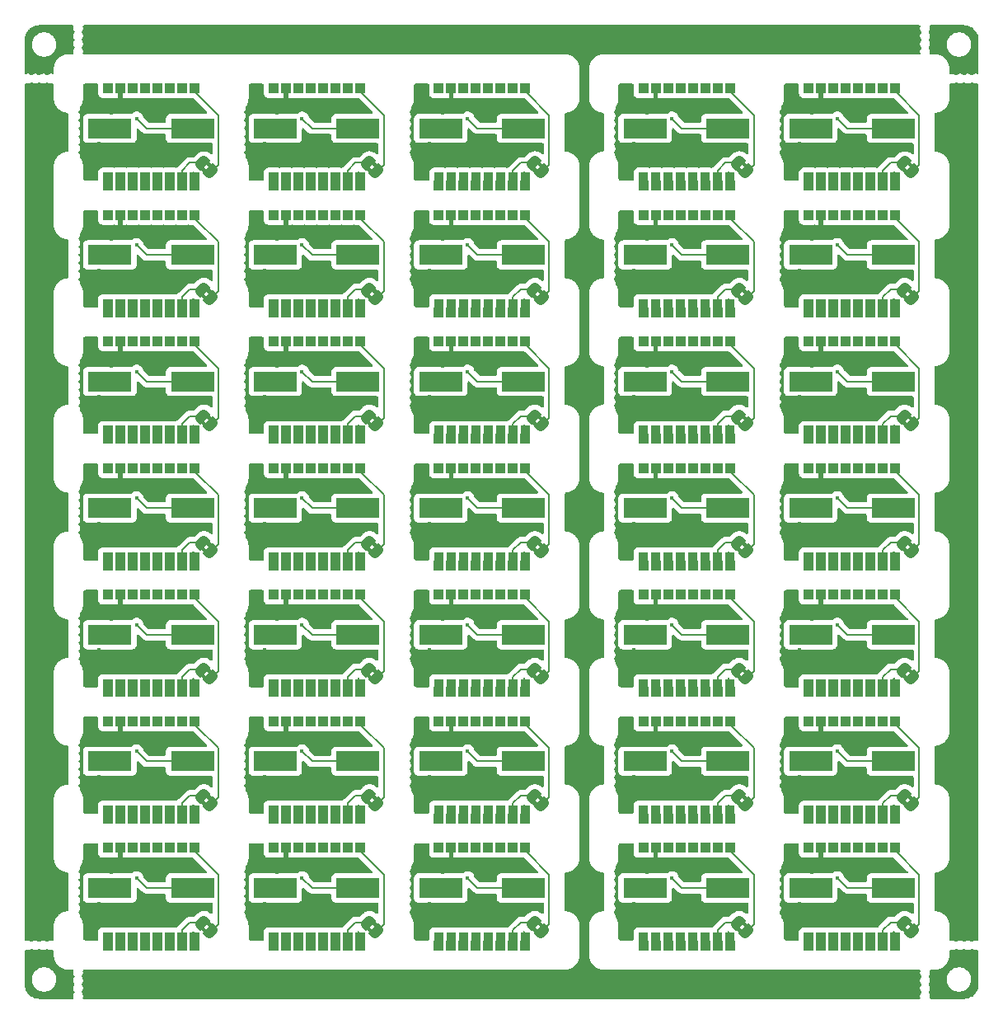
<source format=gbr>
%TF.GenerationSoftware,KiCad,Pcbnew,8.0.4-unknown-202407232306~396e531e7c~ubuntu22.04.1*%
%TF.CreationDate,2024-08-05T10:33:50+01:00*%
%TF.ProjectId,PANEL_ADS1293,50414e45-4c5f-4414-9453-313239332e6b,1.0*%
%TF.SameCoordinates,Original*%
%TF.FileFunction,Copper,L4,Bot*%
%TF.FilePolarity,Positive*%
%FSLAX46Y46*%
G04 Gerber Fmt 4.6, Leading zero omitted, Abs format (unit mm)*
G04 Created by KiCad (PCBNEW 8.0.4-unknown-202407232306~396e531e7c~ubuntu22.04.1) date 2024-08-05 10:33:50*
%MOMM*%
%LPD*%
G01*
G04 APERTURE LIST*
G04 Aperture macros list*
%AMFreePoly0*
4,1,19,0.499999,-0.750000,0.000000,-0.750000,0.000000,-0.744912,-0.071157,-0.744911,-0.207708,-0.704816,-0.327430,-0.627875,-0.420627,-0.520320,-0.479746,-0.390866,-0.500000,-0.250000,-0.500000,0.250000,-0.479746,0.390866,-0.420627,0.520320,-0.327430,0.627875,-0.207708,0.704816,-0.071157,0.744911,0.000000,0.744912,0.000000,0.750000,0.499999,0.750000,0.499999,-0.750000,0.499999,-0.750000,
$1*%
%AMFreePoly1*
4,1,19,0.000000,0.744912,0.071157,0.744911,0.207708,0.704816,0.327430,0.627875,0.420627,0.520320,0.479746,0.390866,0.500000,0.250000,0.500000,-0.250000,0.479746,-0.390866,0.420627,-0.520320,0.327430,-0.627875,0.207708,-0.704816,0.071157,-0.744911,0.000000,-0.744912,0.000000,-0.750000,-0.499999,-0.750000,-0.499999,0.750000,0.000000,0.750000,0.000000,0.744912,0.000000,0.744912,
$1*%
G04 Aperture macros list end*
%TA.AperFunction,EtchedComponent*%
%ADD10C,0.000000*%
%TD*%
%TA.AperFunction,SMDPad,CuDef*%
%ADD11FreePoly0,135.000000*%
%TD*%
%TA.AperFunction,SMDPad,CuDef*%
%ADD12FreePoly1,135.000000*%
%TD*%
%TA.AperFunction,SMDPad,CuDef*%
%ADD13R,4.500000X2.000000*%
%TD*%
%TA.AperFunction,CastellatedPad*%
%ADD14R,1.000000X1.000000*%
%TD*%
%TA.AperFunction,ViaPad*%
%ADD15C,0.400000*%
%TD*%
%TA.AperFunction,Conductor*%
%ADD16C,0.150000*%
%TD*%
G04 APERTURE END LIST*
%TA.AperFunction,Conductor*%
%TO.N,Board_4-/in1*%
G36*
X81825000Y-15646000D02*
G01*
X82825000Y-15646000D01*
X82825000Y-16746000D01*
X81825000Y-16746000D01*
X81825000Y-15646000D01*
G37*
%TD.AperFunction*%
%TA.AperFunction,Conductor*%
%TO.N,Board_7-/in3*%
G36*
X46365000Y-28646000D02*
G01*
X47365000Y-28646000D01*
X47365000Y-29746000D01*
X46365000Y-29746000D01*
X46365000Y-28646000D01*
G37*
%TD.AperFunction*%
%TA.AperFunction,Conductor*%
%TO.N,Board_24-/in1*%
G36*
X81825000Y-67646000D02*
G01*
X82825000Y-67646000D01*
X82825000Y-68746000D01*
X81825000Y-68746000D01*
X81825000Y-67646000D01*
G37*
%TD.AperFunction*%
%TA.AperFunction,Conductor*%
%TO.N,Board_17-/in1*%
G36*
X43825000Y-54646000D02*
G01*
X44825000Y-54646000D01*
X44825000Y-55746000D01*
X43825000Y-55746000D01*
X43825000Y-54646000D01*
G37*
%TD.AperFunction*%
%TA.AperFunction,Conductor*%
%TO.N,Board_9-/in5*%
G36*
X86905000Y-28646000D02*
G01*
X87905000Y-28646000D01*
X87905000Y-29746000D01*
X86905000Y-29746000D01*
X86905000Y-28646000D01*
G37*
%TD.AperFunction*%
%TA.AperFunction,Conductor*%
%TO.N,Board_1-/in1*%
G36*
X26825000Y-15646000D02*
G01*
X27825000Y-15646000D01*
X27825000Y-16746000D01*
X26825000Y-16746000D01*
X26825000Y-15646000D01*
G37*
%TD.AperFunction*%
%TA.AperFunction,Conductor*%
%TO.N,Board_7-GND*%
G36*
X51445000Y-28646000D02*
G01*
X52445000Y-28646000D01*
X52445000Y-29746000D01*
X51445000Y-29746000D01*
X51445000Y-28646000D01*
G37*
%TD.AperFunction*%
%TA.AperFunction,Conductor*%
%TO.N,Board_3-/in5*%
G36*
X69905000Y-15646000D02*
G01*
X70905000Y-15646000D01*
X70905000Y-16746000D01*
X69905000Y-16746000D01*
X69905000Y-15646000D01*
G37*
%TD.AperFunction*%
%TA.AperFunction,Conductor*%
%TO.N,Board_17-GND*%
G36*
X51445000Y-54646000D02*
G01*
X52445000Y-54646000D01*
X52445000Y-55746000D01*
X51445000Y-55746000D01*
X51445000Y-54646000D01*
G37*
%TD.AperFunction*%
%TA.AperFunction,Conductor*%
%TO.N,Board_17-/in1*%
G36*
X42555000Y-54646000D02*
G01*
X43555000Y-54646000D01*
X43555000Y-55746000D01*
X42555000Y-55746000D01*
X42555000Y-54646000D01*
G37*
%TD.AperFunction*%
%TA.AperFunction,Conductor*%
%TO.N,Board_14-/in2*%
G36*
X83095000Y-41646000D02*
G01*
X84095000Y-41646000D01*
X84095000Y-42746000D01*
X83095000Y-42746000D01*
X83095000Y-41646000D01*
G37*
%TD.AperFunction*%
%TA.AperFunction,Conductor*%
%TO.N,Board_29-/in5*%
G36*
X86905000Y-80646000D02*
G01*
X87905000Y-80646000D01*
X87905000Y-81746000D01*
X86905000Y-81746000D01*
X86905000Y-80646000D01*
G37*
%TD.AperFunction*%
%TA.AperFunction,Conductor*%
%TO.N,Board_13-/in1*%
G36*
X64825000Y-41646000D02*
G01*
X65825000Y-41646000D01*
X65825000Y-42746000D01*
X64825000Y-42746000D01*
X64825000Y-41646000D01*
G37*
%TD.AperFunction*%
%TA.AperFunction,Conductor*%
%TO.N,Board_3-GND*%
G36*
X72445000Y-15646000D02*
G01*
X73445000Y-15646000D01*
X73445000Y-16746000D01*
X72445000Y-16746000D01*
X72445000Y-15646000D01*
G37*
%TD.AperFunction*%
%TA.AperFunction,Conductor*%
%TO.N,Board_0-/in2*%
G36*
X11095000Y-15646000D02*
G01*
X12095000Y-15646000D01*
X12095000Y-16746000D01*
X11095000Y-16746000D01*
X11095000Y-15646000D01*
G37*
%TD.AperFunction*%
%TA.AperFunction,Conductor*%
%TO.N,Board_16-/in2*%
G36*
X28095000Y-54646000D02*
G01*
X29095000Y-54646000D01*
X29095000Y-55746000D01*
X28095000Y-55746000D01*
X28095000Y-54646000D01*
G37*
%TD.AperFunction*%
%TA.AperFunction,Conductor*%
%TO.N,Board_6-/in1*%
G36*
X25555000Y-28646000D02*
G01*
X26555000Y-28646000D01*
X26555000Y-29746000D01*
X25555000Y-29746000D01*
X25555000Y-28646000D01*
G37*
%TD.AperFunction*%
%TA.AperFunction,Conductor*%
%TO.N,Board_34-/in1*%
G36*
X80555000Y-93646000D02*
G01*
X81555000Y-93646000D01*
X81555000Y-94746000D01*
X80555000Y-94746000D01*
X80555000Y-93646000D01*
G37*
%TD.AperFunction*%
%TA.AperFunction,Conductor*%
%TO.N,Board_15-/in5*%
G36*
X14905000Y-54646000D02*
G01*
X15905000Y-54646000D01*
X15905000Y-55746000D01*
X14905000Y-55746000D01*
X14905000Y-54646000D01*
G37*
%TD.AperFunction*%
%TA.AperFunction,Conductor*%
%TO.N,Board_2-/in3*%
G36*
X46365000Y-15646000D02*
G01*
X47365000Y-15646000D01*
X47365000Y-16746000D01*
X46365000Y-16746000D01*
X46365000Y-15646000D01*
G37*
%TD.AperFunction*%
%TA.AperFunction,Conductor*%
%TO.N,Board_28-/in1*%
G36*
X64825000Y-80646000D02*
G01*
X65825000Y-80646000D01*
X65825000Y-81746000D01*
X64825000Y-81746000D01*
X64825000Y-80646000D01*
G37*
%TD.AperFunction*%
%TA.AperFunction,Conductor*%
%TO.N,Board_16-/in3*%
G36*
X29365000Y-54646000D02*
G01*
X30365000Y-54646000D01*
X30365000Y-55746000D01*
X29365000Y-55746000D01*
X29365000Y-54646000D01*
G37*
%TD.AperFunction*%
%TA.AperFunction,Conductor*%
%TO.N,Board_6-/in1*%
G36*
X26825000Y-28646000D02*
G01*
X27825000Y-28646000D01*
X27825000Y-29746000D01*
X26825000Y-29746000D01*
X26825000Y-28646000D01*
G37*
%TD.AperFunction*%
%TA.AperFunction,Conductor*%
%TO.N,Board_6-/in5*%
G36*
X31905000Y-28646000D02*
G01*
X32905000Y-28646000D01*
X32905000Y-29746000D01*
X31905000Y-29746000D01*
X31905000Y-28646000D01*
G37*
%TD.AperFunction*%
%TA.AperFunction,Conductor*%
%TO.N,Board_25-/in4*%
G36*
X13635000Y-80646000D02*
G01*
X14635000Y-80646000D01*
X14635000Y-81746000D01*
X13635000Y-81746000D01*
X13635000Y-80646000D01*
G37*
%TD.AperFunction*%
%TA.AperFunction,Conductor*%
%TO.N,Board_26-/in5*%
G36*
X31905000Y-80646000D02*
G01*
X32905000Y-80646000D01*
X32905000Y-81746000D01*
X31905000Y-81746000D01*
X31905000Y-80646000D01*
G37*
%TD.AperFunction*%
%TA.AperFunction,Conductor*%
%TO.N,Board_18-/in3*%
G36*
X67365000Y-54646000D02*
G01*
X68365000Y-54646000D01*
X68365000Y-55746000D01*
X67365000Y-55746000D01*
X67365000Y-54646000D01*
G37*
%TD.AperFunction*%
%TA.AperFunction,Conductor*%
%TO.N,Board_0-/in6*%
G36*
X16175000Y-15646000D02*
G01*
X17175000Y-15646000D01*
X17175000Y-16746000D01*
X16175000Y-16746000D01*
X16175000Y-15646000D01*
G37*
%TD.AperFunction*%
%TA.AperFunction,Conductor*%
%TO.N,Board_3-/in2*%
G36*
X66095000Y-15646000D02*
G01*
X67095000Y-15646000D01*
X67095000Y-16746000D01*
X66095000Y-16746000D01*
X66095000Y-15646000D01*
G37*
%TD.AperFunction*%
%TA.AperFunction,Conductor*%
%TO.N,Board_0-/in1*%
G36*
X8555000Y-15646000D02*
G01*
X9555000Y-15646000D01*
X9555000Y-16746000D01*
X8555000Y-16746000D01*
X8555000Y-15646000D01*
G37*
%TD.AperFunction*%
%TA.AperFunction,Conductor*%
%TO.N,Board_9-/in4*%
G36*
X85635000Y-28646000D02*
G01*
X86635000Y-28646000D01*
X86635000Y-29746000D01*
X85635000Y-29746000D01*
X85635000Y-28646000D01*
G37*
%TD.AperFunction*%
%TA.AperFunction,Conductor*%
%TO.N,Board_24-/in2*%
G36*
X83095000Y-67646000D02*
G01*
X84095000Y-67646000D01*
X84095000Y-68746000D01*
X83095000Y-68746000D01*
X83095000Y-67646000D01*
G37*
%TD.AperFunction*%
%TA.AperFunction,Conductor*%
%TO.N,Board_24-/in5*%
G36*
X86905000Y-67646000D02*
G01*
X87905000Y-67646000D01*
X87905000Y-68746000D01*
X86905000Y-68746000D01*
X86905000Y-67646000D01*
G37*
%TD.AperFunction*%
%TA.AperFunction,Conductor*%
%TO.N,Board_11-/in4*%
G36*
X30635000Y-41646000D02*
G01*
X31635000Y-41646000D01*
X31635000Y-42746000D01*
X30635000Y-42746000D01*
X30635000Y-41646000D01*
G37*
%TD.AperFunction*%
%TA.AperFunction,Conductor*%
%TO.N,Board_15-/in2*%
G36*
X11095000Y-54646000D02*
G01*
X12095000Y-54646000D01*
X12095000Y-55746000D01*
X11095000Y-55746000D01*
X11095000Y-54646000D01*
G37*
%TD.AperFunction*%
%TA.AperFunction,Conductor*%
%TO.N,Board_25-/in2*%
G36*
X11095000Y-80646000D02*
G01*
X12095000Y-80646000D01*
X12095000Y-81746000D01*
X11095000Y-81746000D01*
X11095000Y-80646000D01*
G37*
%TD.AperFunction*%
%TA.AperFunction,Conductor*%
%TO.N,Board_10-/in6*%
G36*
X16175000Y-41646000D02*
G01*
X17175000Y-41646000D01*
X17175000Y-42746000D01*
X16175000Y-42746000D01*
X16175000Y-41646000D01*
G37*
%TD.AperFunction*%
%TA.AperFunction,Conductor*%
%TO.N,Board_27-/in4*%
G36*
X47635000Y-80646000D02*
G01*
X48635000Y-80646000D01*
X48635000Y-81746000D01*
X47635000Y-81746000D01*
X47635000Y-80646000D01*
G37*
%TD.AperFunction*%
%TA.AperFunction,Conductor*%
%TO.N,Board_34-/in2*%
G36*
X83095000Y-93646000D02*
G01*
X84095000Y-93646000D01*
X84095000Y-94746000D01*
X83095000Y-94746000D01*
X83095000Y-93646000D01*
G37*
%TD.AperFunction*%
%TA.AperFunction,Conductor*%
%TO.N,Board_26-/in2*%
G36*
X28095000Y-80646000D02*
G01*
X29095000Y-80646000D01*
X29095000Y-81746000D01*
X28095000Y-81746000D01*
X28095000Y-80646000D01*
G37*
%TD.AperFunction*%
%TA.AperFunction,Conductor*%
%TO.N,Board_32-/in4*%
G36*
X47635000Y-93646000D02*
G01*
X48635000Y-93646000D01*
X48635000Y-94746000D01*
X47635000Y-94746000D01*
X47635000Y-93646000D01*
G37*
%TD.AperFunction*%
%TA.AperFunction,Conductor*%
%TO.N,Board_25-/in1*%
G36*
X8555000Y-80646000D02*
G01*
X9555000Y-80646000D01*
X9555000Y-81746000D01*
X8555000Y-81746000D01*
X8555000Y-80646000D01*
G37*
%TD.AperFunction*%
%TA.AperFunction,Conductor*%
%TO.N,Board_30-/in1*%
G36*
X8555000Y-93646000D02*
G01*
X9555000Y-93646000D01*
X9555000Y-94746000D01*
X8555000Y-94746000D01*
X8555000Y-93646000D01*
G37*
%TD.AperFunction*%
%TA.AperFunction,Conductor*%
%TO.N,Board_14-/in1*%
G36*
X81825000Y-41646000D02*
G01*
X82825000Y-41646000D01*
X82825000Y-42746000D01*
X81825000Y-42746000D01*
X81825000Y-41646000D01*
G37*
%TD.AperFunction*%
%TA.AperFunction,Conductor*%
%TO.N,Board_34-/in1*%
G36*
X81825000Y-93646000D02*
G01*
X82825000Y-93646000D01*
X82825000Y-94746000D01*
X81825000Y-94746000D01*
X81825000Y-93646000D01*
G37*
%TD.AperFunction*%
%TA.AperFunction,Conductor*%
%TO.N,Board_13-/in3*%
G36*
X67365000Y-41646000D02*
G01*
X68365000Y-41646000D01*
X68365000Y-42746000D01*
X67365000Y-42746000D01*
X67365000Y-41646000D01*
G37*
%TD.AperFunction*%
%TA.AperFunction,Conductor*%
%TO.N,Board_26-/in1*%
G36*
X25555000Y-80646000D02*
G01*
X26555000Y-80646000D01*
X26555000Y-81746000D01*
X25555000Y-81746000D01*
X25555000Y-80646000D01*
G37*
%TD.AperFunction*%
%TA.AperFunction,Conductor*%
G36*
X26825000Y-80646000D02*
G01*
X27825000Y-80646000D01*
X27825000Y-81746000D01*
X26825000Y-81746000D01*
X26825000Y-80646000D01*
G37*
%TD.AperFunction*%
%TA.AperFunction,Conductor*%
%TO.N,Board_2-/in6*%
G36*
X50175000Y-15646000D02*
G01*
X51175000Y-15646000D01*
X51175000Y-16746000D01*
X50175000Y-16746000D01*
X50175000Y-15646000D01*
G37*
%TD.AperFunction*%
%TA.AperFunction,Conductor*%
%TO.N,Board_19-/in5*%
G36*
X86905000Y-54646000D02*
G01*
X87905000Y-54646000D01*
X87905000Y-55746000D01*
X86905000Y-55746000D01*
X86905000Y-54646000D01*
G37*
%TD.AperFunction*%
%TA.AperFunction,Conductor*%
%TO.N,Board_32-/in6*%
G36*
X50175000Y-93646000D02*
G01*
X51175000Y-93646000D01*
X51175000Y-94746000D01*
X50175000Y-94746000D01*
X50175000Y-93646000D01*
G37*
%TD.AperFunction*%
%TA.AperFunction,Conductor*%
%TO.N,Board_18-/in1*%
G36*
X63555000Y-54646000D02*
G01*
X64555000Y-54646000D01*
X64555000Y-55746000D01*
X63555000Y-55746000D01*
X63555000Y-54646000D01*
G37*
%TD.AperFunction*%
%TA.AperFunction,Conductor*%
%TO.N,Board_29-/in1*%
G36*
X80555000Y-80646000D02*
G01*
X81555000Y-80646000D01*
X81555000Y-81746000D01*
X80555000Y-81746000D01*
X80555000Y-80646000D01*
G37*
%TD.AperFunction*%
%TA.AperFunction,Conductor*%
%TO.N,Board_17-/in5*%
G36*
X48905000Y-54646000D02*
G01*
X49905000Y-54646000D01*
X49905000Y-55746000D01*
X48905000Y-55746000D01*
X48905000Y-54646000D01*
G37*
%TD.AperFunction*%
%TA.AperFunction,Conductor*%
%TO.N,Board_21-/in4*%
G36*
X30635000Y-67646000D02*
G01*
X31635000Y-67646000D01*
X31635000Y-68746000D01*
X30635000Y-68746000D01*
X30635000Y-67646000D01*
G37*
%TD.AperFunction*%
%TA.AperFunction,Conductor*%
%TO.N,Board_22-/in1*%
G36*
X43825000Y-67646000D02*
G01*
X44825000Y-67646000D01*
X44825000Y-68746000D01*
X43825000Y-68746000D01*
X43825000Y-67646000D01*
G37*
%TD.AperFunction*%
%TA.AperFunction,Conductor*%
%TO.N,Board_27-/in5*%
G36*
X48905000Y-80646000D02*
G01*
X49905000Y-80646000D01*
X49905000Y-81746000D01*
X48905000Y-81746000D01*
X48905000Y-80646000D01*
G37*
%TD.AperFunction*%
%TA.AperFunction,Conductor*%
%TO.N,Board_29-GND*%
G36*
X89445000Y-80646000D02*
G01*
X90445000Y-80646000D01*
X90445000Y-81746000D01*
X89445000Y-81746000D01*
X89445000Y-80646000D01*
G37*
%TD.AperFunction*%
%TA.AperFunction,Conductor*%
%TO.N,Board_0-/in3*%
G36*
X12365000Y-15646000D02*
G01*
X13365000Y-15646000D01*
X13365000Y-16746000D01*
X12365000Y-16746000D01*
X12365000Y-15646000D01*
G37*
%TD.AperFunction*%
%TA.AperFunction,Conductor*%
%TO.N,Board_23-/in3*%
G36*
X67365000Y-67646000D02*
G01*
X68365000Y-67646000D01*
X68365000Y-68746000D01*
X67365000Y-68746000D01*
X67365000Y-67646000D01*
G37*
%TD.AperFunction*%
%TA.AperFunction,Conductor*%
%TO.N,Board_2-/in1*%
G36*
X43825000Y-15646000D02*
G01*
X44825000Y-15646000D01*
X44825000Y-16746000D01*
X43825000Y-16746000D01*
X43825000Y-15646000D01*
G37*
%TD.AperFunction*%
%TA.AperFunction,Conductor*%
%TO.N,Board_21-/in5*%
G36*
X31905000Y-67646000D02*
G01*
X32905000Y-67646000D01*
X32905000Y-68746000D01*
X31905000Y-68746000D01*
X31905000Y-67646000D01*
G37*
%TD.AperFunction*%
%TA.AperFunction,Conductor*%
%TO.N,Board_11-/in1*%
G36*
X26825000Y-41646000D02*
G01*
X27825000Y-41646000D01*
X27825000Y-42746000D01*
X26825000Y-42746000D01*
X26825000Y-41646000D01*
G37*
%TD.AperFunction*%
%TA.AperFunction,Conductor*%
%TO.N,Board_30-/in2*%
G36*
X11095000Y-93646000D02*
G01*
X12095000Y-93646000D01*
X12095000Y-94746000D01*
X11095000Y-94746000D01*
X11095000Y-93646000D01*
G37*
%TD.AperFunction*%
%TA.AperFunction,Conductor*%
%TO.N,Board_30-/in5*%
G36*
X14905000Y-93646000D02*
G01*
X15905000Y-93646000D01*
X15905000Y-94746000D01*
X14905000Y-94746000D01*
X14905000Y-93646000D01*
G37*
%TD.AperFunction*%
%TA.AperFunction,Conductor*%
%TO.N,Board_20-/in5*%
G36*
X14905000Y-67646000D02*
G01*
X15905000Y-67646000D01*
X15905000Y-68746000D01*
X14905000Y-68746000D01*
X14905000Y-67646000D01*
G37*
%TD.AperFunction*%
%TA.AperFunction,Conductor*%
%TO.N,Board_2-/in5*%
G36*
X48905000Y-15646000D02*
G01*
X49905000Y-15646000D01*
X49905000Y-16746000D01*
X48905000Y-16746000D01*
X48905000Y-15646000D01*
G37*
%TD.AperFunction*%
%TA.AperFunction,Conductor*%
%TO.N,Board_25-GND*%
G36*
X17445000Y-80646000D02*
G01*
X18445000Y-80646000D01*
X18445000Y-81746000D01*
X17445000Y-81746000D01*
X17445000Y-80646000D01*
G37*
%TD.AperFunction*%
%TA.AperFunction,Conductor*%
%TO.N,Board_14-/in1*%
G36*
X80555000Y-41646000D02*
G01*
X81555000Y-41646000D01*
X81555000Y-42746000D01*
X80555000Y-42746000D01*
X80555000Y-41646000D01*
G37*
%TD.AperFunction*%
%TA.AperFunction,Conductor*%
%TO.N,Board_20-/in1*%
G36*
X8555000Y-67646000D02*
G01*
X9555000Y-67646000D01*
X9555000Y-68746000D01*
X8555000Y-68746000D01*
X8555000Y-67646000D01*
G37*
%TD.AperFunction*%
%TA.AperFunction,Conductor*%
%TO.N,Board_0-/in5*%
G36*
X14905000Y-15646000D02*
G01*
X15905000Y-15646000D01*
X15905000Y-16746000D01*
X14905000Y-16746000D01*
X14905000Y-15646000D01*
G37*
%TD.AperFunction*%
%TA.AperFunction,Conductor*%
%TO.N,Board_2-/in1*%
G36*
X42555000Y-15646000D02*
G01*
X43555000Y-15646000D01*
X43555000Y-16746000D01*
X42555000Y-16746000D01*
X42555000Y-15646000D01*
G37*
%TD.AperFunction*%
%TA.AperFunction,Conductor*%
%TO.N,Board_27-GND*%
G36*
X51445000Y-80646000D02*
G01*
X52445000Y-80646000D01*
X52445000Y-81746000D01*
X51445000Y-81746000D01*
X51445000Y-80646000D01*
G37*
%TD.AperFunction*%
%TA.AperFunction,Conductor*%
%TO.N,Board_34-/in4*%
G36*
X85635000Y-93646000D02*
G01*
X86635000Y-93646000D01*
X86635000Y-94746000D01*
X85635000Y-94746000D01*
X85635000Y-93646000D01*
G37*
%TD.AperFunction*%
%TA.AperFunction,Conductor*%
%TO.N,Board_21-/in2*%
G36*
X28095000Y-67646000D02*
G01*
X29095000Y-67646000D01*
X29095000Y-68746000D01*
X28095000Y-68746000D01*
X28095000Y-67646000D01*
G37*
%TD.AperFunction*%
%TA.AperFunction,Conductor*%
%TO.N,Board_18-GND*%
G36*
X72445000Y-54646000D02*
G01*
X73445000Y-54646000D01*
X73445000Y-55746000D01*
X72445000Y-55746000D01*
X72445000Y-54646000D01*
G37*
%TD.AperFunction*%
%TA.AperFunction,Conductor*%
%TO.N,Board_34-/in5*%
G36*
X86905000Y-93646000D02*
G01*
X87905000Y-93646000D01*
X87905000Y-94746000D01*
X86905000Y-94746000D01*
X86905000Y-93646000D01*
G37*
%TD.AperFunction*%
%TA.AperFunction,Conductor*%
%TO.N,Board_23-/in4*%
G36*
X68635000Y-67646000D02*
G01*
X69635000Y-67646000D01*
X69635000Y-68746000D01*
X68635000Y-68746000D01*
X68635000Y-67646000D01*
G37*
%TD.AperFunction*%
%TA.AperFunction,Conductor*%
%TO.N,Board_19-/in6*%
G36*
X88175000Y-54646000D02*
G01*
X89175000Y-54646000D01*
X89175000Y-55746000D01*
X88175000Y-55746000D01*
X88175000Y-54646000D01*
G37*
%TD.AperFunction*%
%TA.AperFunction,Conductor*%
%TO.N,Board_12-/in3*%
G36*
X46365000Y-41646000D02*
G01*
X47365000Y-41646000D01*
X47365000Y-42746000D01*
X46365000Y-42746000D01*
X46365000Y-41646000D01*
G37*
%TD.AperFunction*%
%TA.AperFunction,Conductor*%
%TO.N,Board_4-/in1*%
G36*
X80555000Y-15646000D02*
G01*
X81555000Y-15646000D01*
X81555000Y-16746000D01*
X80555000Y-16746000D01*
X80555000Y-15646000D01*
G37*
%TD.AperFunction*%
%TA.AperFunction,Conductor*%
%TO.N,Board_11-/in1*%
G36*
X25555000Y-41646000D02*
G01*
X26555000Y-41646000D01*
X26555000Y-42746000D01*
X25555000Y-42746000D01*
X25555000Y-41646000D01*
G37*
%TD.AperFunction*%
%TA.AperFunction,Conductor*%
%TO.N,Board_28-/in3*%
G36*
X67365000Y-80646000D02*
G01*
X68365000Y-80646000D01*
X68365000Y-81746000D01*
X67365000Y-81746000D01*
X67365000Y-80646000D01*
G37*
%TD.AperFunction*%
%TA.AperFunction,Conductor*%
%TO.N,Board_29-/in3*%
G36*
X84365000Y-80646000D02*
G01*
X85365000Y-80646000D01*
X85365000Y-81746000D01*
X84365000Y-81746000D01*
X84365000Y-80646000D01*
G37*
%TD.AperFunction*%
%TA.AperFunction,Conductor*%
%TO.N,Board_10-/in1*%
G36*
X8555000Y-41646000D02*
G01*
X9555000Y-41646000D01*
X9555000Y-42746000D01*
X8555000Y-42746000D01*
X8555000Y-41646000D01*
G37*
%TD.AperFunction*%
%TA.AperFunction,Conductor*%
%TO.N,Board_13-/in5*%
G36*
X69905000Y-41646000D02*
G01*
X70905000Y-41646000D01*
X70905000Y-42746000D01*
X69905000Y-42746000D01*
X69905000Y-41646000D01*
G37*
%TD.AperFunction*%
%TA.AperFunction,Conductor*%
%TO.N,Board_7-/in1*%
G36*
X43825000Y-28646000D02*
G01*
X44825000Y-28646000D01*
X44825000Y-29746000D01*
X43825000Y-29746000D01*
X43825000Y-28646000D01*
G37*
%TD.AperFunction*%
%TA.AperFunction,Conductor*%
%TO.N,Board_1-/in5*%
G36*
X31905000Y-15646000D02*
G01*
X32905000Y-15646000D01*
X32905000Y-16746000D01*
X31905000Y-16746000D01*
X31905000Y-15646000D01*
G37*
%TD.AperFunction*%
%TA.AperFunction,Conductor*%
%TO.N,Board_29-/in2*%
G36*
X83095000Y-80646000D02*
G01*
X84095000Y-80646000D01*
X84095000Y-81746000D01*
X83095000Y-81746000D01*
X83095000Y-80646000D01*
G37*
%TD.AperFunction*%
%TA.AperFunction,Conductor*%
%TO.N,Board_22-/in5*%
G36*
X48905000Y-67646000D02*
G01*
X49905000Y-67646000D01*
X49905000Y-68746000D01*
X48905000Y-68746000D01*
X48905000Y-67646000D01*
G37*
%TD.AperFunction*%
%TA.AperFunction,Conductor*%
%TO.N,Board_16-GND*%
G36*
X34445000Y-54646000D02*
G01*
X35445000Y-54646000D01*
X35445000Y-55746000D01*
X34445000Y-55746000D01*
X34445000Y-54646000D01*
G37*
%TD.AperFunction*%
%TA.AperFunction,Conductor*%
%TO.N,Board_16-/in6*%
G36*
X33175000Y-54646000D02*
G01*
X34175000Y-54646000D01*
X34175000Y-55746000D01*
X33175000Y-55746000D01*
X33175000Y-54646000D01*
G37*
%TD.AperFunction*%
%TA.AperFunction,Conductor*%
%TO.N,Board_17-/in6*%
G36*
X50175000Y-54646000D02*
G01*
X51175000Y-54646000D01*
X51175000Y-55746000D01*
X50175000Y-55746000D01*
X50175000Y-54646000D01*
G37*
%TD.AperFunction*%
%TA.AperFunction,Conductor*%
%TO.N,Board_24-/in4*%
G36*
X85635000Y-67646000D02*
G01*
X86635000Y-67646000D01*
X86635000Y-68746000D01*
X85635000Y-68746000D01*
X85635000Y-67646000D01*
G37*
%TD.AperFunction*%
%TA.AperFunction,Conductor*%
%TO.N,Board_24-/in3*%
G36*
X84365000Y-67646000D02*
G01*
X85365000Y-67646000D01*
X85365000Y-68746000D01*
X84365000Y-68746000D01*
X84365000Y-67646000D01*
G37*
%TD.AperFunction*%
%TA.AperFunction,Conductor*%
%TO.N,Board_7-/in5*%
G36*
X48905000Y-28646000D02*
G01*
X49905000Y-28646000D01*
X49905000Y-29746000D01*
X48905000Y-29746000D01*
X48905000Y-28646000D01*
G37*
%TD.AperFunction*%
%TA.AperFunction,Conductor*%
%TO.N,Board_14-/in6*%
G36*
X88175000Y-41646000D02*
G01*
X89175000Y-41646000D01*
X89175000Y-42746000D01*
X88175000Y-42746000D01*
X88175000Y-41646000D01*
G37*
%TD.AperFunction*%
%TA.AperFunction,Conductor*%
%TO.N,Board_28-/in1*%
G36*
X63555000Y-80646000D02*
G01*
X64555000Y-80646000D01*
X64555000Y-81746000D01*
X63555000Y-81746000D01*
X63555000Y-80646000D01*
G37*
%TD.AperFunction*%
%TA.AperFunction,Conductor*%
%TO.N,Board_6-GND*%
G36*
X34445000Y-28646000D02*
G01*
X35445000Y-28646000D01*
X35445000Y-29746000D01*
X34445000Y-29746000D01*
X34445000Y-28646000D01*
G37*
%TD.AperFunction*%
%TA.AperFunction,Conductor*%
%TO.N,Board_1-/in4*%
G36*
X30635000Y-15646000D02*
G01*
X31635000Y-15646000D01*
X31635000Y-16746000D01*
X30635000Y-16746000D01*
X30635000Y-15646000D01*
G37*
%TD.AperFunction*%
%TA.AperFunction,Conductor*%
%TO.N,Board_20-/in2*%
G36*
X11095000Y-67646000D02*
G01*
X12095000Y-67646000D01*
X12095000Y-68746000D01*
X11095000Y-68746000D01*
X11095000Y-67646000D01*
G37*
%TD.AperFunction*%
%TA.AperFunction,Conductor*%
%TO.N,Board_11-/in3*%
G36*
X29365000Y-41646000D02*
G01*
X30365000Y-41646000D01*
X30365000Y-42746000D01*
X29365000Y-42746000D01*
X29365000Y-41646000D01*
G37*
%TD.AperFunction*%
%TA.AperFunction,Conductor*%
%TO.N,Board_11-/in6*%
G36*
X33175000Y-41646000D02*
G01*
X34175000Y-41646000D01*
X34175000Y-42746000D01*
X33175000Y-42746000D01*
X33175000Y-41646000D01*
G37*
%TD.AperFunction*%
%TA.AperFunction,Conductor*%
%TO.N,Board_22-/in2*%
G36*
X45095000Y-67646000D02*
G01*
X46095000Y-67646000D01*
X46095000Y-68746000D01*
X45095000Y-68746000D01*
X45095000Y-67646000D01*
G37*
%TD.AperFunction*%
%TA.AperFunction,Conductor*%
%TO.N,Board_6-/in4*%
G36*
X30635000Y-28646000D02*
G01*
X31635000Y-28646000D01*
X31635000Y-29746000D01*
X30635000Y-29746000D01*
X30635000Y-28646000D01*
G37*
%TD.AperFunction*%
%TA.AperFunction,Conductor*%
%TO.N,Board_12-/in6*%
G36*
X50175000Y-41646000D02*
G01*
X51175000Y-41646000D01*
X51175000Y-42746000D01*
X50175000Y-42746000D01*
X50175000Y-41646000D01*
G37*
%TD.AperFunction*%
%TA.AperFunction,Conductor*%
%TO.N,Board_14-/in5*%
G36*
X86905000Y-41646000D02*
G01*
X87905000Y-41646000D01*
X87905000Y-42746000D01*
X86905000Y-42746000D01*
X86905000Y-41646000D01*
G37*
%TD.AperFunction*%
%TA.AperFunction,Conductor*%
%TO.N,Board_20-/in3*%
G36*
X12365000Y-67646000D02*
G01*
X13365000Y-67646000D01*
X13365000Y-68746000D01*
X12365000Y-68746000D01*
X12365000Y-67646000D01*
G37*
%TD.AperFunction*%
%TA.AperFunction,Conductor*%
%TO.N,Board_26-/in6*%
G36*
X33175000Y-80646000D02*
G01*
X34175000Y-80646000D01*
X34175000Y-81746000D01*
X33175000Y-81746000D01*
X33175000Y-80646000D01*
G37*
%TD.AperFunction*%
%TA.AperFunction,Conductor*%
%TO.N,Board_16-/in1*%
G36*
X25555000Y-54646000D02*
G01*
X26555000Y-54646000D01*
X26555000Y-55746000D01*
X25555000Y-55746000D01*
X25555000Y-54646000D01*
G37*
%TD.AperFunction*%
%TA.AperFunction,Conductor*%
%TO.N,Board_12-/in5*%
G36*
X48905000Y-41646000D02*
G01*
X49905000Y-41646000D01*
X49905000Y-42746000D01*
X48905000Y-42746000D01*
X48905000Y-41646000D01*
G37*
%TD.AperFunction*%
%TA.AperFunction,Conductor*%
%TO.N,Board_14-/in4*%
G36*
X85635000Y-41646000D02*
G01*
X86635000Y-41646000D01*
X86635000Y-42746000D01*
X85635000Y-42746000D01*
X85635000Y-41646000D01*
G37*
%TD.AperFunction*%
%TA.AperFunction,Conductor*%
%TO.N,Board_8-/in3*%
G36*
X67365000Y-28646000D02*
G01*
X68365000Y-28646000D01*
X68365000Y-29746000D01*
X67365000Y-29746000D01*
X67365000Y-28646000D01*
G37*
%TD.AperFunction*%
%TA.AperFunction,Conductor*%
%TO.N,Board_27-/in6*%
G36*
X50175000Y-80646000D02*
G01*
X51175000Y-80646000D01*
X51175000Y-81746000D01*
X50175000Y-81746000D01*
X50175000Y-80646000D01*
G37*
%TD.AperFunction*%
%TA.AperFunction,Conductor*%
%TO.N,Board_8-GND*%
G36*
X72445000Y-28646000D02*
G01*
X73445000Y-28646000D01*
X73445000Y-29746000D01*
X72445000Y-29746000D01*
X72445000Y-28646000D01*
G37*
%TD.AperFunction*%
%TA.AperFunction,Conductor*%
%TO.N,Board_7-/in6*%
G36*
X50175000Y-28646000D02*
G01*
X51175000Y-28646000D01*
X51175000Y-29746000D01*
X50175000Y-29746000D01*
X50175000Y-28646000D01*
G37*
%TD.AperFunction*%
%TA.AperFunction,Conductor*%
%TO.N,Board_12-/in1*%
G36*
X42555000Y-41646000D02*
G01*
X43555000Y-41646000D01*
X43555000Y-42746000D01*
X42555000Y-42746000D01*
X42555000Y-41646000D01*
G37*
%TD.AperFunction*%
%TA.AperFunction,Conductor*%
%TO.N,Board_14-/in3*%
G36*
X84365000Y-41646000D02*
G01*
X85365000Y-41646000D01*
X85365000Y-42746000D01*
X84365000Y-42746000D01*
X84365000Y-41646000D01*
G37*
%TD.AperFunction*%
%TA.AperFunction,Conductor*%
%TO.N,Board_22-/in6*%
G36*
X50175000Y-67646000D02*
G01*
X51175000Y-67646000D01*
X51175000Y-68746000D01*
X50175000Y-68746000D01*
X50175000Y-67646000D01*
G37*
%TD.AperFunction*%
%TA.AperFunction,Conductor*%
%TO.N,Board_13-/in1*%
G36*
X63555000Y-41646000D02*
G01*
X64555000Y-41646000D01*
X64555000Y-42746000D01*
X63555000Y-42746000D01*
X63555000Y-41646000D01*
G37*
%TD.AperFunction*%
%TA.AperFunction,Conductor*%
%TO.N,Board_28-/in6*%
G36*
X71175000Y-80646000D02*
G01*
X72175000Y-80646000D01*
X72175000Y-81746000D01*
X71175000Y-81746000D01*
X71175000Y-80646000D01*
G37*
%TD.AperFunction*%
%TA.AperFunction,Conductor*%
%TO.N,Board_2-/in2*%
G36*
X45095000Y-15646000D02*
G01*
X46095000Y-15646000D01*
X46095000Y-16746000D01*
X45095000Y-16746000D01*
X45095000Y-15646000D01*
G37*
%TD.AperFunction*%
%TA.AperFunction,Conductor*%
%TO.N,Board_31-GND*%
G36*
X34445000Y-93646000D02*
G01*
X35445000Y-93646000D01*
X35445000Y-94746000D01*
X34445000Y-94746000D01*
X34445000Y-93646000D01*
G37*
%TD.AperFunction*%
%TA.AperFunction,Conductor*%
%TO.N,Board_23-/in1*%
G36*
X64825000Y-67646000D02*
G01*
X65825000Y-67646000D01*
X65825000Y-68746000D01*
X64825000Y-68746000D01*
X64825000Y-67646000D01*
G37*
%TD.AperFunction*%
%TA.AperFunction,Conductor*%
%TO.N,Board_34-GND*%
G36*
X89445000Y-93646000D02*
G01*
X90445000Y-93646000D01*
X90445000Y-94746000D01*
X89445000Y-94746000D01*
X89445000Y-93646000D01*
G37*
%TD.AperFunction*%
%TA.AperFunction,Conductor*%
%TO.N,Board_20-/in6*%
G36*
X16175000Y-67646000D02*
G01*
X17175000Y-67646000D01*
X17175000Y-68746000D01*
X16175000Y-68746000D01*
X16175000Y-67646000D01*
G37*
%TD.AperFunction*%
%TA.AperFunction,Conductor*%
%TO.N,Board_30-/in3*%
G36*
X12365000Y-93646000D02*
G01*
X13365000Y-93646000D01*
X13365000Y-94746000D01*
X12365000Y-94746000D01*
X12365000Y-93646000D01*
G37*
%TD.AperFunction*%
%TA.AperFunction,Conductor*%
%TO.N,Board_32-/in5*%
G36*
X48905000Y-93646000D02*
G01*
X49905000Y-93646000D01*
X49905000Y-94746000D01*
X48905000Y-94746000D01*
X48905000Y-93646000D01*
G37*
%TD.AperFunction*%
%TA.AperFunction,Conductor*%
%TO.N,Board_33-/in3*%
G36*
X67365000Y-93646000D02*
G01*
X68365000Y-93646000D01*
X68365000Y-94746000D01*
X67365000Y-94746000D01*
X67365000Y-93646000D01*
G37*
%TD.AperFunction*%
%TA.AperFunction,Conductor*%
%TO.N,Board_25-/in6*%
G36*
X16175000Y-80646000D02*
G01*
X17175000Y-80646000D01*
X17175000Y-81746000D01*
X16175000Y-81746000D01*
X16175000Y-80646000D01*
G37*
%TD.AperFunction*%
%TA.AperFunction,Conductor*%
%TO.N,Board_17-/in4*%
G36*
X47635000Y-54646000D02*
G01*
X48635000Y-54646000D01*
X48635000Y-55746000D01*
X47635000Y-55746000D01*
X47635000Y-54646000D01*
G37*
%TD.AperFunction*%
%TA.AperFunction,Conductor*%
%TO.N,Board_23-/in6*%
G36*
X71175000Y-67646000D02*
G01*
X72175000Y-67646000D01*
X72175000Y-68746000D01*
X71175000Y-68746000D01*
X71175000Y-67646000D01*
G37*
%TD.AperFunction*%
%TA.AperFunction,Conductor*%
%TO.N,Board_11-/in5*%
G36*
X31905000Y-41646000D02*
G01*
X32905000Y-41646000D01*
X32905000Y-42746000D01*
X31905000Y-42746000D01*
X31905000Y-41646000D01*
G37*
%TD.AperFunction*%
%TA.AperFunction,Conductor*%
%TO.N,Board_10-GND*%
G36*
X17445000Y-41646000D02*
G01*
X18445000Y-41646000D01*
X18445000Y-42746000D01*
X17445000Y-42746000D01*
X17445000Y-41646000D01*
G37*
%TD.AperFunction*%
%TA.AperFunction,Conductor*%
%TO.N,Board_33-/in6*%
G36*
X71175000Y-93646000D02*
G01*
X72175000Y-93646000D01*
X72175000Y-94746000D01*
X71175000Y-94746000D01*
X71175000Y-93646000D01*
G37*
%TD.AperFunction*%
%TA.AperFunction,Conductor*%
%TO.N,Board_14-GND*%
G36*
X89445000Y-41646000D02*
G01*
X90445000Y-41646000D01*
X90445000Y-42746000D01*
X89445000Y-42746000D01*
X89445000Y-41646000D01*
G37*
%TD.AperFunction*%
%TA.AperFunction,Conductor*%
%TO.N,Board_12-/in2*%
G36*
X45095000Y-41646000D02*
G01*
X46095000Y-41646000D01*
X46095000Y-42746000D01*
X45095000Y-42746000D01*
X45095000Y-41646000D01*
G37*
%TD.AperFunction*%
%TA.AperFunction,Conductor*%
%TO.N,Board_9-/in1*%
G36*
X80555000Y-28646000D02*
G01*
X81555000Y-28646000D01*
X81555000Y-29746000D01*
X80555000Y-29746000D01*
X80555000Y-28646000D01*
G37*
%TD.AperFunction*%
%TA.AperFunction,Conductor*%
%TO.N,Board_33-GND*%
G36*
X72445000Y-93646000D02*
G01*
X73445000Y-93646000D01*
X73445000Y-94746000D01*
X72445000Y-94746000D01*
X72445000Y-93646000D01*
G37*
%TD.AperFunction*%
%TA.AperFunction,Conductor*%
%TO.N,Board_15-/in1*%
G36*
X9825000Y-54646000D02*
G01*
X10825000Y-54646000D01*
X10825000Y-55746000D01*
X9825000Y-55746000D01*
X9825000Y-54646000D01*
G37*
%TD.AperFunction*%
%TA.AperFunction,Conductor*%
%TO.N,Board_32-/in3*%
G36*
X46365000Y-93646000D02*
G01*
X47365000Y-93646000D01*
X47365000Y-94746000D01*
X46365000Y-94746000D01*
X46365000Y-93646000D01*
G37*
%TD.AperFunction*%
%TA.AperFunction,Conductor*%
%TO.N,Board_23-/in5*%
G36*
X69905000Y-67646000D02*
G01*
X70905000Y-67646000D01*
X70905000Y-68746000D01*
X69905000Y-68746000D01*
X69905000Y-67646000D01*
G37*
%TD.AperFunction*%
%TA.AperFunction,Conductor*%
%TO.N,Board_32-GND*%
G36*
X51445000Y-93646000D02*
G01*
X52445000Y-93646000D01*
X52445000Y-94746000D01*
X51445000Y-94746000D01*
X51445000Y-93646000D01*
G37*
%TD.AperFunction*%
%TA.AperFunction,Conductor*%
%TO.N,Board_29-/in4*%
G36*
X85635000Y-80646000D02*
G01*
X86635000Y-80646000D01*
X86635000Y-81746000D01*
X85635000Y-81746000D01*
X85635000Y-80646000D01*
G37*
%TD.AperFunction*%
%TA.AperFunction,Conductor*%
%TO.N,Board_0-/in1*%
G36*
X9825000Y-15646000D02*
G01*
X10825000Y-15646000D01*
X10825000Y-16746000D01*
X9825000Y-16746000D01*
X9825000Y-15646000D01*
G37*
%TD.AperFunction*%
%TA.AperFunction,Conductor*%
%TO.N,Board_3-/in3*%
G36*
X67365000Y-15646000D02*
G01*
X68365000Y-15646000D01*
X68365000Y-16746000D01*
X67365000Y-16746000D01*
X67365000Y-15646000D01*
G37*
%TD.AperFunction*%
%TA.AperFunction,Conductor*%
%TO.N,Board_25-/in5*%
G36*
X14905000Y-80646000D02*
G01*
X15905000Y-80646000D01*
X15905000Y-81746000D01*
X14905000Y-81746000D01*
X14905000Y-80646000D01*
G37*
%TD.AperFunction*%
%TA.AperFunction,Conductor*%
%TO.N,Board_2-GND*%
G36*
X51445000Y-15646000D02*
G01*
X52445000Y-15646000D01*
X52445000Y-16746000D01*
X51445000Y-16746000D01*
X51445000Y-15646000D01*
G37*
%TD.AperFunction*%
%TA.AperFunction,Conductor*%
%TO.N,Board_15-/in4*%
G36*
X13635000Y-54646000D02*
G01*
X14635000Y-54646000D01*
X14635000Y-55746000D01*
X13635000Y-55746000D01*
X13635000Y-54646000D01*
G37*
%TD.AperFunction*%
%TA.AperFunction,Conductor*%
%TO.N,Board_31-/in2*%
G36*
X28095000Y-93646000D02*
G01*
X29095000Y-93646000D01*
X29095000Y-94746000D01*
X28095000Y-94746000D01*
X28095000Y-93646000D01*
G37*
%TD.AperFunction*%
%TA.AperFunction,Conductor*%
%TO.N,Board_1-/in2*%
G36*
X28095000Y-15646000D02*
G01*
X29095000Y-15646000D01*
X29095000Y-16746000D01*
X28095000Y-16746000D01*
X28095000Y-15646000D01*
G37*
%TD.AperFunction*%
%TA.AperFunction,Conductor*%
%TO.N,Board_13-/in4*%
G36*
X68635000Y-41646000D02*
G01*
X69635000Y-41646000D01*
X69635000Y-42746000D01*
X68635000Y-42746000D01*
X68635000Y-41646000D01*
G37*
%TD.AperFunction*%
%TA.AperFunction,Conductor*%
%TO.N,Board_10-/in1*%
G36*
X9825000Y-41646000D02*
G01*
X10825000Y-41646000D01*
X10825000Y-42746000D01*
X9825000Y-42746000D01*
X9825000Y-41646000D01*
G37*
%TD.AperFunction*%
%TA.AperFunction,Conductor*%
%TO.N,Board_3-/in6*%
G36*
X71175000Y-15646000D02*
G01*
X72175000Y-15646000D01*
X72175000Y-16746000D01*
X71175000Y-16746000D01*
X71175000Y-15646000D01*
G37*
%TD.AperFunction*%
%TA.AperFunction,Conductor*%
%TO.N,Board_13-GND*%
G36*
X72445000Y-41646000D02*
G01*
X73445000Y-41646000D01*
X73445000Y-42746000D01*
X72445000Y-42746000D01*
X72445000Y-41646000D01*
G37*
%TD.AperFunction*%
%TA.AperFunction,Conductor*%
%TO.N,Board_30-/in1*%
G36*
X9825000Y-93646000D02*
G01*
X10825000Y-93646000D01*
X10825000Y-94746000D01*
X9825000Y-94746000D01*
X9825000Y-93646000D01*
G37*
%TD.AperFunction*%
%TA.AperFunction,Conductor*%
%TO.N,Board_16-/in5*%
G36*
X31905000Y-54646000D02*
G01*
X32905000Y-54646000D01*
X32905000Y-55746000D01*
X31905000Y-55746000D01*
X31905000Y-54646000D01*
G37*
%TD.AperFunction*%
%TA.AperFunction,Conductor*%
%TO.N,Board_8-/in4*%
G36*
X68635000Y-28646000D02*
G01*
X69635000Y-28646000D01*
X69635000Y-29746000D01*
X68635000Y-29746000D01*
X68635000Y-28646000D01*
G37*
%TD.AperFunction*%
%TA.AperFunction,Conductor*%
%TO.N,Board_4-GND*%
G36*
X89445000Y-15646000D02*
G01*
X90445000Y-15646000D01*
X90445000Y-16746000D01*
X89445000Y-16746000D01*
X89445000Y-15646000D01*
G37*
%TD.AperFunction*%
%TA.AperFunction,Conductor*%
%TO.N,Board_11-GND*%
G36*
X34445000Y-41646000D02*
G01*
X35445000Y-41646000D01*
X35445000Y-42746000D01*
X34445000Y-42746000D01*
X34445000Y-41646000D01*
G37*
%TD.AperFunction*%
%TA.AperFunction,Conductor*%
%TO.N,Board_18-/in2*%
G36*
X66095000Y-54646000D02*
G01*
X67095000Y-54646000D01*
X67095000Y-55746000D01*
X66095000Y-55746000D01*
X66095000Y-54646000D01*
G37*
%TD.AperFunction*%
%TA.AperFunction,Conductor*%
%TO.N,Board_4-/in4*%
G36*
X85635000Y-15646000D02*
G01*
X86635000Y-15646000D01*
X86635000Y-16746000D01*
X85635000Y-16746000D01*
X85635000Y-15646000D01*
G37*
%TD.AperFunction*%
%TA.AperFunction,Conductor*%
%TO.N,Board_33-/in5*%
G36*
X69905000Y-93646000D02*
G01*
X70905000Y-93646000D01*
X70905000Y-94746000D01*
X69905000Y-94746000D01*
X69905000Y-93646000D01*
G37*
%TD.AperFunction*%
%TA.AperFunction,Conductor*%
%TO.N,Board_24-/in6*%
G36*
X88175000Y-67646000D02*
G01*
X89175000Y-67646000D01*
X89175000Y-68746000D01*
X88175000Y-68746000D01*
X88175000Y-67646000D01*
G37*
%TD.AperFunction*%
%TA.AperFunction,Conductor*%
%TO.N,Board_31-/in1*%
G36*
X25555000Y-93646000D02*
G01*
X26555000Y-93646000D01*
X26555000Y-94746000D01*
X25555000Y-94746000D01*
X25555000Y-93646000D01*
G37*
%TD.AperFunction*%
%TA.AperFunction,Conductor*%
%TO.N,Board_18-/in1*%
G36*
X64825000Y-54646000D02*
G01*
X65825000Y-54646000D01*
X65825000Y-55746000D01*
X64825000Y-55746000D01*
X64825000Y-54646000D01*
G37*
%TD.AperFunction*%
%TA.AperFunction,Conductor*%
%TO.N,Board_23-/in2*%
G36*
X66095000Y-67646000D02*
G01*
X67095000Y-67646000D01*
X67095000Y-68746000D01*
X66095000Y-68746000D01*
X66095000Y-67646000D01*
G37*
%TD.AperFunction*%
%TA.AperFunction,Conductor*%
%TO.N,Board_1-/in6*%
G36*
X33175000Y-15646000D02*
G01*
X34175000Y-15646000D01*
X34175000Y-16746000D01*
X33175000Y-16746000D01*
X33175000Y-15646000D01*
G37*
%TD.AperFunction*%
%TA.AperFunction,Conductor*%
%TO.N,Board_12-/in4*%
G36*
X47635000Y-41646000D02*
G01*
X48635000Y-41646000D01*
X48635000Y-42746000D01*
X47635000Y-42746000D01*
X47635000Y-41646000D01*
G37*
%TD.AperFunction*%
%TA.AperFunction,Conductor*%
%TO.N,Board_26-/in3*%
G36*
X29365000Y-80646000D02*
G01*
X30365000Y-80646000D01*
X30365000Y-81746000D01*
X29365000Y-81746000D01*
X29365000Y-80646000D01*
G37*
%TD.AperFunction*%
%TA.AperFunction,Conductor*%
%TO.N,Board_16-/in4*%
G36*
X30635000Y-54646000D02*
G01*
X31635000Y-54646000D01*
X31635000Y-55746000D01*
X30635000Y-55746000D01*
X30635000Y-54646000D01*
G37*
%TD.AperFunction*%
%TA.AperFunction,Conductor*%
%TO.N,Board_9-/in6*%
G36*
X88175000Y-28646000D02*
G01*
X89175000Y-28646000D01*
X89175000Y-29746000D01*
X88175000Y-29746000D01*
X88175000Y-28646000D01*
G37*
%TD.AperFunction*%
%TA.AperFunction,Conductor*%
%TO.N,Board_32-/in2*%
G36*
X45095000Y-93646000D02*
G01*
X46095000Y-93646000D01*
X46095000Y-94746000D01*
X45095000Y-94746000D01*
X45095000Y-93646000D01*
G37*
%TD.AperFunction*%
%TA.AperFunction,Conductor*%
%TO.N,Board_34-/in6*%
G36*
X88175000Y-93646000D02*
G01*
X89175000Y-93646000D01*
X89175000Y-94746000D01*
X88175000Y-94746000D01*
X88175000Y-93646000D01*
G37*
%TD.AperFunction*%
%TA.AperFunction,Conductor*%
%TO.N,Board_3-/in1*%
G36*
X64825000Y-15646000D02*
G01*
X65825000Y-15646000D01*
X65825000Y-16746000D01*
X64825000Y-16746000D01*
X64825000Y-15646000D01*
G37*
%TD.AperFunction*%
%TA.AperFunction,Conductor*%
%TO.N,Board_8-/in1*%
G36*
X63555000Y-28646000D02*
G01*
X64555000Y-28646000D01*
X64555000Y-29746000D01*
X63555000Y-29746000D01*
X63555000Y-28646000D01*
G37*
%TD.AperFunction*%
%TA.AperFunction,Conductor*%
%TO.N,Board_22-/in3*%
G36*
X46365000Y-67646000D02*
G01*
X47365000Y-67646000D01*
X47365000Y-68746000D01*
X46365000Y-68746000D01*
X46365000Y-67646000D01*
G37*
%TD.AperFunction*%
%TA.AperFunction,Conductor*%
%TO.N,Board_0-/in4*%
G36*
X13635000Y-15646000D02*
G01*
X14635000Y-15646000D01*
X14635000Y-16746000D01*
X13635000Y-16746000D01*
X13635000Y-15646000D01*
G37*
%TD.AperFunction*%
%TA.AperFunction,Conductor*%
%TO.N,Board_34-/in3*%
G36*
X84365000Y-93646000D02*
G01*
X85365000Y-93646000D01*
X85365000Y-94746000D01*
X84365000Y-94746000D01*
X84365000Y-93646000D01*
G37*
%TD.AperFunction*%
%TA.AperFunction,Conductor*%
%TO.N,Board_12-/in1*%
G36*
X43825000Y-41646000D02*
G01*
X44825000Y-41646000D01*
X44825000Y-42746000D01*
X43825000Y-42746000D01*
X43825000Y-41646000D01*
G37*
%TD.AperFunction*%
%TA.AperFunction,Conductor*%
%TO.N,Board_15-/in3*%
G36*
X12365000Y-54646000D02*
G01*
X13365000Y-54646000D01*
X13365000Y-55746000D01*
X12365000Y-55746000D01*
X12365000Y-54646000D01*
G37*
%TD.AperFunction*%
%TA.AperFunction,Conductor*%
%TO.N,Board_18-/in5*%
G36*
X69905000Y-54646000D02*
G01*
X70905000Y-54646000D01*
X70905000Y-55746000D01*
X69905000Y-55746000D01*
X69905000Y-54646000D01*
G37*
%TD.AperFunction*%
%TA.AperFunction,Conductor*%
%TO.N,Board_20-GND*%
G36*
X17445000Y-67646000D02*
G01*
X18445000Y-67646000D01*
X18445000Y-68746000D01*
X17445000Y-68746000D01*
X17445000Y-67646000D01*
G37*
%TD.AperFunction*%
%TA.AperFunction,Conductor*%
%TO.N,Board_3-/in1*%
G36*
X63555000Y-15646000D02*
G01*
X64555000Y-15646000D01*
X64555000Y-16746000D01*
X63555000Y-16746000D01*
X63555000Y-15646000D01*
G37*
%TD.AperFunction*%
%TA.AperFunction,Conductor*%
%TO.N,Board_26-/in4*%
G36*
X30635000Y-80646000D02*
G01*
X31635000Y-80646000D01*
X31635000Y-81746000D01*
X30635000Y-81746000D01*
X30635000Y-80646000D01*
G37*
%TD.AperFunction*%
%TA.AperFunction,Conductor*%
%TO.N,Board_1-/in3*%
G36*
X29365000Y-15646000D02*
G01*
X30365000Y-15646000D01*
X30365000Y-16746000D01*
X29365000Y-16746000D01*
X29365000Y-15646000D01*
G37*
%TD.AperFunction*%
%TA.AperFunction,Conductor*%
%TO.N,Board_27-/in3*%
G36*
X46365000Y-80646000D02*
G01*
X47365000Y-80646000D01*
X47365000Y-81746000D01*
X46365000Y-81746000D01*
X46365000Y-80646000D01*
G37*
%TD.AperFunction*%
%TA.AperFunction,Conductor*%
%TO.N,Board_29-/in6*%
G36*
X88175000Y-80646000D02*
G01*
X89175000Y-80646000D01*
X89175000Y-81746000D01*
X88175000Y-81746000D01*
X88175000Y-80646000D01*
G37*
%TD.AperFunction*%
%TA.AperFunction,Conductor*%
%TO.N,Board_28-GND*%
G36*
X72445000Y-80646000D02*
G01*
X73445000Y-80646000D01*
X73445000Y-81746000D01*
X72445000Y-81746000D01*
X72445000Y-80646000D01*
G37*
%TD.AperFunction*%
%TA.AperFunction,Conductor*%
%TO.N,Board_31-/in4*%
G36*
X30635000Y-93646000D02*
G01*
X31635000Y-93646000D01*
X31635000Y-94746000D01*
X30635000Y-94746000D01*
X30635000Y-93646000D01*
G37*
%TD.AperFunction*%
%TA.AperFunction,Conductor*%
%TO.N,Board_33-/in4*%
G36*
X68635000Y-93646000D02*
G01*
X69635000Y-93646000D01*
X69635000Y-94746000D01*
X68635000Y-94746000D01*
X68635000Y-93646000D01*
G37*
%TD.AperFunction*%
%TA.AperFunction,Conductor*%
%TO.N,Board_33-/in1*%
G36*
X63555000Y-93646000D02*
G01*
X64555000Y-93646000D01*
X64555000Y-94746000D01*
X63555000Y-94746000D01*
X63555000Y-93646000D01*
G37*
%TD.AperFunction*%
%TA.AperFunction,Conductor*%
%TO.N,Board_2-/in4*%
G36*
X47635000Y-15646000D02*
G01*
X48635000Y-15646000D01*
X48635000Y-16746000D01*
X47635000Y-16746000D01*
X47635000Y-15646000D01*
G37*
%TD.AperFunction*%
%TA.AperFunction,Conductor*%
%TO.N,Board_12-GND*%
G36*
X51445000Y-41646000D02*
G01*
X52445000Y-41646000D01*
X52445000Y-42746000D01*
X51445000Y-42746000D01*
X51445000Y-41646000D01*
G37*
%TD.AperFunction*%
%TA.AperFunction,Conductor*%
%TO.N,Board_28-/in5*%
G36*
X69905000Y-80646000D02*
G01*
X70905000Y-80646000D01*
X70905000Y-81746000D01*
X69905000Y-81746000D01*
X69905000Y-80646000D01*
G37*
%TD.AperFunction*%
%TA.AperFunction,Conductor*%
%TO.N,Board_32-/in1*%
G36*
X43825000Y-93646000D02*
G01*
X44825000Y-93646000D01*
X44825000Y-94746000D01*
X43825000Y-94746000D01*
X43825000Y-93646000D01*
G37*
%TD.AperFunction*%
%TA.AperFunction,Conductor*%
%TO.N,Board_5-/in6*%
G36*
X16175000Y-28646000D02*
G01*
X17175000Y-28646000D01*
X17175000Y-29746000D01*
X16175000Y-29746000D01*
X16175000Y-28646000D01*
G37*
%TD.AperFunction*%
%TA.AperFunction,Conductor*%
%TO.N,Board_1-GND*%
G36*
X34445000Y-15646000D02*
G01*
X35445000Y-15646000D01*
X35445000Y-16746000D01*
X34445000Y-16746000D01*
X34445000Y-15646000D01*
G37*
%TD.AperFunction*%
%TA.AperFunction,Conductor*%
%TO.N,Board_19-/in2*%
G36*
X83095000Y-54646000D02*
G01*
X84095000Y-54646000D01*
X84095000Y-55746000D01*
X83095000Y-55746000D01*
X83095000Y-54646000D01*
G37*
%TD.AperFunction*%
%TA.AperFunction,Conductor*%
%TO.N,Board_22-/in4*%
G36*
X47635000Y-67646000D02*
G01*
X48635000Y-67646000D01*
X48635000Y-68746000D01*
X47635000Y-68746000D01*
X47635000Y-67646000D01*
G37*
%TD.AperFunction*%
%TA.AperFunction,Conductor*%
%TO.N,Board_0-GND*%
G36*
X17445000Y-15646000D02*
G01*
X18445000Y-15646000D01*
X18445000Y-16746000D01*
X17445000Y-16746000D01*
X17445000Y-15646000D01*
G37*
%TD.AperFunction*%
%TA.AperFunction,Conductor*%
%TO.N,Board_10-/in5*%
G36*
X14905000Y-41646000D02*
G01*
X15905000Y-41646000D01*
X15905000Y-42746000D01*
X14905000Y-42746000D01*
X14905000Y-41646000D01*
G37*
%TD.AperFunction*%
%TA.AperFunction,Conductor*%
%TO.N,Board_16-/in1*%
G36*
X26825000Y-54646000D02*
G01*
X27825000Y-54646000D01*
X27825000Y-55746000D01*
X26825000Y-55746000D01*
X26825000Y-54646000D01*
G37*
%TD.AperFunction*%
%TA.AperFunction,Conductor*%
%TO.N,Board_24-/in1*%
G36*
X80555000Y-67646000D02*
G01*
X81555000Y-67646000D01*
X81555000Y-68746000D01*
X80555000Y-68746000D01*
X80555000Y-67646000D01*
G37*
%TD.AperFunction*%
%TA.AperFunction,Conductor*%
%TO.N,Board_21-/in1*%
G36*
X25555000Y-67646000D02*
G01*
X26555000Y-67646000D01*
X26555000Y-68746000D01*
X25555000Y-68746000D01*
X25555000Y-67646000D01*
G37*
%TD.AperFunction*%
%TA.AperFunction,Conductor*%
%TO.N,Board_7-/in4*%
G36*
X47635000Y-28646000D02*
G01*
X48635000Y-28646000D01*
X48635000Y-29746000D01*
X47635000Y-29746000D01*
X47635000Y-28646000D01*
G37*
%TD.AperFunction*%
%TA.AperFunction,Conductor*%
%TO.N,Board_13-/in6*%
G36*
X71175000Y-41646000D02*
G01*
X72175000Y-41646000D01*
X72175000Y-42746000D01*
X71175000Y-42746000D01*
X71175000Y-41646000D01*
G37*
%TD.AperFunction*%
%TA.AperFunction,Conductor*%
%TO.N,Board_4-/in5*%
G36*
X86905000Y-15646000D02*
G01*
X87905000Y-15646000D01*
X87905000Y-16746000D01*
X86905000Y-16746000D01*
X86905000Y-15646000D01*
G37*
%TD.AperFunction*%
%TA.AperFunction,Conductor*%
%TO.N,Board_32-/in1*%
G36*
X42555000Y-93646000D02*
G01*
X43555000Y-93646000D01*
X43555000Y-94746000D01*
X42555000Y-94746000D01*
X42555000Y-93646000D01*
G37*
%TD.AperFunction*%
%TA.AperFunction,Conductor*%
%TO.N,Board_18-/in4*%
G36*
X68635000Y-54646000D02*
G01*
X69635000Y-54646000D01*
X69635000Y-55746000D01*
X68635000Y-55746000D01*
X68635000Y-54646000D01*
G37*
%TD.AperFunction*%
%TA.AperFunction,Conductor*%
%TO.N,Board_21-/in1*%
G36*
X26825000Y-67646000D02*
G01*
X27825000Y-67646000D01*
X27825000Y-68746000D01*
X26825000Y-68746000D01*
X26825000Y-67646000D01*
G37*
%TD.AperFunction*%
%TA.AperFunction,Conductor*%
%TO.N,Board_19-/in1*%
G36*
X80555000Y-54646000D02*
G01*
X81555000Y-54646000D01*
X81555000Y-55746000D01*
X80555000Y-55746000D01*
X80555000Y-54646000D01*
G37*
%TD.AperFunction*%
%TA.AperFunction,Conductor*%
%TO.N,Board_31-/in6*%
G36*
X33175000Y-93646000D02*
G01*
X34175000Y-93646000D01*
X34175000Y-94746000D01*
X33175000Y-94746000D01*
X33175000Y-93646000D01*
G37*
%TD.AperFunction*%
%TA.AperFunction,Conductor*%
%TO.N,Board_9-/in3*%
G36*
X84365000Y-28646000D02*
G01*
X85365000Y-28646000D01*
X85365000Y-29746000D01*
X84365000Y-29746000D01*
X84365000Y-28646000D01*
G37*
%TD.AperFunction*%
%TA.AperFunction,Conductor*%
%TO.N,Board_20-/in4*%
G36*
X13635000Y-67646000D02*
G01*
X14635000Y-67646000D01*
X14635000Y-68746000D01*
X13635000Y-68746000D01*
X13635000Y-67646000D01*
G37*
%TD.AperFunction*%
%TA.AperFunction,Conductor*%
%TO.N,Board_13-/in2*%
G36*
X66095000Y-41646000D02*
G01*
X67095000Y-41646000D01*
X67095000Y-42746000D01*
X66095000Y-42746000D01*
X66095000Y-41646000D01*
G37*
%TD.AperFunction*%
%TA.AperFunction,Conductor*%
%TO.N,Board_5-/in3*%
G36*
X12365000Y-28646000D02*
G01*
X13365000Y-28646000D01*
X13365000Y-29746000D01*
X12365000Y-29746000D01*
X12365000Y-28646000D01*
G37*
%TD.AperFunction*%
%TA.AperFunction,Conductor*%
%TO.N,Board_19-GND*%
G36*
X89445000Y-54646000D02*
G01*
X90445000Y-54646000D01*
X90445000Y-55746000D01*
X89445000Y-55746000D01*
X89445000Y-54646000D01*
G37*
%TD.AperFunction*%
%TA.AperFunction,Conductor*%
%TO.N,Board_25-/in3*%
G36*
X12365000Y-80646000D02*
G01*
X13365000Y-80646000D01*
X13365000Y-81746000D01*
X12365000Y-81746000D01*
X12365000Y-80646000D01*
G37*
%TD.AperFunction*%
%TA.AperFunction,Conductor*%
%TO.N,Board_9-GND*%
G36*
X89445000Y-28646000D02*
G01*
X90445000Y-28646000D01*
X90445000Y-29746000D01*
X89445000Y-29746000D01*
X89445000Y-28646000D01*
G37*
%TD.AperFunction*%
%TA.AperFunction,Conductor*%
%TO.N,Board_17-/in3*%
G36*
X46365000Y-54646000D02*
G01*
X47365000Y-54646000D01*
X47365000Y-55746000D01*
X46365000Y-55746000D01*
X46365000Y-54646000D01*
G37*
%TD.AperFunction*%
%TA.AperFunction,Conductor*%
%TO.N,Board_5-/in5*%
G36*
X14905000Y-28646000D02*
G01*
X15905000Y-28646000D01*
X15905000Y-29746000D01*
X14905000Y-29746000D01*
X14905000Y-28646000D01*
G37*
%TD.AperFunction*%
%TA.AperFunction,Conductor*%
%TO.N,Board_26-GND*%
G36*
X34445000Y-80646000D02*
G01*
X35445000Y-80646000D01*
X35445000Y-81746000D01*
X34445000Y-81746000D01*
X34445000Y-80646000D01*
G37*
%TD.AperFunction*%
%TA.AperFunction,Conductor*%
%TO.N,Board_6-/in6*%
G36*
X33175000Y-28646000D02*
G01*
X34175000Y-28646000D01*
X34175000Y-29746000D01*
X33175000Y-29746000D01*
X33175000Y-28646000D01*
G37*
%TD.AperFunction*%
%TA.AperFunction,Conductor*%
%TO.N,Board_23-/in1*%
G36*
X63555000Y-67646000D02*
G01*
X64555000Y-67646000D01*
X64555000Y-68746000D01*
X63555000Y-68746000D01*
X63555000Y-67646000D01*
G37*
%TD.AperFunction*%
%TA.AperFunction,Conductor*%
%TO.N,Board_20-/in1*%
G36*
X9825000Y-67646000D02*
G01*
X10825000Y-67646000D01*
X10825000Y-68746000D01*
X9825000Y-68746000D01*
X9825000Y-67646000D01*
G37*
%TD.AperFunction*%
%TA.AperFunction,Conductor*%
%TO.N,Board_25-/in1*%
G36*
X9825000Y-80646000D02*
G01*
X10825000Y-80646000D01*
X10825000Y-81746000D01*
X9825000Y-81746000D01*
X9825000Y-80646000D01*
G37*
%TD.AperFunction*%
%TA.AperFunction,Conductor*%
%TO.N,Board_27-/in1*%
G36*
X42555000Y-80646000D02*
G01*
X43555000Y-80646000D01*
X43555000Y-81746000D01*
X42555000Y-81746000D01*
X42555000Y-80646000D01*
G37*
%TD.AperFunction*%
%TA.AperFunction,Conductor*%
%TO.N,Board_21-/in6*%
G36*
X33175000Y-67646000D02*
G01*
X34175000Y-67646000D01*
X34175000Y-68746000D01*
X33175000Y-68746000D01*
X33175000Y-67646000D01*
G37*
%TD.AperFunction*%
%TA.AperFunction,Conductor*%
%TO.N,Board_5-/in2*%
G36*
X11095000Y-28646000D02*
G01*
X12095000Y-28646000D01*
X12095000Y-29746000D01*
X11095000Y-29746000D01*
X11095000Y-28646000D01*
G37*
%TD.AperFunction*%
%TA.AperFunction,Conductor*%
%TO.N,Board_10-/in3*%
G36*
X12365000Y-41646000D02*
G01*
X13365000Y-41646000D01*
X13365000Y-42746000D01*
X12365000Y-42746000D01*
X12365000Y-41646000D01*
G37*
%TD.AperFunction*%
%TA.AperFunction,Conductor*%
%TO.N,Board_1-/in1*%
G36*
X25555000Y-15646000D02*
G01*
X26555000Y-15646000D01*
X26555000Y-16746000D01*
X25555000Y-16746000D01*
X25555000Y-15646000D01*
G37*
%TD.AperFunction*%
%TA.AperFunction,Conductor*%
%TO.N,Board_7-/in2*%
G36*
X45095000Y-28646000D02*
G01*
X46095000Y-28646000D01*
X46095000Y-29746000D01*
X45095000Y-29746000D01*
X45095000Y-28646000D01*
G37*
%TD.AperFunction*%
%TA.AperFunction,Conductor*%
%TO.N,Board_9-/in1*%
G36*
X81825000Y-28646000D02*
G01*
X82825000Y-28646000D01*
X82825000Y-29746000D01*
X81825000Y-29746000D01*
X81825000Y-28646000D01*
G37*
%TD.AperFunction*%
%TA.AperFunction,Conductor*%
%TO.N,Board_5-GND*%
G36*
X17445000Y-28646000D02*
G01*
X18445000Y-28646000D01*
X18445000Y-29746000D01*
X17445000Y-29746000D01*
X17445000Y-28646000D01*
G37*
%TD.AperFunction*%
%TA.AperFunction,Conductor*%
%TO.N,Board_21-GND*%
G36*
X34445000Y-67646000D02*
G01*
X35445000Y-67646000D01*
X35445000Y-68746000D01*
X34445000Y-68746000D01*
X34445000Y-67646000D01*
G37*
%TD.AperFunction*%
%TA.AperFunction,Conductor*%
%TO.N,Board_4-/in3*%
G36*
X84365000Y-15646000D02*
G01*
X85365000Y-15646000D01*
X85365000Y-16746000D01*
X84365000Y-16746000D01*
X84365000Y-15646000D01*
G37*
%TD.AperFunction*%
%TA.AperFunction,Conductor*%
%TO.N,Board_19-/in4*%
G36*
X85635000Y-54646000D02*
G01*
X86635000Y-54646000D01*
X86635000Y-55746000D01*
X85635000Y-55746000D01*
X85635000Y-54646000D01*
G37*
%TD.AperFunction*%
%TA.AperFunction,Conductor*%
%TO.N,Board_22-GND*%
G36*
X51445000Y-67646000D02*
G01*
X52445000Y-67646000D01*
X52445000Y-68746000D01*
X51445000Y-68746000D01*
X51445000Y-67646000D01*
G37*
%TD.AperFunction*%
%TA.AperFunction,Conductor*%
%TO.N,Board_5-/in1*%
G36*
X9825000Y-28646000D02*
G01*
X10825000Y-28646000D01*
X10825000Y-29746000D01*
X9825000Y-29746000D01*
X9825000Y-28646000D01*
G37*
%TD.AperFunction*%
%TA.AperFunction,Conductor*%
%TO.N,Board_30-GND*%
G36*
X17445000Y-93646000D02*
G01*
X18445000Y-93646000D01*
X18445000Y-94746000D01*
X17445000Y-94746000D01*
X17445000Y-93646000D01*
G37*
%TD.AperFunction*%
%TA.AperFunction,Conductor*%
%TO.N,Board_24-GND*%
G36*
X89445000Y-67646000D02*
G01*
X90445000Y-67646000D01*
X90445000Y-68746000D01*
X89445000Y-68746000D01*
X89445000Y-67646000D01*
G37*
%TD.AperFunction*%
%TA.AperFunction,Conductor*%
%TO.N,Board_4-/in2*%
G36*
X83095000Y-15646000D02*
G01*
X84095000Y-15646000D01*
X84095000Y-16746000D01*
X83095000Y-16746000D01*
X83095000Y-15646000D01*
G37*
%TD.AperFunction*%
%TA.AperFunction,Conductor*%
%TO.N,Board_15-/in6*%
G36*
X16175000Y-54646000D02*
G01*
X17175000Y-54646000D01*
X17175000Y-55746000D01*
X16175000Y-55746000D01*
X16175000Y-54646000D01*
G37*
%TD.AperFunction*%
%TA.AperFunction,Conductor*%
%TO.N,Board_9-/in2*%
G36*
X83095000Y-28646000D02*
G01*
X84095000Y-28646000D01*
X84095000Y-29746000D01*
X83095000Y-29746000D01*
X83095000Y-28646000D01*
G37*
%TD.AperFunction*%
%TA.AperFunction,Conductor*%
%TO.N,Board_6-/in3*%
G36*
X29365000Y-28646000D02*
G01*
X30365000Y-28646000D01*
X30365000Y-29746000D01*
X29365000Y-29746000D01*
X29365000Y-28646000D01*
G37*
%TD.AperFunction*%
%TA.AperFunction,Conductor*%
%TO.N,Board_33-/in1*%
G36*
X64825000Y-93646000D02*
G01*
X65825000Y-93646000D01*
X65825000Y-94746000D01*
X64825000Y-94746000D01*
X64825000Y-93646000D01*
G37*
%TD.AperFunction*%
%TA.AperFunction,Conductor*%
%TO.N,Board_19-/in3*%
G36*
X84365000Y-54646000D02*
G01*
X85365000Y-54646000D01*
X85365000Y-55746000D01*
X84365000Y-55746000D01*
X84365000Y-54646000D01*
G37*
%TD.AperFunction*%
%TA.AperFunction,Conductor*%
%TO.N,Board_10-/in2*%
G36*
X11095000Y-41646000D02*
G01*
X12095000Y-41646000D01*
X12095000Y-42746000D01*
X11095000Y-42746000D01*
X11095000Y-41646000D01*
G37*
%TD.AperFunction*%
%TA.AperFunction,Conductor*%
%TO.N,Board_5-/in1*%
G36*
X8555000Y-28646000D02*
G01*
X9555000Y-28646000D01*
X9555000Y-29746000D01*
X8555000Y-29746000D01*
X8555000Y-28646000D01*
G37*
%TD.AperFunction*%
%TA.AperFunction,Conductor*%
%TO.N,Board_28-/in4*%
G36*
X68635000Y-80646000D02*
G01*
X69635000Y-80646000D01*
X69635000Y-81746000D01*
X68635000Y-81746000D01*
X68635000Y-80646000D01*
G37*
%TD.AperFunction*%
%TA.AperFunction,Conductor*%
%TO.N,Board_6-/in2*%
G36*
X28095000Y-28646000D02*
G01*
X29095000Y-28646000D01*
X29095000Y-29746000D01*
X28095000Y-29746000D01*
X28095000Y-28646000D01*
G37*
%TD.AperFunction*%
%TA.AperFunction,Conductor*%
%TO.N,Board_31-/in1*%
G36*
X26825000Y-93646000D02*
G01*
X27825000Y-93646000D01*
X27825000Y-94746000D01*
X26825000Y-94746000D01*
X26825000Y-93646000D01*
G37*
%TD.AperFunction*%
%TA.AperFunction,Conductor*%
%TO.N,Board_29-/in1*%
G36*
X81825000Y-80646000D02*
G01*
X82825000Y-80646000D01*
X82825000Y-81746000D01*
X81825000Y-81746000D01*
X81825000Y-80646000D01*
G37*
%TD.AperFunction*%
%TA.AperFunction,Conductor*%
%TO.N,Board_15-GND*%
G36*
X17445000Y-54646000D02*
G01*
X18445000Y-54646000D01*
X18445000Y-55746000D01*
X17445000Y-55746000D01*
X17445000Y-54646000D01*
G37*
%TD.AperFunction*%
%TA.AperFunction,Conductor*%
%TO.N,Board_8-/in2*%
G36*
X66095000Y-28646000D02*
G01*
X67095000Y-28646000D01*
X67095000Y-29746000D01*
X66095000Y-29746000D01*
X66095000Y-28646000D01*
G37*
%TD.AperFunction*%
%TA.AperFunction,Conductor*%
%TO.N,Board_27-/in2*%
G36*
X45095000Y-80646000D02*
G01*
X46095000Y-80646000D01*
X46095000Y-81746000D01*
X45095000Y-81746000D01*
X45095000Y-80646000D01*
G37*
%TD.AperFunction*%
%TA.AperFunction,Conductor*%
%TO.N,Board_33-/in2*%
G36*
X66095000Y-93646000D02*
G01*
X67095000Y-93646000D01*
X67095000Y-94746000D01*
X66095000Y-94746000D01*
X66095000Y-93646000D01*
G37*
%TD.AperFunction*%
%TA.AperFunction,Conductor*%
%TO.N,Board_30-/in6*%
G36*
X16175000Y-93646000D02*
G01*
X17175000Y-93646000D01*
X17175000Y-94746000D01*
X16175000Y-94746000D01*
X16175000Y-93646000D01*
G37*
%TD.AperFunction*%
%TA.AperFunction,Conductor*%
%TO.N,Board_11-/in2*%
G36*
X28095000Y-41646000D02*
G01*
X29095000Y-41646000D01*
X29095000Y-42746000D01*
X28095000Y-42746000D01*
X28095000Y-41646000D01*
G37*
%TD.AperFunction*%
%TA.AperFunction,Conductor*%
%TO.N,Board_7-/in1*%
G36*
X42555000Y-28646000D02*
G01*
X43555000Y-28646000D01*
X43555000Y-29746000D01*
X42555000Y-29746000D01*
X42555000Y-28646000D01*
G37*
%TD.AperFunction*%
%TA.AperFunction,Conductor*%
%TO.N,Board_28-/in2*%
G36*
X66095000Y-80646000D02*
G01*
X67095000Y-80646000D01*
X67095000Y-81746000D01*
X66095000Y-81746000D01*
X66095000Y-80646000D01*
G37*
%TD.AperFunction*%
%TA.AperFunction,Conductor*%
%TO.N,Board_10-/in4*%
G36*
X13635000Y-41646000D02*
G01*
X14635000Y-41646000D01*
X14635000Y-42746000D01*
X13635000Y-42746000D01*
X13635000Y-41646000D01*
G37*
%TD.AperFunction*%
%TA.AperFunction,Conductor*%
%TO.N,Board_23-GND*%
G36*
X72445000Y-67646000D02*
G01*
X73445000Y-67646000D01*
X73445000Y-68746000D01*
X72445000Y-68746000D01*
X72445000Y-67646000D01*
G37*
%TD.AperFunction*%
%TA.AperFunction,Conductor*%
%TO.N,Board_8-/in5*%
G36*
X69905000Y-28646000D02*
G01*
X70905000Y-28646000D01*
X70905000Y-29746000D01*
X69905000Y-29746000D01*
X69905000Y-28646000D01*
G37*
%TD.AperFunction*%
%TA.AperFunction,Conductor*%
%TO.N,Board_8-/in6*%
G36*
X71175000Y-28646000D02*
G01*
X72175000Y-28646000D01*
X72175000Y-29746000D01*
X71175000Y-29746000D01*
X71175000Y-28646000D01*
G37*
%TD.AperFunction*%
%TA.AperFunction,Conductor*%
%TO.N,Board_31-/in5*%
G36*
X31905000Y-93646000D02*
G01*
X32905000Y-93646000D01*
X32905000Y-94746000D01*
X31905000Y-94746000D01*
X31905000Y-93646000D01*
G37*
%TD.AperFunction*%
%TA.AperFunction,Conductor*%
%TO.N,Board_19-/in1*%
G36*
X81825000Y-54646000D02*
G01*
X82825000Y-54646000D01*
X82825000Y-55746000D01*
X81825000Y-55746000D01*
X81825000Y-54646000D01*
G37*
%TD.AperFunction*%
%TA.AperFunction,Conductor*%
%TO.N,Board_8-/in1*%
G36*
X64825000Y-28646000D02*
G01*
X65825000Y-28646000D01*
X65825000Y-29746000D01*
X64825000Y-29746000D01*
X64825000Y-28646000D01*
G37*
%TD.AperFunction*%
%TA.AperFunction,Conductor*%
%TO.N,Board_17-/in2*%
G36*
X45095000Y-54646000D02*
G01*
X46095000Y-54646000D01*
X46095000Y-55746000D01*
X45095000Y-55746000D01*
X45095000Y-54646000D01*
G37*
%TD.AperFunction*%
%TA.AperFunction,Conductor*%
%TO.N,Board_21-/in3*%
G36*
X29365000Y-67646000D02*
G01*
X30365000Y-67646000D01*
X30365000Y-68746000D01*
X29365000Y-68746000D01*
X29365000Y-67646000D01*
G37*
%TD.AperFunction*%
%TA.AperFunction,Conductor*%
%TO.N,Board_27-/in1*%
G36*
X43825000Y-80646000D02*
G01*
X44825000Y-80646000D01*
X44825000Y-81746000D01*
X43825000Y-81746000D01*
X43825000Y-80646000D01*
G37*
%TD.AperFunction*%
%TA.AperFunction,Conductor*%
%TO.N,Board_22-/in1*%
G36*
X42555000Y-67646000D02*
G01*
X43555000Y-67646000D01*
X43555000Y-68746000D01*
X42555000Y-68746000D01*
X42555000Y-67646000D01*
G37*
%TD.AperFunction*%
%TA.AperFunction,Conductor*%
%TO.N,Board_4-/in6*%
G36*
X88175000Y-15646000D02*
G01*
X89175000Y-15646000D01*
X89175000Y-16746000D01*
X88175000Y-16746000D01*
X88175000Y-15646000D01*
G37*
%TD.AperFunction*%
%TA.AperFunction,Conductor*%
%TO.N,Board_5-/in4*%
G36*
X13635000Y-28646000D02*
G01*
X14635000Y-28646000D01*
X14635000Y-29746000D01*
X13635000Y-29746000D01*
X13635000Y-28646000D01*
G37*
%TD.AperFunction*%
%TA.AperFunction,Conductor*%
%TO.N,Board_30-/in4*%
G36*
X13635000Y-93646000D02*
G01*
X14635000Y-93646000D01*
X14635000Y-94746000D01*
X13635000Y-94746000D01*
X13635000Y-93646000D01*
G37*
%TD.AperFunction*%
%TA.AperFunction,Conductor*%
%TO.N,Board_31-/in3*%
G36*
X29365000Y-93646000D02*
G01*
X30365000Y-93646000D01*
X30365000Y-94746000D01*
X29365000Y-94746000D01*
X29365000Y-93646000D01*
G37*
%TD.AperFunction*%
%TA.AperFunction,Conductor*%
%TO.N,Board_15-/in1*%
G36*
X8555000Y-54646000D02*
G01*
X9555000Y-54646000D01*
X9555000Y-55746000D01*
X8555000Y-55746000D01*
X8555000Y-54646000D01*
G37*
%TD.AperFunction*%
%TA.AperFunction,Conductor*%
%TO.N,Board_3-/in4*%
G36*
X68635000Y-15646000D02*
G01*
X69635000Y-15646000D01*
X69635000Y-16746000D01*
X68635000Y-16746000D01*
X68635000Y-15646000D01*
G37*
%TD.AperFunction*%
%TA.AperFunction,Conductor*%
%TO.N,Board_18-/in6*%
G36*
X71175000Y-54646000D02*
G01*
X72175000Y-54646000D01*
X72175000Y-55746000D01*
X71175000Y-55746000D01*
X71175000Y-54646000D01*
G37*
%TD.AperFunction*%
D10*
%TA.AperFunction,EtchedComponent*%
%TD*%
%TO.C,JP2*%
G36*
X36235355Y-15418198D02*
G01*
X35952513Y-15701041D01*
X35598959Y-15347487D01*
X35881802Y-15064645D01*
X36235355Y-15418198D01*
G37*
%TD.AperFunction*%
%TA.AperFunction,EtchedComponent*%
%TO.C,JP2*%
G36*
X36801041Y-14852513D02*
G01*
X36518198Y-15135355D01*
X36164645Y-14781802D01*
X36447487Y-14498959D01*
X36801041Y-14852513D01*
G37*
%TD.AperFunction*%
%TA.AperFunction,EtchedComponent*%
G36*
X91235355Y-67418198D02*
G01*
X90952513Y-67701041D01*
X90598959Y-67347487D01*
X90881802Y-67064645D01*
X91235355Y-67418198D01*
G37*
%TD.AperFunction*%
%TA.AperFunction,EtchedComponent*%
G36*
X91801041Y-66852513D02*
G01*
X91518198Y-67135355D01*
X91164645Y-66781802D01*
X91447487Y-66498959D01*
X91801041Y-66852513D01*
G37*
%TD.AperFunction*%
%TA.AperFunction,EtchedComponent*%
G36*
X19235355Y-28418198D02*
G01*
X18952513Y-28701041D01*
X18598959Y-28347487D01*
X18881802Y-28064645D01*
X19235355Y-28418198D01*
G37*
%TD.AperFunction*%
%TA.AperFunction,EtchedComponent*%
G36*
X19801041Y-27852513D02*
G01*
X19518198Y-28135355D01*
X19164645Y-27781802D01*
X19447487Y-27498959D01*
X19801041Y-27852513D01*
G37*
%TD.AperFunction*%
%TA.AperFunction,EtchedComponent*%
G36*
X36235355Y-67418198D02*
G01*
X35952513Y-67701041D01*
X35598959Y-67347487D01*
X35881802Y-67064645D01*
X36235355Y-67418198D01*
G37*
%TD.AperFunction*%
%TA.AperFunction,EtchedComponent*%
G36*
X36801041Y-66852513D02*
G01*
X36518198Y-67135355D01*
X36164645Y-66781802D01*
X36447487Y-66498959D01*
X36801041Y-66852513D01*
G37*
%TD.AperFunction*%
%TA.AperFunction,EtchedComponent*%
G36*
X19235355Y-41418198D02*
G01*
X18952513Y-41701041D01*
X18598959Y-41347487D01*
X18881802Y-41064645D01*
X19235355Y-41418198D01*
G37*
%TD.AperFunction*%
%TA.AperFunction,EtchedComponent*%
G36*
X19801041Y-40852513D02*
G01*
X19518198Y-41135355D01*
X19164645Y-40781802D01*
X19447487Y-40498959D01*
X19801041Y-40852513D01*
G37*
%TD.AperFunction*%
%TA.AperFunction,EtchedComponent*%
G36*
X36235355Y-41418198D02*
G01*
X35952513Y-41701041D01*
X35598959Y-41347487D01*
X35881802Y-41064645D01*
X36235355Y-41418198D01*
G37*
%TD.AperFunction*%
%TA.AperFunction,EtchedComponent*%
G36*
X36801041Y-40852513D02*
G01*
X36518198Y-41135355D01*
X36164645Y-40781802D01*
X36447487Y-40498959D01*
X36801041Y-40852513D01*
G37*
%TD.AperFunction*%
%TA.AperFunction,EtchedComponent*%
G36*
X53235355Y-80418198D02*
G01*
X52952513Y-80701041D01*
X52598959Y-80347487D01*
X52881802Y-80064645D01*
X53235355Y-80418198D01*
G37*
%TD.AperFunction*%
%TA.AperFunction,EtchedComponent*%
G36*
X53801041Y-79852513D02*
G01*
X53518198Y-80135355D01*
X53164645Y-79781802D01*
X53447487Y-79498959D01*
X53801041Y-79852513D01*
G37*
%TD.AperFunction*%
%TA.AperFunction,EtchedComponent*%
G36*
X91235355Y-15418198D02*
G01*
X90952513Y-15701041D01*
X90598959Y-15347487D01*
X90881802Y-15064645D01*
X91235355Y-15418198D01*
G37*
%TD.AperFunction*%
%TA.AperFunction,EtchedComponent*%
G36*
X91801041Y-14852513D02*
G01*
X91518198Y-15135355D01*
X91164645Y-14781802D01*
X91447487Y-14498959D01*
X91801041Y-14852513D01*
G37*
%TD.AperFunction*%
%TA.AperFunction,EtchedComponent*%
G36*
X53235355Y-67418198D02*
G01*
X52952513Y-67701041D01*
X52598959Y-67347487D01*
X52881802Y-67064645D01*
X53235355Y-67418198D01*
G37*
%TD.AperFunction*%
%TA.AperFunction,EtchedComponent*%
G36*
X53801041Y-66852513D02*
G01*
X53518198Y-67135355D01*
X53164645Y-66781802D01*
X53447487Y-66498959D01*
X53801041Y-66852513D01*
G37*
%TD.AperFunction*%
%TA.AperFunction,EtchedComponent*%
G36*
X74235355Y-15418198D02*
G01*
X73952513Y-15701041D01*
X73598959Y-15347487D01*
X73881802Y-15064645D01*
X74235355Y-15418198D01*
G37*
%TD.AperFunction*%
%TA.AperFunction,EtchedComponent*%
G36*
X74801041Y-14852513D02*
G01*
X74518198Y-15135355D01*
X74164645Y-14781802D01*
X74447487Y-14498959D01*
X74801041Y-14852513D01*
G37*
%TD.AperFunction*%
%TA.AperFunction,EtchedComponent*%
G36*
X36235355Y-80418198D02*
G01*
X35952513Y-80701041D01*
X35598959Y-80347487D01*
X35881802Y-80064645D01*
X36235355Y-80418198D01*
G37*
%TD.AperFunction*%
%TA.AperFunction,EtchedComponent*%
G36*
X36801041Y-79852513D02*
G01*
X36518198Y-80135355D01*
X36164645Y-79781802D01*
X36447487Y-79498959D01*
X36801041Y-79852513D01*
G37*
%TD.AperFunction*%
%TA.AperFunction,EtchedComponent*%
G36*
X91235355Y-80418198D02*
G01*
X90952513Y-80701041D01*
X90598959Y-80347487D01*
X90881802Y-80064645D01*
X91235355Y-80418198D01*
G37*
%TD.AperFunction*%
%TA.AperFunction,EtchedComponent*%
G36*
X91801041Y-79852513D02*
G01*
X91518198Y-80135355D01*
X91164645Y-79781802D01*
X91447487Y-79498959D01*
X91801041Y-79852513D01*
G37*
%TD.AperFunction*%
%TA.AperFunction,EtchedComponent*%
G36*
X19235355Y-15418198D02*
G01*
X18952513Y-15701041D01*
X18598959Y-15347487D01*
X18881802Y-15064645D01*
X19235355Y-15418198D01*
G37*
%TD.AperFunction*%
%TA.AperFunction,EtchedComponent*%
G36*
X19801041Y-14852513D02*
G01*
X19518198Y-15135355D01*
X19164645Y-14781802D01*
X19447487Y-14498959D01*
X19801041Y-14852513D01*
G37*
%TD.AperFunction*%
%TA.AperFunction,EtchedComponent*%
G36*
X91235355Y-28418198D02*
G01*
X90952513Y-28701041D01*
X90598959Y-28347487D01*
X90881802Y-28064645D01*
X91235355Y-28418198D01*
G37*
%TD.AperFunction*%
%TA.AperFunction,EtchedComponent*%
G36*
X91801041Y-27852513D02*
G01*
X91518198Y-28135355D01*
X91164645Y-27781802D01*
X91447487Y-27498959D01*
X91801041Y-27852513D01*
G37*
%TD.AperFunction*%
%TA.AperFunction,EtchedComponent*%
G36*
X74235355Y-80418198D02*
G01*
X73952513Y-80701041D01*
X73598959Y-80347487D01*
X73881802Y-80064645D01*
X74235355Y-80418198D01*
G37*
%TD.AperFunction*%
%TA.AperFunction,EtchedComponent*%
G36*
X74801041Y-79852513D02*
G01*
X74518198Y-80135355D01*
X74164645Y-79781802D01*
X74447487Y-79498959D01*
X74801041Y-79852513D01*
G37*
%TD.AperFunction*%
%TA.AperFunction,EtchedComponent*%
G36*
X91235355Y-41418198D02*
G01*
X90952513Y-41701041D01*
X90598959Y-41347487D01*
X90881802Y-41064645D01*
X91235355Y-41418198D01*
G37*
%TD.AperFunction*%
%TA.AperFunction,EtchedComponent*%
G36*
X91801041Y-40852513D02*
G01*
X91518198Y-41135355D01*
X91164645Y-40781802D01*
X91447487Y-40498959D01*
X91801041Y-40852513D01*
G37*
%TD.AperFunction*%
%TA.AperFunction,EtchedComponent*%
G36*
X19235355Y-54418198D02*
G01*
X18952513Y-54701041D01*
X18598959Y-54347487D01*
X18881802Y-54064645D01*
X19235355Y-54418198D01*
G37*
%TD.AperFunction*%
%TA.AperFunction,EtchedComponent*%
G36*
X19801041Y-53852513D02*
G01*
X19518198Y-54135355D01*
X19164645Y-53781802D01*
X19447487Y-53498959D01*
X19801041Y-53852513D01*
G37*
%TD.AperFunction*%
%TA.AperFunction,EtchedComponent*%
G36*
X53235355Y-41418198D02*
G01*
X52952513Y-41701041D01*
X52598959Y-41347487D01*
X52881802Y-41064645D01*
X53235355Y-41418198D01*
G37*
%TD.AperFunction*%
%TA.AperFunction,EtchedComponent*%
G36*
X53801041Y-40852513D02*
G01*
X53518198Y-41135355D01*
X53164645Y-40781802D01*
X53447487Y-40498959D01*
X53801041Y-40852513D01*
G37*
%TD.AperFunction*%
%TA.AperFunction,EtchedComponent*%
G36*
X53235355Y-54418198D02*
G01*
X52952513Y-54701041D01*
X52598959Y-54347487D01*
X52881802Y-54064645D01*
X53235355Y-54418198D01*
G37*
%TD.AperFunction*%
%TA.AperFunction,EtchedComponent*%
G36*
X53801041Y-53852513D02*
G01*
X53518198Y-54135355D01*
X53164645Y-53781802D01*
X53447487Y-53498959D01*
X53801041Y-53852513D01*
G37*
%TD.AperFunction*%
%TA.AperFunction,EtchedComponent*%
G36*
X74235355Y-28418198D02*
G01*
X73952513Y-28701041D01*
X73598959Y-28347487D01*
X73881802Y-28064645D01*
X74235355Y-28418198D01*
G37*
%TD.AperFunction*%
%TA.AperFunction,EtchedComponent*%
G36*
X74801041Y-27852513D02*
G01*
X74518198Y-28135355D01*
X74164645Y-27781802D01*
X74447487Y-27498959D01*
X74801041Y-27852513D01*
G37*
%TD.AperFunction*%
%TA.AperFunction,EtchedComponent*%
G36*
X91235355Y-54418198D02*
G01*
X90952513Y-54701041D01*
X90598959Y-54347487D01*
X90881802Y-54064645D01*
X91235355Y-54418198D01*
G37*
%TD.AperFunction*%
%TA.AperFunction,EtchedComponent*%
G36*
X91801041Y-53852513D02*
G01*
X91518198Y-54135355D01*
X91164645Y-53781802D01*
X91447487Y-53498959D01*
X91801041Y-53852513D01*
G37*
%TD.AperFunction*%
%TA.AperFunction,EtchedComponent*%
G36*
X36235355Y-93418198D02*
G01*
X35952513Y-93701041D01*
X35598959Y-93347487D01*
X35881802Y-93064645D01*
X36235355Y-93418198D01*
G37*
%TD.AperFunction*%
%TA.AperFunction,EtchedComponent*%
G36*
X36801041Y-92852513D02*
G01*
X36518198Y-93135355D01*
X36164645Y-92781802D01*
X36447487Y-92498959D01*
X36801041Y-92852513D01*
G37*
%TD.AperFunction*%
%TA.AperFunction,EtchedComponent*%
G36*
X53235355Y-93418198D02*
G01*
X52952513Y-93701041D01*
X52598959Y-93347487D01*
X52881802Y-93064645D01*
X53235355Y-93418198D01*
G37*
%TD.AperFunction*%
%TA.AperFunction,EtchedComponent*%
G36*
X53801041Y-92852513D02*
G01*
X53518198Y-93135355D01*
X53164645Y-92781802D01*
X53447487Y-92498959D01*
X53801041Y-92852513D01*
G37*
%TD.AperFunction*%
%TA.AperFunction,EtchedComponent*%
G36*
X74235355Y-93418198D02*
G01*
X73952513Y-93701041D01*
X73598959Y-93347487D01*
X73881802Y-93064645D01*
X74235355Y-93418198D01*
G37*
%TD.AperFunction*%
%TA.AperFunction,EtchedComponent*%
G36*
X74801041Y-92852513D02*
G01*
X74518198Y-93135355D01*
X74164645Y-92781802D01*
X74447487Y-92498959D01*
X74801041Y-92852513D01*
G37*
%TD.AperFunction*%
%TA.AperFunction,EtchedComponent*%
G36*
X19235355Y-93418198D02*
G01*
X18952513Y-93701041D01*
X18598959Y-93347487D01*
X18881802Y-93064645D01*
X19235355Y-93418198D01*
G37*
%TD.AperFunction*%
%TA.AperFunction,EtchedComponent*%
G36*
X19801041Y-92852513D02*
G01*
X19518198Y-93135355D01*
X19164645Y-92781802D01*
X19447487Y-92498959D01*
X19801041Y-92852513D01*
G37*
%TD.AperFunction*%
%TA.AperFunction,EtchedComponent*%
G36*
X53235355Y-15418198D02*
G01*
X52952513Y-15701041D01*
X52598959Y-15347487D01*
X52881802Y-15064645D01*
X53235355Y-15418198D01*
G37*
%TD.AperFunction*%
%TA.AperFunction,EtchedComponent*%
G36*
X53801041Y-14852513D02*
G01*
X53518198Y-15135355D01*
X53164645Y-14781802D01*
X53447487Y-14498959D01*
X53801041Y-14852513D01*
G37*
%TD.AperFunction*%
%TA.AperFunction,EtchedComponent*%
G36*
X36235355Y-54418198D02*
G01*
X35952513Y-54701041D01*
X35598959Y-54347487D01*
X35881802Y-54064645D01*
X36235355Y-54418198D01*
G37*
%TD.AperFunction*%
%TA.AperFunction,EtchedComponent*%
G36*
X36801041Y-53852513D02*
G01*
X36518198Y-54135355D01*
X36164645Y-53781802D01*
X36447487Y-53498959D01*
X36801041Y-53852513D01*
G37*
%TD.AperFunction*%
%TA.AperFunction,EtchedComponent*%
G36*
X53235355Y-28418198D02*
G01*
X52952513Y-28701041D01*
X52598959Y-28347487D01*
X52881802Y-28064645D01*
X53235355Y-28418198D01*
G37*
%TD.AperFunction*%
%TA.AperFunction,EtchedComponent*%
G36*
X53801041Y-27852513D02*
G01*
X53518198Y-28135355D01*
X53164645Y-27781802D01*
X53447487Y-27498959D01*
X53801041Y-27852513D01*
G37*
%TD.AperFunction*%
%TA.AperFunction,EtchedComponent*%
G36*
X36235355Y-28418198D02*
G01*
X35952513Y-28701041D01*
X35598959Y-28347487D01*
X35881802Y-28064645D01*
X36235355Y-28418198D01*
G37*
%TD.AperFunction*%
%TA.AperFunction,EtchedComponent*%
G36*
X36801041Y-27852513D02*
G01*
X36518198Y-28135355D01*
X36164645Y-27781802D01*
X36447487Y-27498959D01*
X36801041Y-27852513D01*
G37*
%TD.AperFunction*%
%TA.AperFunction,EtchedComponent*%
G36*
X91235355Y-93418198D02*
G01*
X90952513Y-93701041D01*
X90598959Y-93347487D01*
X90881802Y-93064645D01*
X91235355Y-93418198D01*
G37*
%TD.AperFunction*%
%TA.AperFunction,EtchedComponent*%
G36*
X91801041Y-92852513D02*
G01*
X91518198Y-93135355D01*
X91164645Y-92781802D01*
X91447487Y-92498959D01*
X91801041Y-92852513D01*
G37*
%TD.AperFunction*%
%TA.AperFunction,EtchedComponent*%
G36*
X19235355Y-67418198D02*
G01*
X18952513Y-67701041D01*
X18598959Y-67347487D01*
X18881802Y-67064645D01*
X19235355Y-67418198D01*
G37*
%TD.AperFunction*%
%TA.AperFunction,EtchedComponent*%
G36*
X19801041Y-66852513D02*
G01*
X19518198Y-67135355D01*
X19164645Y-66781802D01*
X19447487Y-66498959D01*
X19801041Y-66852513D01*
G37*
%TD.AperFunction*%
%TA.AperFunction,EtchedComponent*%
G36*
X74235355Y-54418198D02*
G01*
X73952513Y-54701041D01*
X73598959Y-54347487D01*
X73881802Y-54064645D01*
X74235355Y-54418198D01*
G37*
%TD.AperFunction*%
%TA.AperFunction,EtchedComponent*%
G36*
X74801041Y-53852513D02*
G01*
X74518198Y-54135355D01*
X74164645Y-53781802D01*
X74447487Y-53498959D01*
X74801041Y-53852513D01*
G37*
%TD.AperFunction*%
%TA.AperFunction,EtchedComponent*%
G36*
X74235355Y-41418198D02*
G01*
X73952513Y-41701041D01*
X73598959Y-41347487D01*
X73881802Y-41064645D01*
X74235355Y-41418198D01*
G37*
%TD.AperFunction*%
%TA.AperFunction,EtchedComponent*%
G36*
X74801041Y-40852513D02*
G01*
X74518198Y-41135355D01*
X74164645Y-40781802D01*
X74447487Y-40498959D01*
X74801041Y-40852513D01*
G37*
%TD.AperFunction*%
%TA.AperFunction,EtchedComponent*%
G36*
X19235355Y-80418198D02*
G01*
X18952513Y-80701041D01*
X18598959Y-80347487D01*
X18881802Y-80064645D01*
X19235355Y-80418198D01*
G37*
%TD.AperFunction*%
%TA.AperFunction,EtchedComponent*%
G36*
X19801041Y-79852513D02*
G01*
X19518198Y-80135355D01*
X19164645Y-79781802D01*
X19447487Y-79498959D01*
X19801041Y-79852513D01*
G37*
%TD.AperFunction*%
%TA.AperFunction,EtchedComponent*%
G36*
X74235355Y-67418198D02*
G01*
X73952513Y-67701041D01*
X73598959Y-67347487D01*
X73881802Y-67064645D01*
X74235355Y-67418198D01*
G37*
%TD.AperFunction*%
%TA.AperFunction,EtchedComponent*%
G36*
X74801041Y-66852513D02*
G01*
X74518198Y-67135355D01*
X74164645Y-66781802D01*
X74447487Y-66498959D01*
X74801041Y-66852513D01*
G37*
%TD.AperFunction*%
%TD*%
D11*
%TO.P,JP2,1,A*%
%TO.N,Board_1-/extRef*%
X36659619Y-15559619D03*
D12*
%TO.P,JP2,2,B*%
%TO.N,Board_1-/in6*%
X35740381Y-14640381D03*
%TD*%
D11*
%TO.P,JP2,1,A*%
%TO.N,Board_24-/extRef*%
X91659619Y-67559619D03*
D12*
%TO.P,JP2,2,B*%
%TO.N,Board_24-/in6*%
X90740381Y-66640381D03*
%TD*%
D11*
%TO.P,JP2,1,A*%
%TO.N,Board_5-/extRef*%
X19659619Y-28559619D03*
D12*
%TO.P,JP2,2,B*%
%TO.N,Board_5-/in6*%
X18740381Y-27640381D03*
%TD*%
D11*
%TO.P,JP2,1,A*%
%TO.N,Board_21-/extRef*%
X36659619Y-67559619D03*
D12*
%TO.P,JP2,2,B*%
%TO.N,Board_21-/in6*%
X35740381Y-66640381D03*
%TD*%
D11*
%TO.P,JP2,1,A*%
%TO.N,Board_10-/extRef*%
X19659619Y-41559619D03*
D12*
%TO.P,JP2,2,B*%
%TO.N,Board_10-/in6*%
X18740381Y-40640381D03*
%TD*%
D13*
%TO.P,Y1,1,1*%
%TO.N,Board_24-XTAL1*%
X89750000Y-63100000D03*
%TO.P,Y1,2,2*%
%TO.N,Board_24-XTAL2*%
X81250000Y-63100000D03*
%TD*%
%TO.P,Y1,1,1*%
%TO.N,Board_19-XTAL1*%
X89750000Y-50100000D03*
%TO.P,Y1,2,2*%
%TO.N,Board_19-XTAL2*%
X81250000Y-50100000D03*
%TD*%
D11*
%TO.P,JP2,1,A*%
%TO.N,Board_11-/extRef*%
X36659619Y-41559619D03*
D12*
%TO.P,JP2,2,B*%
%TO.N,Board_11-/in6*%
X35740381Y-40640381D03*
%TD*%
D13*
%TO.P,Y1,1,1*%
%TO.N,Board_17-XTAL1*%
X51750000Y-50100000D03*
%TO.P,Y1,2,2*%
%TO.N,Board_17-XTAL2*%
X43250000Y-50100000D03*
%TD*%
%TO.P,Y1,1,1*%
%TO.N,Board_3-XTAL1*%
X72750000Y-11100000D03*
%TO.P,Y1,2,2*%
%TO.N,Board_3-XTAL2*%
X64250000Y-11100000D03*
%TD*%
%TO.P,Y1,1,1*%
%TO.N,Board_30-XTAL1*%
X17750000Y-89100000D03*
%TO.P,Y1,2,2*%
%TO.N,Board_30-XTAL2*%
X9250000Y-89100000D03*
%TD*%
%TO.P,Y1,1,1*%
%TO.N,Board_2-XTAL1*%
X51750000Y-11100000D03*
%TO.P,Y1,2,2*%
%TO.N,Board_2-XTAL2*%
X43250000Y-11100000D03*
%TD*%
D11*
%TO.P,JP2,1,A*%
%TO.N,Board_27-/extRef*%
X53659619Y-80559619D03*
D12*
%TO.P,JP2,2,B*%
%TO.N,Board_27-/in6*%
X52740381Y-79640381D03*
%TD*%
D11*
%TO.P,JP2,1,A*%
%TO.N,Board_4-/extRef*%
X91659619Y-15559619D03*
D12*
%TO.P,JP2,2,B*%
%TO.N,Board_4-/in6*%
X90740381Y-14640381D03*
%TD*%
D11*
%TO.P,JP2,1,A*%
%TO.N,Board_22-/extRef*%
X53659619Y-67559619D03*
D12*
%TO.P,JP2,2,B*%
%TO.N,Board_22-/in6*%
X52740381Y-66640381D03*
%TD*%
D13*
%TO.P,Y1,1,1*%
%TO.N,Board_28-XTAL1*%
X72750000Y-76100000D03*
%TO.P,Y1,2,2*%
%TO.N,Board_28-XTAL2*%
X64250000Y-76100000D03*
%TD*%
D11*
%TO.P,JP2,1,A*%
%TO.N,Board_3-/extRef*%
X74659619Y-15559619D03*
D12*
%TO.P,JP2,2,B*%
%TO.N,Board_3-/in6*%
X73740381Y-14640381D03*
%TD*%
D11*
%TO.P,JP2,1,A*%
%TO.N,Board_26-/extRef*%
X36659619Y-80559619D03*
D12*
%TO.P,JP2,2,B*%
%TO.N,Board_26-/in6*%
X35740381Y-79640381D03*
%TD*%
D13*
%TO.P,Y1,1,1*%
%TO.N,Board_14-XTAL1*%
X89750000Y-37100000D03*
%TO.P,Y1,2,2*%
%TO.N,Board_14-XTAL2*%
X81250000Y-37100000D03*
%TD*%
D11*
%TO.P,JP2,1,A*%
%TO.N,Board_29-/extRef*%
X91659619Y-80559619D03*
D12*
%TO.P,JP2,2,B*%
%TO.N,Board_29-/in6*%
X90740381Y-79640381D03*
%TD*%
D13*
%TO.P,Y1,1,1*%
%TO.N,Board_7-XTAL1*%
X51750000Y-24100000D03*
%TO.P,Y1,2,2*%
%TO.N,Board_7-XTAL2*%
X43250000Y-24100000D03*
%TD*%
D11*
%TO.P,JP2,1,A*%
%TO.N,Board_0-/extRef*%
X19659619Y-15559619D03*
D12*
%TO.P,JP2,2,B*%
%TO.N,Board_0-/in6*%
X18740381Y-14640381D03*
%TD*%
D13*
%TO.P,Y1,1,1*%
%TO.N,Board_29-XTAL1*%
X89750000Y-76100000D03*
%TO.P,Y1,2,2*%
%TO.N,Board_29-XTAL2*%
X81250000Y-76100000D03*
%TD*%
D11*
%TO.P,JP2,1,A*%
%TO.N,Board_9-/extRef*%
X91659619Y-28559619D03*
D12*
%TO.P,JP2,2,B*%
%TO.N,Board_9-/in6*%
X90740381Y-27640381D03*
%TD*%
D13*
%TO.P,Y1,1,1*%
%TO.N,Board_25-XTAL1*%
X17750000Y-76100000D03*
%TO.P,Y1,2,2*%
%TO.N,Board_25-XTAL2*%
X9250000Y-76100000D03*
%TD*%
%TO.P,Y1,1,1*%
%TO.N,Board_15-XTAL1*%
X17750000Y-50100000D03*
%TO.P,Y1,2,2*%
%TO.N,Board_15-XTAL2*%
X9250000Y-50100000D03*
%TD*%
%TO.P,Y1,1,1*%
%TO.N,Board_9-XTAL1*%
X89750000Y-24100000D03*
%TO.P,Y1,2,2*%
%TO.N,Board_9-XTAL2*%
X81250000Y-24100000D03*
%TD*%
D11*
%TO.P,JP2,1,A*%
%TO.N,Board_28-/extRef*%
X74659619Y-80559619D03*
D12*
%TO.P,JP2,2,B*%
%TO.N,Board_28-/in6*%
X73740381Y-79640381D03*
%TD*%
D11*
%TO.P,JP2,1,A*%
%TO.N,Board_14-/extRef*%
X91659619Y-41559619D03*
D12*
%TO.P,JP2,2,B*%
%TO.N,Board_14-/in6*%
X90740381Y-40640381D03*
%TD*%
D11*
%TO.P,JP2,1,A*%
%TO.N,Board_15-/extRef*%
X19659619Y-54559619D03*
D12*
%TO.P,JP2,2,B*%
%TO.N,Board_15-/in6*%
X18740381Y-53640381D03*
%TD*%
D11*
%TO.P,JP2,1,A*%
%TO.N,Board_12-/extRef*%
X53659619Y-41559619D03*
D12*
%TO.P,JP2,2,B*%
%TO.N,Board_12-/in6*%
X52740381Y-40640381D03*
%TD*%
D11*
%TO.P,JP2,1,A*%
%TO.N,Board_17-/extRef*%
X53659619Y-54559619D03*
D12*
%TO.P,JP2,2,B*%
%TO.N,Board_17-/in6*%
X52740381Y-53640381D03*
%TD*%
D13*
%TO.P,Y1,1,1*%
%TO.N,Board_32-XTAL1*%
X51750000Y-89100000D03*
%TO.P,Y1,2,2*%
%TO.N,Board_32-XTAL2*%
X43250000Y-89100000D03*
%TD*%
%TO.P,Y1,1,1*%
%TO.N,Board_4-XTAL1*%
X89750000Y-11100000D03*
%TO.P,Y1,2,2*%
%TO.N,Board_4-XTAL2*%
X81250000Y-11100000D03*
%TD*%
D11*
%TO.P,JP2,1,A*%
%TO.N,Board_8-/extRef*%
X74659619Y-28559619D03*
D12*
%TO.P,JP2,2,B*%
%TO.N,Board_8-/in6*%
X73740381Y-27640381D03*
%TD*%
D13*
%TO.P,Y1,1,1*%
%TO.N,Board_11-XTAL1*%
X34750000Y-37100000D03*
%TO.P,Y1,2,2*%
%TO.N,Board_11-XTAL2*%
X26250000Y-37100000D03*
%TD*%
%TO.P,Y1,1,1*%
%TO.N,Board_18-XTAL1*%
X72750000Y-50100000D03*
%TO.P,Y1,2,2*%
%TO.N,Board_18-XTAL2*%
X64250000Y-50100000D03*
%TD*%
%TO.P,Y1,1,1*%
%TO.N,Board_16-XTAL1*%
X34750000Y-50100000D03*
%TO.P,Y1,2,2*%
%TO.N,Board_16-XTAL2*%
X26250000Y-50100000D03*
%TD*%
D11*
%TO.P,JP2,1,A*%
%TO.N,Board_19-/extRef*%
X91659619Y-54559619D03*
D12*
%TO.P,JP2,2,B*%
%TO.N,Board_19-/in6*%
X90740381Y-53640381D03*
%TD*%
D13*
%TO.P,Y1,1,1*%
%TO.N,Board_20-XTAL1*%
X17750000Y-63100000D03*
%TO.P,Y1,2,2*%
%TO.N,Board_20-XTAL2*%
X9250000Y-63100000D03*
%TD*%
%TO.P,Y1,1,1*%
%TO.N,Board_23-XTAL1*%
X72750000Y-63100000D03*
%TO.P,Y1,2,2*%
%TO.N,Board_23-XTAL2*%
X64250000Y-63100000D03*
%TD*%
%TO.P,Y1,1,1*%
%TO.N,Board_22-XTAL1*%
X51750000Y-63100000D03*
%TO.P,Y1,2,2*%
%TO.N,Board_22-XTAL2*%
X43250000Y-63100000D03*
%TD*%
D11*
%TO.P,JP2,1,A*%
%TO.N,Board_31-/extRef*%
X36659619Y-93559619D03*
D12*
%TO.P,JP2,2,B*%
%TO.N,Board_31-/in6*%
X35740381Y-92640381D03*
%TD*%
D11*
%TO.P,JP2,1,A*%
%TO.N,Board_32-/extRef*%
X53659619Y-93559619D03*
D12*
%TO.P,JP2,2,B*%
%TO.N,Board_32-/in6*%
X52740381Y-92640381D03*
%TD*%
D11*
%TO.P,JP2,1,A*%
%TO.N,Board_33-/extRef*%
X74659619Y-93559619D03*
D12*
%TO.P,JP2,2,B*%
%TO.N,Board_33-/in6*%
X73740381Y-92640381D03*
%TD*%
D13*
%TO.P,Y1,1,1*%
%TO.N,Board_27-XTAL1*%
X51750000Y-76100000D03*
%TO.P,Y1,2,2*%
%TO.N,Board_27-XTAL2*%
X43250000Y-76100000D03*
%TD*%
%TO.P,Y1,1,1*%
%TO.N,Board_13-XTAL1*%
X72750000Y-37100000D03*
%TO.P,Y1,2,2*%
%TO.N,Board_13-XTAL2*%
X64250000Y-37100000D03*
%TD*%
D11*
%TO.P,JP2,1,A*%
%TO.N,Board_30-/extRef*%
X19659619Y-93559619D03*
D12*
%TO.P,JP2,2,B*%
%TO.N,Board_30-/in6*%
X18740381Y-92640381D03*
%TD*%
D11*
%TO.P,JP2,1,A*%
%TO.N,Board_2-/extRef*%
X53659619Y-15559619D03*
D12*
%TO.P,JP2,2,B*%
%TO.N,Board_2-/in6*%
X52740381Y-14640381D03*
%TD*%
D11*
%TO.P,JP2,1,A*%
%TO.N,Board_16-/extRef*%
X36659619Y-54559619D03*
D12*
%TO.P,JP2,2,B*%
%TO.N,Board_16-/in6*%
X35740381Y-53640381D03*
%TD*%
D11*
%TO.P,JP2,1,A*%
%TO.N,Board_7-/extRef*%
X53659619Y-28559619D03*
D12*
%TO.P,JP2,2,B*%
%TO.N,Board_7-/in6*%
X52740381Y-27640381D03*
%TD*%
D13*
%TO.P,Y1,1,1*%
%TO.N,Board_34-XTAL1*%
X89750000Y-89100000D03*
%TO.P,Y1,2,2*%
%TO.N,Board_34-XTAL2*%
X81250000Y-89100000D03*
%TD*%
%TO.P,Y1,1,1*%
%TO.N,Board_5-XTAL1*%
X17750000Y-24100000D03*
%TO.P,Y1,2,2*%
%TO.N,Board_5-XTAL2*%
X9250000Y-24100000D03*
%TD*%
%TO.P,Y1,1,1*%
%TO.N,Board_26-XTAL1*%
X34750000Y-76100000D03*
%TO.P,Y1,2,2*%
%TO.N,Board_26-XTAL2*%
X26250000Y-76100000D03*
%TD*%
%TO.P,Y1,1,1*%
%TO.N,Board_12-XTAL1*%
X51750000Y-37100000D03*
%TO.P,Y1,2,2*%
%TO.N,Board_12-XTAL2*%
X43250000Y-37100000D03*
%TD*%
D11*
%TO.P,JP2,1,A*%
%TO.N,Board_6-/extRef*%
X36659619Y-28559619D03*
D12*
%TO.P,JP2,2,B*%
%TO.N,Board_6-/in6*%
X35740381Y-27640381D03*
%TD*%
D11*
%TO.P,JP2,1,A*%
%TO.N,Board_34-/extRef*%
X91659619Y-93559619D03*
D12*
%TO.P,JP2,2,B*%
%TO.N,Board_34-/in6*%
X90740381Y-92640381D03*
%TD*%
D13*
%TO.P,Y1,1,1*%
%TO.N,Board_1-XTAL1*%
X34750000Y-11100000D03*
%TO.P,Y1,2,2*%
%TO.N,Board_1-XTAL2*%
X26250000Y-11100000D03*
%TD*%
D11*
%TO.P,JP2,1,A*%
%TO.N,Board_20-/extRef*%
X19659619Y-67559619D03*
D12*
%TO.P,JP2,2,B*%
%TO.N,Board_20-/in6*%
X18740381Y-66640381D03*
%TD*%
D13*
%TO.P,Y1,1,1*%
%TO.N,Board_21-XTAL1*%
X34750000Y-63100000D03*
%TO.P,Y1,2,2*%
%TO.N,Board_21-XTAL2*%
X26250000Y-63100000D03*
%TD*%
%TO.P,Y1,1,1*%
%TO.N,Board_31-XTAL1*%
X34750000Y-89100000D03*
%TO.P,Y1,2,2*%
%TO.N,Board_31-XTAL2*%
X26250000Y-89100000D03*
%TD*%
%TO.P,Y1,1,1*%
%TO.N,Board_33-XTAL1*%
X72750000Y-89100000D03*
%TO.P,Y1,2,2*%
%TO.N,Board_33-XTAL2*%
X64250000Y-89100000D03*
%TD*%
D11*
%TO.P,JP2,1,A*%
%TO.N,Board_18-/extRef*%
X74659619Y-54559619D03*
D12*
%TO.P,JP2,2,B*%
%TO.N,Board_18-/in6*%
X73740381Y-53640381D03*
%TD*%
D11*
%TO.P,JP2,1,A*%
%TO.N,Board_13-/extRef*%
X74659619Y-41559619D03*
D12*
%TO.P,JP2,2,B*%
%TO.N,Board_13-/in6*%
X73740381Y-40640381D03*
%TD*%
D11*
%TO.P,JP2,1,A*%
%TO.N,Board_25-/extRef*%
X19659619Y-80559619D03*
D12*
%TO.P,JP2,2,B*%
%TO.N,Board_25-/in6*%
X18740381Y-79640381D03*
%TD*%
D13*
%TO.P,Y1,1,1*%
%TO.N,Board_6-XTAL1*%
X34750000Y-24100000D03*
%TO.P,Y1,2,2*%
%TO.N,Board_6-XTAL2*%
X26250000Y-24100000D03*
%TD*%
D11*
%TO.P,JP2,1,A*%
%TO.N,Board_23-/extRef*%
X74659619Y-67559619D03*
D12*
%TO.P,JP2,2,B*%
%TO.N,Board_23-/in6*%
X73740381Y-66640381D03*
%TD*%
D13*
%TO.P,Y1,1,1*%
%TO.N,Board_8-XTAL1*%
X72750000Y-24100000D03*
%TO.P,Y1,2,2*%
%TO.N,Board_8-XTAL2*%
X64250000Y-24100000D03*
%TD*%
%TO.P,Y1,1,1*%
%TO.N,Board_10-XTAL1*%
X17750000Y-37100000D03*
%TO.P,Y1,2,2*%
%TO.N,Board_10-XTAL2*%
X9250000Y-37100000D03*
%TD*%
%TO.P,Y1,1,1*%
%TO.N,Board_0-XTAL1*%
X17750000Y-11100000D03*
%TO.P,Y1,2,2*%
%TO.N,Board_0-XTAL2*%
X9250000Y-11100000D03*
%TD*%
D14*
%TO.P,J5,1,Pin_1*%
%TO.N,Board_3-/in3*%
X67865000Y-17000000D03*
%TD*%
%TO.P,J13,1,Pin_1*%
%TO.N,Board_24-+3.3V*%
X81055000Y-59000000D03*
%TD*%
%TO.P,J15,1,Pin_1*%
%TO.N,Board_11-/in6*%
X33675000Y-43000000D03*
%TD*%
%TO.P,J5,1,Pin_1*%
%TO.N,Board_12-/in3*%
X46865000Y-43000000D03*
%TD*%
%TO.P,J6,1,Pin_1*%
%TO.N,Board_32-/in4*%
X48135000Y-95000000D03*
%TD*%
%TO.P,J13,1,Pin_1*%
%TO.N,Board_19-+3.3V*%
X81055000Y-46000000D03*
%TD*%
%TO.P,J12,1,Pin_1*%
%TO.N,Board_6-/CSB*%
X33675000Y-20000000D03*
%TD*%
%TO.P,J9,1,Pin_1*%
%TO.N,Board_14-/POCI*%
X84865000Y-33000000D03*
%TD*%
%TO.P,J7,1,Pin_1*%
%TO.N,Board_15-/extRef*%
X17945000Y-46000000D03*
%TD*%
%TO.P,J5,1,Pin_1*%
%TO.N,Board_7-/in3*%
X46865000Y-30000000D03*
%TD*%
%TO.P,J9,1,Pin_1*%
%TO.N,Board_4-/POCI*%
X84865000Y-7000000D03*
%TD*%
%TO.P,J5,1,Pin_1*%
%TO.N,Board_25-/in3*%
X12865000Y-82000000D03*
%TD*%
%TO.P,J14,1,Pin_1*%
%TO.N,Board_3-GND*%
X65325000Y-7000000D03*
%TD*%
%TO.P,J8,1,Pin_1*%
%TO.N,Board_22-/in5*%
X49405000Y-69000000D03*
%TD*%
%TO.P,J3,1,Pin_1*%
%TO.N,Board_13-/in1*%
X65325000Y-43000000D03*
%TD*%
%TO.P,J14,1,Pin_1*%
%TO.N,Board_29-GND*%
X82325000Y-72000000D03*
%TD*%
%TO.P,J5,1,Pin_1*%
%TO.N,Board_2-/in3*%
X46865000Y-17000000D03*
%TD*%
%TO.P,J6,1,Pin_1*%
%TO.N,Board_28-/in4*%
X69135000Y-82000000D03*
%TD*%
%TO.P,J14,1,Pin_1*%
%TO.N,Board_17-GND*%
X44325000Y-46000000D03*
%TD*%
%TO.P,J1,1,Pin_1*%
%TO.N,Board_27-unconnected-(J1-Pin_1-Pad1)*%
X45595000Y-72000000D03*
%TD*%
%TO.P,J16,1,Pin_1*%
%TO.N,Board_14-GND*%
X89945000Y-43000000D03*
%TD*%
%TO.P,J13,1,Pin_1*%
%TO.N,Board_21-+3.3V*%
X26055000Y-59000000D03*
%TD*%
%TO.P,J8,1,Pin_1*%
%TO.N,Board_2-/in5*%
X49405000Y-17000000D03*
%TD*%
%TO.P,J1,1,Pin_1*%
%TO.N,Board_3-unconnected-(J1-Pin_1-Pad1)*%
X66595000Y-7000000D03*
%TD*%
%TO.P,J5,1,Pin_1*%
%TO.N,Board_14-/in3*%
X84865000Y-43000000D03*
%TD*%
%TO.P,J14,1,Pin_1*%
%TO.N,Board_15-GND*%
X10325000Y-46000000D03*
%TD*%
%TO.P,J8,1,Pin_1*%
%TO.N,Board_15-/in5*%
X15405000Y-56000000D03*
%TD*%
%TO.P,J9,1,Pin_1*%
%TO.N,Board_27-/POCI*%
X46865000Y-72000000D03*
%TD*%
%TO.P,J6,1,Pin_1*%
%TO.N,Board_15-/in4*%
X14135000Y-56000000D03*
%TD*%
%TO.P,J11,1,Pin_1*%
%TO.N,Board_31-/SCLK*%
X32405000Y-85000000D03*
%TD*%
%TO.P,J2,1,Pin_1*%
%TO.N,Board_29-/in1*%
X81055000Y-82000000D03*
%TD*%
%TO.P,J1,1,Pin_1*%
%TO.N,Board_28-unconnected-(J1-Pin_1-Pad1)*%
X66595000Y-72000000D03*
%TD*%
%TO.P,J13,1,Pin_1*%
%TO.N,Board_4-+3.3V*%
X81055000Y-7000000D03*
%TD*%
%TO.P,J1,1,Pin_1*%
%TO.N,Board_16-unconnected-(J1-Pin_1-Pad1)*%
X28595000Y-46000000D03*
%TD*%
%TO.P,J4,1,Pin_1*%
%TO.N,Board_9-/in2*%
X83595000Y-30000000D03*
%TD*%
%TO.P,J10,1,Pin_1*%
%TO.N,Board_10-/PICO*%
X14135000Y-33000000D03*
%TD*%
%TO.P,J12,1,Pin_1*%
%TO.N,Board_13-/CSB*%
X71675000Y-33000000D03*
%TD*%
%TO.P,J11,1,Pin_1*%
%TO.N,Board_15-/SCLK*%
X15405000Y-46000000D03*
%TD*%
%TO.P,J16,1,Pin_1*%
%TO.N,Board_6-GND*%
X34945000Y-30000000D03*
%TD*%
%TO.P,J12,1,Pin_1*%
%TO.N,Board_33-/CSB*%
X71675000Y-85000000D03*
%TD*%
%TO.P,J7,1,Pin_1*%
%TO.N,Board_4-/extRef*%
X89945000Y-7000000D03*
%TD*%
%TO.P,J13,1,Pin_1*%
%TO.N,Board_26-+3.3V*%
X26055000Y-72000000D03*
%TD*%
%TO.P,J9,1,Pin_1*%
%TO.N,Board_17-/POCI*%
X46865000Y-46000000D03*
%TD*%
%TO.P,J8,1,Pin_1*%
%TO.N,Board_34-/in5*%
X87405000Y-95000000D03*
%TD*%
%TO.P,J8,1,Pin_1*%
%TO.N,Board_10-/in5*%
X15405000Y-43000000D03*
%TD*%
%TO.P,J15,1,Pin_1*%
%TO.N,Board_2-/in6*%
X50675000Y-17000000D03*
%TD*%
%TO.P,J3,1,Pin_1*%
%TO.N,Board_18-/in1*%
X65325000Y-56000000D03*
%TD*%
%TO.P,J16,1,Pin_1*%
%TO.N,Board_24-GND*%
X89945000Y-69000000D03*
%TD*%
%TO.P,J15,1,Pin_1*%
%TO.N,Board_3-/in6*%
X71675000Y-17000000D03*
%TD*%
%TO.P,J7,1,Pin_1*%
%TO.N,Board_2-/extRef*%
X51945000Y-7000000D03*
%TD*%
%TO.P,J8,1,Pin_1*%
%TO.N,Board_30-/in5*%
X15405000Y-95000000D03*
%TD*%
%TO.P,J3,1,Pin_1*%
%TO.N,Board_24-/in1*%
X82325000Y-69000000D03*
%TD*%
%TO.P,J7,1,Pin_1*%
%TO.N,Board_31-/extRef*%
X34945000Y-85000000D03*
%TD*%
%TO.P,J14,1,Pin_1*%
%TO.N,Board_1-GND*%
X27325000Y-7000000D03*
%TD*%
%TO.P,J11,1,Pin_1*%
%TO.N,Board_20-/SCLK*%
X15405000Y-59000000D03*
%TD*%
%TO.P,J13,1,Pin_1*%
%TO.N,Board_33-+3.3V*%
X64055000Y-85000000D03*
%TD*%
%TO.P,J13,1,Pin_1*%
%TO.N,Board_9-+3.3V*%
X81055000Y-20000000D03*
%TD*%
%TO.P,J16,1,Pin_1*%
%TO.N,Board_15-GND*%
X17945000Y-56000000D03*
%TD*%
%TO.P,J12,1,Pin_1*%
%TO.N,Board_7-/CSB*%
X50675000Y-20000000D03*
%TD*%
%TO.P,J7,1,Pin_1*%
%TO.N,Board_28-/extRef*%
X72945000Y-72000000D03*
%TD*%
%TO.P,J1,1,Pin_1*%
%TO.N,Board_10-unconnected-(J1-Pin_1-Pad1)*%
X11595000Y-33000000D03*
%TD*%
%TO.P,J9,1,Pin_1*%
%TO.N,Board_28-/POCI*%
X67865000Y-72000000D03*
%TD*%
%TO.P,J10,1,Pin_1*%
%TO.N,Board_23-/PICO*%
X69135000Y-59000000D03*
%TD*%
%TO.P,J16,1,Pin_1*%
%TO.N,Board_3-GND*%
X72945000Y-17000000D03*
%TD*%
%TO.P,J5,1,Pin_1*%
%TO.N,Board_5-/in3*%
X12865000Y-30000000D03*
%TD*%
%TO.P,J5,1,Pin_1*%
%TO.N,Board_21-/in3*%
X29865000Y-69000000D03*
%TD*%
%TO.P,J14,1,Pin_1*%
%TO.N,Board_30-GND*%
X10325000Y-85000000D03*
%TD*%
%TO.P,J11,1,Pin_1*%
%TO.N,Board_33-/SCLK*%
X70405000Y-85000000D03*
%TD*%
%TO.P,J6,1,Pin_1*%
%TO.N,Board_16-/in4*%
X31135000Y-56000000D03*
%TD*%
%TO.P,J12,1,Pin_1*%
%TO.N,Board_34-/CSB*%
X88675000Y-85000000D03*
%TD*%
%TO.P,J12,1,Pin_1*%
%TO.N,Board_24-/CSB*%
X88675000Y-59000000D03*
%TD*%
%TO.P,J2,1,Pin_1*%
%TO.N,Board_33-/in1*%
X64055000Y-95000000D03*
%TD*%
%TO.P,J3,1,Pin_1*%
%TO.N,Board_7-/in1*%
X44325000Y-30000000D03*
%TD*%
%TO.P,J16,1,Pin_1*%
%TO.N,Board_25-GND*%
X17945000Y-82000000D03*
%TD*%
%TO.P,J13,1,Pin_1*%
%TO.N,Board_28-+3.3V*%
X64055000Y-72000000D03*
%TD*%
%TO.P,J15,1,Pin_1*%
%TO.N,Board_10-/in6*%
X16675000Y-43000000D03*
%TD*%
%TO.P,J9,1,Pin_1*%
%TO.N,Board_33-/POCI*%
X67865000Y-85000000D03*
%TD*%
%TO.P,J16,1,Pin_1*%
%TO.N,Board_10-GND*%
X17945000Y-43000000D03*
%TD*%
%TO.P,J12,1,Pin_1*%
%TO.N,Board_14-/CSB*%
X88675000Y-33000000D03*
%TD*%
%TO.P,J2,1,Pin_1*%
%TO.N,Board_10-/in1*%
X9055000Y-43000000D03*
%TD*%
%TO.P,J12,1,Pin_1*%
%TO.N,Board_30-/CSB*%
X16675000Y-85000000D03*
%TD*%
%TO.P,J10,1,Pin_1*%
%TO.N,Board_26-/PICO*%
X31135000Y-72000000D03*
%TD*%
%TO.P,J9,1,Pin_1*%
%TO.N,Board_13-/POCI*%
X67865000Y-33000000D03*
%TD*%
%TO.P,J16,1,Pin_1*%
%TO.N,Board_34-GND*%
X89945000Y-95000000D03*
%TD*%
%TO.P,J14,1,Pin_1*%
%TO.N,Board_26-GND*%
X27325000Y-72000000D03*
%TD*%
%TO.P,J14,1,Pin_1*%
%TO.N,Board_9-GND*%
X82325000Y-20000000D03*
%TD*%
%TO.P,J9,1,Pin_1*%
%TO.N,Board_9-/POCI*%
X84865000Y-20000000D03*
%TD*%
%TO.P,J11,1,Pin_1*%
%TO.N,Board_27-/SCLK*%
X49405000Y-72000000D03*
%TD*%
%TO.P,J13,1,Pin_1*%
%TO.N,Board_27-+3.3V*%
X43055000Y-72000000D03*
%TD*%
%TO.P,J5,1,Pin_1*%
%TO.N,Board_18-/in3*%
X67865000Y-56000000D03*
%TD*%
%TO.P,J12,1,Pin_1*%
%TO.N,Board_32-/CSB*%
X50675000Y-85000000D03*
%TD*%
%TO.P,J16,1,Pin_1*%
%TO.N,Board_5-GND*%
X17945000Y-30000000D03*
%TD*%
%TO.P,J2,1,Pin_1*%
%TO.N,Board_0-/in1*%
X9055000Y-17000000D03*
%TD*%
%TO.P,J8,1,Pin_1*%
%TO.N,Board_8-/in5*%
X70405000Y-30000000D03*
%TD*%
%TO.P,J8,1,Pin_1*%
%TO.N,Board_5-/in5*%
X15405000Y-30000000D03*
%TD*%
%TO.P,J14,1,Pin_1*%
%TO.N,Board_7-GND*%
X44325000Y-20000000D03*
%TD*%
%TO.P,J1,1,Pin_1*%
%TO.N,Board_32-unconnected-(J1-Pin_1-Pad1)*%
X45595000Y-85000000D03*
%TD*%
%TO.P,J16,1,Pin_1*%
%TO.N,Board_18-GND*%
X72945000Y-56000000D03*
%TD*%
%TO.P,J9,1,Pin_1*%
%TO.N,Board_3-/POCI*%
X67865000Y-7000000D03*
%TD*%
%TO.P,J4,1,Pin_1*%
%TO.N,Board_1-/in2*%
X28595000Y-17000000D03*
%TD*%
%TO.P,J12,1,Pin_1*%
%TO.N,Board_3-/CSB*%
X71675000Y-7000000D03*
%TD*%
%TO.P,J15,1,Pin_1*%
%TO.N,Board_32-/in6*%
X50675000Y-95000000D03*
%TD*%
%TO.P,J2,1,Pin_1*%
%TO.N,Board_23-/in1*%
X64055000Y-69000000D03*
%TD*%
%TO.P,J3,1,Pin_1*%
%TO.N,Board_2-/in1*%
X44325000Y-17000000D03*
%TD*%
%TO.P,J2,1,Pin_1*%
%TO.N,Board_34-/in1*%
X81055000Y-95000000D03*
%TD*%
%TO.P,J13,1,Pin_1*%
%TO.N,Board_7-+3.3V*%
X43055000Y-20000000D03*
%TD*%
%TO.P,J11,1,Pin_1*%
%TO.N,Board_28-/SCLK*%
X70405000Y-72000000D03*
%TD*%
%TO.P,J5,1,Pin_1*%
%TO.N,Board_10-/in3*%
X12865000Y-43000000D03*
%TD*%
%TO.P,J9,1,Pin_1*%
%TO.N,Board_25-/POCI*%
X12865000Y-72000000D03*
%TD*%
%TO.P,J3,1,Pin_1*%
%TO.N,Board_21-/in1*%
X27325000Y-69000000D03*
%TD*%
%TO.P,J7,1,Pin_1*%
%TO.N,Board_26-/extRef*%
X34945000Y-72000000D03*
%TD*%
%TO.P,J8,1,Pin_1*%
%TO.N,Board_18-/in5*%
X70405000Y-56000000D03*
%TD*%
%TO.P,J6,1,Pin_1*%
%TO.N,Board_10-/in4*%
X14135000Y-43000000D03*
%TD*%
%TO.P,J13,1,Pin_1*%
%TO.N,Board_17-+3.3V*%
X43055000Y-46000000D03*
%TD*%
%TO.P,J9,1,Pin_1*%
%TO.N,Board_15-/POCI*%
X12865000Y-46000000D03*
%TD*%
%TO.P,J3,1,Pin_1*%
%TO.N,Board_23-/in1*%
X65325000Y-69000000D03*
%TD*%
%TO.P,J11,1,Pin_1*%
%TO.N,Board_13-/SCLK*%
X70405000Y-33000000D03*
%TD*%
%TO.P,J3,1,Pin_1*%
%TO.N,Board_9-/in1*%
X82325000Y-30000000D03*
%TD*%
%TO.P,J13,1,Pin_1*%
%TO.N,Board_10-+3.3V*%
X9055000Y-33000000D03*
%TD*%
%TO.P,J4,1,Pin_1*%
%TO.N,Board_34-/in2*%
X83595000Y-95000000D03*
%TD*%
%TO.P,J12,1,Pin_1*%
%TO.N,Board_23-/CSB*%
X71675000Y-59000000D03*
%TD*%
%TO.P,J8,1,Pin_1*%
%TO.N,Board_23-/in5*%
X70405000Y-69000000D03*
%TD*%
%TO.P,J8,1,Pin_1*%
%TO.N,Board_6-/in5*%
X32405000Y-30000000D03*
%TD*%
%TO.P,J8,1,Pin_1*%
%TO.N,Board_19-/in5*%
X87405000Y-56000000D03*
%TD*%
%TO.P,J12,1,Pin_1*%
%TO.N,Board_26-/CSB*%
X33675000Y-72000000D03*
%TD*%
%TO.P,J13,1,Pin_1*%
%TO.N,Board_23-+3.3V*%
X64055000Y-59000000D03*
%TD*%
%TO.P,J6,1,Pin_1*%
%TO.N,Board_19-/in4*%
X86135000Y-56000000D03*
%TD*%
%TO.P,J15,1,Pin_1*%
%TO.N,Board_4-/in6*%
X88675000Y-17000000D03*
%TD*%
%TO.P,J12,1,Pin_1*%
%TO.N,Board_17-/CSB*%
X50675000Y-46000000D03*
%TD*%
%TO.P,J10,1,Pin_1*%
%TO.N,Board_20-/PICO*%
X14135000Y-59000000D03*
%TD*%
%TO.P,J4,1,Pin_1*%
%TO.N,Board_10-/in2*%
X11595000Y-43000000D03*
%TD*%
%TO.P,J2,1,Pin_1*%
%TO.N,Board_28-/in1*%
X64055000Y-82000000D03*
%TD*%
%TO.P,J11,1,Pin_1*%
%TO.N,Board_32-/SCLK*%
X49405000Y-85000000D03*
%TD*%
%TO.P,J2,1,Pin_1*%
%TO.N,Board_12-/in1*%
X43055000Y-43000000D03*
%TD*%
%TO.P,J10,1,Pin_1*%
%TO.N,Board_3-/PICO*%
X69135000Y-7000000D03*
%TD*%
%TO.P,J8,1,Pin_1*%
%TO.N,Board_14-/in5*%
X87405000Y-43000000D03*
%TD*%
%TO.P,J11,1,Pin_1*%
%TO.N,Board_21-/SCLK*%
X32405000Y-59000000D03*
%TD*%
%TO.P,J11,1,Pin_1*%
%TO.N,Board_8-/SCLK*%
X70405000Y-20000000D03*
%TD*%
%TO.P,J15,1,Pin_1*%
%TO.N,Board_26-/in6*%
X33675000Y-82000000D03*
%TD*%
%TO.P,J12,1,Pin_1*%
%TO.N,Board_1-/CSB*%
X33675000Y-7000000D03*
%TD*%
%TO.P,J12,1,Pin_1*%
%TO.N,Board_5-/CSB*%
X16675000Y-20000000D03*
%TD*%
%TO.P,J2,1,Pin_1*%
%TO.N,Board_15-/in1*%
X9055000Y-56000000D03*
%TD*%
%TO.P,J16,1,Pin_1*%
%TO.N,Board_2-GND*%
X51945000Y-17000000D03*
%TD*%
%TO.P,J6,1,Pin_1*%
%TO.N,Board_25-/in4*%
X14135000Y-82000000D03*
%TD*%
%TO.P,J3,1,Pin_1*%
%TO.N,Board_17-/in1*%
X44325000Y-56000000D03*
%TD*%
%TO.P,J11,1,Pin_1*%
%TO.N,Board_29-/SCLK*%
X87405000Y-72000000D03*
%TD*%
%TO.P,J13,1,Pin_1*%
%TO.N,Board_32-+3.3V*%
X43055000Y-85000000D03*
%TD*%
%TO.P,J2,1,Pin_1*%
%TO.N,Board_13-/in1*%
X64055000Y-43000000D03*
%TD*%
%TO.P,J15,1,Pin_1*%
%TO.N,Board_28-/in6*%
X71675000Y-82000000D03*
%TD*%
%TO.P,J4,1,Pin_1*%
%TO.N,Board_31-/in2*%
X28595000Y-95000000D03*
%TD*%
%TO.P,J5,1,Pin_1*%
%TO.N,Board_20-/in3*%
X12865000Y-69000000D03*
%TD*%
%TO.P,J4,1,Pin_1*%
%TO.N,Board_32-/in2*%
X45595000Y-95000000D03*
%TD*%
%TO.P,J5,1,Pin_1*%
%TO.N,Board_29-/in3*%
X84865000Y-82000000D03*
%TD*%
%TO.P,J1,1,Pin_1*%
%TO.N,Board_17-unconnected-(J1-Pin_1-Pad1)*%
X45595000Y-46000000D03*
%TD*%
%TO.P,J10,1,Pin_1*%
%TO.N,Board_11-/PICO*%
X31135000Y-33000000D03*
%TD*%
%TO.P,J7,1,Pin_1*%
%TO.N,Board_9-/extRef*%
X89945000Y-20000000D03*
%TD*%
%TO.P,J12,1,Pin_1*%
%TO.N,Board_10-/CSB*%
X16675000Y-33000000D03*
%TD*%
%TO.P,J16,1,Pin_1*%
%TO.N,Board_13-GND*%
X72945000Y-43000000D03*
%TD*%
%TO.P,J4,1,Pin_1*%
%TO.N,Board_13-/in2*%
X66595000Y-43000000D03*
%TD*%
%TO.P,J5,1,Pin_1*%
%TO.N,Board_0-/in3*%
X12865000Y-17000000D03*
%TD*%
%TO.P,J9,1,Pin_1*%
%TO.N,Board_0-/POCI*%
X12865000Y-7000000D03*
%TD*%
%TO.P,J7,1,Pin_1*%
%TO.N,Board_18-/extRef*%
X72945000Y-46000000D03*
%TD*%
%TO.P,J11,1,Pin_1*%
%TO.N,Board_11-/SCLK*%
X32405000Y-33000000D03*
%TD*%
%TO.P,J11,1,Pin_1*%
%TO.N,Board_9-/SCLK*%
X87405000Y-20000000D03*
%TD*%
%TO.P,J11,1,Pin_1*%
%TO.N,Board_2-/SCLK*%
X49405000Y-7000000D03*
%TD*%
%TO.P,J14,1,Pin_1*%
%TO.N,Board_14-GND*%
X82325000Y-33000000D03*
%TD*%
%TO.P,J4,1,Pin_1*%
%TO.N,Board_8-/in2*%
X66595000Y-30000000D03*
%TD*%
%TO.P,J10,1,Pin_1*%
%TO.N,Board_4-/PICO*%
X86135000Y-7000000D03*
%TD*%
%TO.P,J13,1,Pin_1*%
%TO.N,Board_1-+3.3V*%
X26055000Y-7000000D03*
%TD*%
%TO.P,J11,1,Pin_1*%
%TO.N,Board_14-/SCLK*%
X87405000Y-33000000D03*
%TD*%
%TO.P,J15,1,Pin_1*%
%TO.N,Board_18-/in6*%
X71675000Y-56000000D03*
%TD*%
%TO.P,J5,1,Pin_1*%
%TO.N,Board_33-/in3*%
X67865000Y-95000000D03*
%TD*%
%TO.P,J7,1,Pin_1*%
%TO.N,Board_19-/extRef*%
X89945000Y-46000000D03*
%TD*%
%TO.P,J2,1,Pin_1*%
%TO.N,Board_3-/in1*%
X64055000Y-17000000D03*
%TD*%
%TO.P,J2,1,Pin_1*%
%TO.N,Board_24-/in1*%
X81055000Y-69000000D03*
%TD*%
%TO.P,J4,1,Pin_1*%
%TO.N,Board_6-/in2*%
X28595000Y-30000000D03*
%TD*%
%TO.P,J5,1,Pin_1*%
%TO.N,Board_27-/in3*%
X46865000Y-82000000D03*
%TD*%
%TO.P,J3,1,Pin_1*%
%TO.N,Board_10-/in1*%
X10325000Y-43000000D03*
%TD*%
%TO.P,J12,1,Pin_1*%
%TO.N,Board_18-/CSB*%
X71675000Y-46000000D03*
%TD*%
%TO.P,J10,1,Pin_1*%
%TO.N,Board_24-/PICO*%
X86135000Y-59000000D03*
%TD*%
%TO.P,J13,1,Pin_1*%
%TO.N,Board_18-+3.3V*%
X64055000Y-46000000D03*
%TD*%
%TO.P,J12,1,Pin_1*%
%TO.N,Board_8-/CSB*%
X71675000Y-20000000D03*
%TD*%
%TO.P,J10,1,Pin_1*%
%TO.N,Board_6-/PICO*%
X31135000Y-20000000D03*
%TD*%
%TO.P,J4,1,Pin_1*%
%TO.N,Board_25-/in2*%
X11595000Y-82000000D03*
%TD*%
%TO.P,J14,1,Pin_1*%
%TO.N,Board_8-GND*%
X65325000Y-20000000D03*
%TD*%
%TO.P,J10,1,Pin_1*%
%TO.N,Board_22-/PICO*%
X48135000Y-59000000D03*
%TD*%
%TO.P,J14,1,Pin_1*%
%TO.N,Board_18-GND*%
X65325000Y-46000000D03*
%TD*%
%TO.P,J8,1,Pin_1*%
%TO.N,Board_32-/in5*%
X49405000Y-95000000D03*
%TD*%
%TO.P,J2,1,Pin_1*%
%TO.N,Board_7-/in1*%
X43055000Y-30000000D03*
%TD*%
%TO.P,J3,1,Pin_1*%
%TO.N,Board_29-/in1*%
X82325000Y-82000000D03*
%TD*%
%TO.P,J1,1,Pin_1*%
%TO.N,Board_11-unconnected-(J1-Pin_1-Pad1)*%
X28595000Y-33000000D03*
%TD*%
%TO.P,J13,1,Pin_1*%
%TO.N,Board_11-+3.3V*%
X26055000Y-33000000D03*
%TD*%
%TO.P,J4,1,Pin_1*%
%TO.N,Board_22-/in2*%
X45595000Y-69000000D03*
%TD*%
%TO.P,J9,1,Pin_1*%
%TO.N,Board_29-/POCI*%
X84865000Y-72000000D03*
%TD*%
%TO.P,J14,1,Pin_1*%
%TO.N,Board_27-GND*%
X44325000Y-72000000D03*
%TD*%
%TO.P,J8,1,Pin_1*%
%TO.N,Board_0-/in5*%
X15405000Y-17000000D03*
%TD*%
%TO.P,J14,1,Pin_1*%
%TO.N,Board_11-GND*%
X27325000Y-33000000D03*
%TD*%
%TO.P,J9,1,Pin_1*%
%TO.N,Board_1-/POCI*%
X29865000Y-7000000D03*
%TD*%
%TO.P,J5,1,Pin_1*%
%TO.N,Board_15-/in3*%
X12865000Y-56000000D03*
%TD*%
%TO.P,J4,1,Pin_1*%
%TO.N,Board_11-/in2*%
X28595000Y-43000000D03*
%TD*%
%TO.P,J15,1,Pin_1*%
%TO.N,Board_33-/in6*%
X71675000Y-95000000D03*
%TD*%
%TO.P,J6,1,Pin_1*%
%TO.N,Board_11-/in4*%
X31135000Y-43000000D03*
%TD*%
%TO.P,J16,1,Pin_1*%
%TO.N,Board_4-GND*%
X89945000Y-17000000D03*
%TD*%
%TO.P,J15,1,Pin_1*%
%TO.N,Board_19-/in6*%
X88675000Y-56000000D03*
%TD*%
%TO.P,J12,1,Pin_1*%
%TO.N,Board_16-/CSB*%
X33675000Y-46000000D03*
%TD*%
%TO.P,J4,1,Pin_1*%
%TO.N,Board_27-/in2*%
X45595000Y-82000000D03*
%TD*%
%TO.P,J13,1,Pin_1*%
%TO.N,Board_14-+3.3V*%
X81055000Y-33000000D03*
%TD*%
%TO.P,J1,1,Pin_1*%
%TO.N,Board_33-unconnected-(J1-Pin_1-Pad1)*%
X66595000Y-85000000D03*
%TD*%
%TO.P,J7,1,Pin_1*%
%TO.N,Board_22-/extRef*%
X51945000Y-59000000D03*
%TD*%
%TO.P,J10,1,Pin_1*%
%TO.N,Board_19-/PICO*%
X86135000Y-46000000D03*
%TD*%
%TO.P,J1,1,Pin_1*%
%TO.N,Board_19-unconnected-(J1-Pin_1-Pad1)*%
X83595000Y-46000000D03*
%TD*%
%TO.P,J16,1,Pin_1*%
%TO.N,Board_7-GND*%
X51945000Y-30000000D03*
%TD*%
%TO.P,J3,1,Pin_1*%
%TO.N,Board_33-/in1*%
X65325000Y-95000000D03*
%TD*%
%TO.P,J14,1,Pin_1*%
%TO.N,Board_31-GND*%
X27325000Y-85000000D03*
%TD*%
%TO.P,J10,1,Pin_1*%
%TO.N,Board_27-/PICO*%
X48135000Y-72000000D03*
%TD*%
%TO.P,J13,1,Pin_1*%
%TO.N,Board_3-+3.3V*%
X64055000Y-7000000D03*
%TD*%
%TO.P,J6,1,Pin_1*%
%TO.N,Board_23-/in4*%
X69135000Y-69000000D03*
%TD*%
%TO.P,J16,1,Pin_1*%
%TO.N,Board_9-GND*%
X89945000Y-30000000D03*
%TD*%
%TO.P,J8,1,Pin_1*%
%TO.N,Board_33-/in5*%
X70405000Y-95000000D03*
%TD*%
%TO.P,J5,1,Pin_1*%
%TO.N,Board_34-/in3*%
X84865000Y-95000000D03*
%TD*%
%TO.P,J7,1,Pin_1*%
%TO.N,Board_1-/extRef*%
X34945000Y-7000000D03*
%TD*%
%TO.P,J7,1,Pin_1*%
%TO.N,Board_11-/extRef*%
X34945000Y-33000000D03*
%TD*%
%TO.P,J2,1,Pin_1*%
%TO.N,Board_11-/in1*%
X26055000Y-43000000D03*
%TD*%
%TO.P,J14,1,Pin_1*%
%TO.N,Board_22-GND*%
X44325000Y-59000000D03*
%TD*%
%TO.P,J11,1,Pin_1*%
%TO.N,Board_19-/SCLK*%
X87405000Y-46000000D03*
%TD*%
%TO.P,J7,1,Pin_1*%
%TO.N,Board_29-/extRef*%
X89945000Y-72000000D03*
%TD*%
%TO.P,J7,1,Pin_1*%
%TO.N,Board_10-/extRef*%
X17945000Y-33000000D03*
%TD*%
%TO.P,J12,1,Pin_1*%
%TO.N,Board_2-/CSB*%
X50675000Y-7000000D03*
%TD*%
%TO.P,J8,1,Pin_1*%
%TO.N,Board_29-/in5*%
X87405000Y-82000000D03*
%TD*%
%TO.P,J13,1,Pin_1*%
%TO.N,Board_8-+3.3V*%
X64055000Y-20000000D03*
%TD*%
%TO.P,J8,1,Pin_1*%
%TO.N,Board_4-/in5*%
X87405000Y-17000000D03*
%TD*%
%TO.P,J3,1,Pin_1*%
%TO.N,Board_12-/in1*%
X44325000Y-43000000D03*
%TD*%
%TO.P,J1,1,Pin_1*%
%TO.N,Board_23-unconnected-(J1-Pin_1-Pad1)*%
X66595000Y-59000000D03*
%TD*%
%TO.P,J3,1,Pin_1*%
%TO.N,Board_25-/in1*%
X10325000Y-82000000D03*
%TD*%
%TO.P,J10,1,Pin_1*%
%TO.N,Board_13-/PICO*%
X69135000Y-33000000D03*
%TD*%
%TO.P,J9,1,Pin_1*%
%TO.N,Board_19-/POCI*%
X84865000Y-46000000D03*
%TD*%
%TO.P,J7,1,Pin_1*%
%TO.N,Board_32-/extRef*%
X51945000Y-85000000D03*
%TD*%
%TO.P,J8,1,Pin_1*%
%TO.N,Board_17-/in5*%
X49405000Y-56000000D03*
%TD*%
%TO.P,J8,1,Pin_1*%
%TO.N,Board_25-/in5*%
X15405000Y-82000000D03*
%TD*%
%TO.P,J1,1,Pin_1*%
%TO.N,Board_14-unconnected-(J1-Pin_1-Pad1)*%
X83595000Y-33000000D03*
%TD*%
%TO.P,J9,1,Pin_1*%
%TO.N,Board_16-/POCI*%
X29865000Y-46000000D03*
%TD*%
%TO.P,J15,1,Pin_1*%
%TO.N,Board_17-/in6*%
X50675000Y-56000000D03*
%TD*%
%TO.P,J7,1,Pin_1*%
%TO.N,Board_14-/extRef*%
X89945000Y-33000000D03*
%TD*%
%TO.P,J3,1,Pin_1*%
%TO.N,Board_27-/in1*%
X44325000Y-82000000D03*
%TD*%
%TO.P,J7,1,Pin_1*%
%TO.N,Board_5-/extRef*%
X17945000Y-20000000D03*
%TD*%
%TO.P,J12,1,Pin_1*%
%TO.N,Board_28-/CSB*%
X71675000Y-72000000D03*
%TD*%
%TO.P,J7,1,Pin_1*%
%TO.N,Board_8-/extRef*%
X72945000Y-20000000D03*
%TD*%
%TO.P,J16,1,Pin_1*%
%TO.N,Board_31-GND*%
X34945000Y-95000000D03*
%TD*%
%TO.P,J7,1,Pin_1*%
%TO.N,Board_7-/extRef*%
X51945000Y-20000000D03*
%TD*%
%TO.P,J13,1,Pin_1*%
%TO.N,Board_5-+3.3V*%
X9055000Y-20000000D03*
%TD*%
%TO.P,J8,1,Pin_1*%
%TO.N,Board_16-/in5*%
X32405000Y-56000000D03*
%TD*%
%TO.P,J11,1,Pin_1*%
%TO.N,Board_7-/SCLK*%
X49405000Y-20000000D03*
%TD*%
%TO.P,J8,1,Pin_1*%
%TO.N,Board_3-/in5*%
X70405000Y-17000000D03*
%TD*%
%TO.P,J14,1,Pin_1*%
%TO.N,Board_6-GND*%
X27325000Y-20000000D03*
%TD*%
%TO.P,J5,1,Pin_1*%
%TO.N,Board_22-/in3*%
X46865000Y-69000000D03*
%TD*%
%TO.P,J8,1,Pin_1*%
%TO.N,Board_7-/in5*%
X49405000Y-30000000D03*
%TD*%
%TO.P,J1,1,Pin_1*%
%TO.N,Board_13-unconnected-(J1-Pin_1-Pad1)*%
X66595000Y-33000000D03*
%TD*%
%TO.P,J8,1,Pin_1*%
%TO.N,Board_1-/in5*%
X32405000Y-17000000D03*
%TD*%
%TO.P,J2,1,Pin_1*%
%TO.N,Board_18-/in1*%
X64055000Y-56000000D03*
%TD*%
%TO.P,J4,1,Pin_1*%
%TO.N,Board_7-/in2*%
X45595000Y-30000000D03*
%TD*%
%TO.P,J10,1,Pin_1*%
%TO.N,Board_15-/PICO*%
X14135000Y-46000000D03*
%TD*%
%TO.P,J2,1,Pin_1*%
%TO.N,Board_27-/in1*%
X43055000Y-82000000D03*
%TD*%
%TO.P,J7,1,Pin_1*%
%TO.N,Board_17-/extRef*%
X51945000Y-46000000D03*
%TD*%
%TO.P,J15,1,Pin_1*%
%TO.N,Board_22-/in6*%
X50675000Y-69000000D03*
%TD*%
%TO.P,J7,1,Pin_1*%
%TO.N,Board_3-/extRef*%
X72945000Y-7000000D03*
%TD*%
%TO.P,J1,1,Pin_1*%
%TO.N,Board_34-unconnected-(J1-Pin_1-Pad1)*%
X83595000Y-85000000D03*
%TD*%
%TO.P,J16,1,Pin_1*%
%TO.N,Board_12-GND*%
X51945000Y-43000000D03*
%TD*%
%TO.P,J10,1,Pin_1*%
%TO.N,Board_29-/PICO*%
X86135000Y-72000000D03*
%TD*%
%TO.P,J2,1,Pin_1*%
%TO.N,Board_26-/in1*%
X26055000Y-82000000D03*
%TD*%
%TO.P,J9,1,Pin_1*%
%TO.N,Board_20-/POCI*%
X12865000Y-59000000D03*
%TD*%
%TO.P,J6,1,Pin_1*%
%TO.N,Board_17-/in4*%
X48135000Y-56000000D03*
%TD*%
%TO.P,J16,1,Pin_1*%
%TO.N,Board_33-GND*%
X72945000Y-95000000D03*
%TD*%
%TO.P,J6,1,Pin_1*%
%TO.N,Board_20-/in4*%
X14135000Y-69000000D03*
%TD*%
%TO.P,J7,1,Pin_1*%
%TO.N,Board_21-/extRef*%
X34945000Y-59000000D03*
%TD*%
%TO.P,J5,1,Pin_1*%
%TO.N,Board_13-/in3*%
X67865000Y-43000000D03*
%TD*%
%TO.P,J3,1,Pin_1*%
%TO.N,Board_22-/in1*%
X44325000Y-69000000D03*
%TD*%
%TO.P,J10,1,Pin_1*%
%TO.N,Board_0-/PICO*%
X14135000Y-7000000D03*
%TD*%
%TO.P,J15,1,Pin_1*%
%TO.N,Board_13-/in6*%
X71675000Y-43000000D03*
%TD*%
%TO.P,J2,1,Pin_1*%
%TO.N,Board_5-/in1*%
X9055000Y-30000000D03*
%TD*%
%TO.P,J14,1,Pin_1*%
%TO.N,Board_0-GND*%
X10325000Y-7000000D03*
%TD*%
%TO.P,J12,1,Pin_1*%
%TO.N,Board_4-/CSB*%
X88675000Y-7000000D03*
%TD*%
%TO.P,J13,1,Pin_1*%
%TO.N,Board_31-+3.3V*%
X26055000Y-85000000D03*
%TD*%
%TO.P,J7,1,Pin_1*%
%TO.N,Board_6-/extRef*%
X34945000Y-20000000D03*
%TD*%
%TO.P,J10,1,Pin_1*%
%TO.N,Board_32-/PICO*%
X48135000Y-85000000D03*
%TD*%
%TO.P,J3,1,Pin_1*%
%TO.N,Board_0-/in1*%
X10325000Y-17000000D03*
%TD*%
%TO.P,J2,1,Pin_1*%
%TO.N,Board_4-/in1*%
X81055000Y-17000000D03*
%TD*%
%TO.P,J1,1,Pin_1*%
%TO.N,Board_18-unconnected-(J1-Pin_1-Pad1)*%
X66595000Y-46000000D03*
%TD*%
%TO.P,J9,1,Pin_1*%
%TO.N,Board_26-/POCI*%
X29865000Y-72000000D03*
%TD*%
%TO.P,J9,1,Pin_1*%
%TO.N,Board_24-/POCI*%
X84865000Y-59000000D03*
%TD*%
%TO.P,J12,1,Pin_1*%
%TO.N,Board_25-/CSB*%
X16675000Y-72000000D03*
%TD*%
%TO.P,J6,1,Pin_1*%
%TO.N,Board_21-/in4*%
X31135000Y-69000000D03*
%TD*%
%TO.P,J4,1,Pin_1*%
%TO.N,Board_17-/in2*%
X45595000Y-56000000D03*
%TD*%
%TO.P,J7,1,Pin_1*%
%TO.N,Board_30-/extRef*%
X17945000Y-85000000D03*
%TD*%
%TO.P,J9,1,Pin_1*%
%TO.N,Board_7-/POCI*%
X46865000Y-20000000D03*
%TD*%
%TO.P,J14,1,Pin_1*%
%TO.N,Board_4-GND*%
X82325000Y-7000000D03*
%TD*%
%TO.P,J1,1,Pin_1*%
%TO.N,Board_26-unconnected-(J1-Pin_1-Pad1)*%
X28595000Y-72000000D03*
%TD*%
%TO.P,J1,1,Pin_1*%
%TO.N,Board_25-unconnected-(J1-Pin_1-Pad1)*%
X11595000Y-72000000D03*
%TD*%
%TO.P,J10,1,Pin_1*%
%TO.N,Board_28-/PICO*%
X69135000Y-72000000D03*
%TD*%
%TO.P,J15,1,Pin_1*%
%TO.N,Board_12-/in6*%
X50675000Y-43000000D03*
%TD*%
%TO.P,J6,1,Pin_1*%
%TO.N,Board_6-/in4*%
X31135000Y-30000000D03*
%TD*%
%TO.P,J7,1,Pin_1*%
%TO.N,Board_24-/extRef*%
X89945000Y-59000000D03*
%TD*%
%TO.P,J13,1,Pin_1*%
%TO.N,Board_12-+3.3V*%
X43055000Y-33000000D03*
%TD*%
%TO.P,J11,1,Pin_1*%
%TO.N,Board_18-/SCLK*%
X70405000Y-46000000D03*
%TD*%
%TO.P,J5,1,Pin_1*%
%TO.N,Board_26-/in3*%
X29865000Y-82000000D03*
%TD*%
%TO.P,J12,1,Pin_1*%
%TO.N,Board_12-/CSB*%
X50675000Y-33000000D03*
%TD*%
%TO.P,J8,1,Pin_1*%
%TO.N,Board_12-/in5*%
X49405000Y-43000000D03*
%TD*%
%TO.P,J13,1,Pin_1*%
%TO.N,Board_34-+3.3V*%
X81055000Y-85000000D03*
%TD*%
%TO.P,J15,1,Pin_1*%
%TO.N,Board_20-/in6*%
X16675000Y-69000000D03*
%TD*%
%TO.P,J11,1,Pin_1*%
%TO.N,Board_23-/SCLK*%
X70405000Y-59000000D03*
%TD*%
%TO.P,J2,1,Pin_1*%
%TO.N,Board_31-/in1*%
X26055000Y-95000000D03*
%TD*%
%TO.P,J2,1,Pin_1*%
%TO.N,Board_17-/in1*%
X43055000Y-56000000D03*
%TD*%
%TO.P,J15,1,Pin_1*%
%TO.N,Board_25-/in6*%
X16675000Y-82000000D03*
%TD*%
%TO.P,J14,1,Pin_1*%
%TO.N,Board_5-GND*%
X10325000Y-20000000D03*
%TD*%
%TO.P,J10,1,Pin_1*%
%TO.N,Board_8-/PICO*%
X69135000Y-20000000D03*
%TD*%
%TO.P,J14,1,Pin_1*%
%TO.N,Board_24-GND*%
X82325000Y-59000000D03*
%TD*%
%TO.P,J14,1,Pin_1*%
%TO.N,Board_2-GND*%
X44325000Y-7000000D03*
%TD*%
%TO.P,J2,1,Pin_1*%
%TO.N,Board_6-/in1*%
X26055000Y-30000000D03*
%TD*%
%TO.P,J3,1,Pin_1*%
%TO.N,Board_11-/in1*%
X27325000Y-43000000D03*
%TD*%
%TO.P,J5,1,Pin_1*%
%TO.N,Board_30-/in3*%
X12865000Y-95000000D03*
%TD*%
%TO.P,J9,1,Pin_1*%
%TO.N,Board_32-/POCI*%
X46865000Y-85000000D03*
%TD*%
%TO.P,J1,1,Pin_1*%
%TO.N,Board_30-unconnected-(J1-Pin_1-Pad1)*%
X11595000Y-85000000D03*
%TD*%
%TO.P,J1,1,Pin_1*%
%TO.N,Board_31-unconnected-(J1-Pin_1-Pad1)*%
X28595000Y-85000000D03*
%TD*%
%TO.P,J7,1,Pin_1*%
%TO.N,Board_25-/extRef*%
X17945000Y-72000000D03*
%TD*%
%TO.P,J7,1,Pin_1*%
%TO.N,Board_23-/extRef*%
X72945000Y-59000000D03*
%TD*%
%TO.P,J15,1,Pin_1*%
%TO.N,Board_23-/in6*%
X71675000Y-69000000D03*
%TD*%
%TO.P,J3,1,Pin_1*%
%TO.N,Board_32-/in1*%
X44325000Y-95000000D03*
%TD*%
%TO.P,J1,1,Pin_1*%
%TO.N,Board_6-unconnected-(J1-Pin_1-Pad1)*%
X28595000Y-20000000D03*
%TD*%
%TO.P,J2,1,Pin_1*%
%TO.N,Board_19-/in1*%
X81055000Y-56000000D03*
%TD*%
%TO.P,J10,1,Pin_1*%
%TO.N,Board_21-/PICO*%
X31135000Y-59000000D03*
%TD*%
%TO.P,J16,1,Pin_1*%
%TO.N,Board_0-GND*%
X17945000Y-17000000D03*
%TD*%
%TO.P,J1,1,Pin_1*%
%TO.N,Board_5-unconnected-(J1-Pin_1-Pad1)*%
X11595000Y-20000000D03*
%TD*%
%TO.P,J8,1,Pin_1*%
%TO.N,Board_27-/in5*%
X49405000Y-82000000D03*
%TD*%
%TO.P,J3,1,Pin_1*%
%TO.N,Board_34-/in1*%
X82325000Y-95000000D03*
%TD*%
%TO.P,J11,1,Pin_1*%
%TO.N,Board_22-/SCLK*%
X49405000Y-59000000D03*
%TD*%
%TO.P,J3,1,Pin_1*%
%TO.N,Board_14-/in1*%
X82325000Y-43000000D03*
%TD*%
%TO.P,J16,1,Pin_1*%
%TO.N,Board_27-GND*%
X51945000Y-82000000D03*
%TD*%
%TO.P,J2,1,Pin_1*%
%TO.N,Board_20-/in1*%
X9055000Y-69000000D03*
%TD*%
%TO.P,J2,1,Pin_1*%
%TO.N,Board_30-/in1*%
X9055000Y-95000000D03*
%TD*%
%TO.P,J9,1,Pin_1*%
%TO.N,Board_8-/POCI*%
X67865000Y-20000000D03*
%TD*%
%TO.P,J9,1,Pin_1*%
%TO.N,Board_23-/POCI*%
X67865000Y-59000000D03*
%TD*%
%TO.P,J3,1,Pin_1*%
%TO.N,Board_16-/in1*%
X27325000Y-56000000D03*
%TD*%
%TO.P,J16,1,Pin_1*%
%TO.N,Board_28-GND*%
X72945000Y-82000000D03*
%TD*%
%TO.P,J9,1,Pin_1*%
%TO.N,Board_11-/POCI*%
X29865000Y-33000000D03*
%TD*%
%TO.P,J4,1,Pin_1*%
%TO.N,Board_21-/in2*%
X28595000Y-69000000D03*
%TD*%
%TO.P,J15,1,Pin_1*%
%TO.N,Board_31-/in6*%
X33675000Y-95000000D03*
%TD*%
%TO.P,J15,1,Pin_1*%
%TO.N,Board_16-/in6*%
X33675000Y-56000000D03*
%TD*%
%TO.P,J4,1,Pin_1*%
%TO.N,Board_29-/in2*%
X83595000Y-82000000D03*
%TD*%
%TO.P,J15,1,Pin_1*%
%TO.N,Board_27-/in6*%
X50675000Y-82000000D03*
%TD*%
%TO.P,J3,1,Pin_1*%
%TO.N,Board_26-/in1*%
X27325000Y-82000000D03*
%TD*%
%TO.P,J8,1,Pin_1*%
%TO.N,Board_26-/in5*%
X32405000Y-82000000D03*
%TD*%
%TO.P,J2,1,Pin_1*%
%TO.N,Board_32-/in1*%
X43055000Y-95000000D03*
%TD*%
%TO.P,J10,1,Pin_1*%
%TO.N,Board_1-/PICO*%
X31135000Y-7000000D03*
%TD*%
%TO.P,J15,1,Pin_1*%
%TO.N,Board_6-/in6*%
X33675000Y-30000000D03*
%TD*%
%TO.P,J11,1,Pin_1*%
%TO.N,Board_4-/SCLK*%
X87405000Y-7000000D03*
%TD*%
%TO.P,J16,1,Pin_1*%
%TO.N,Board_17-GND*%
X51945000Y-56000000D03*
%TD*%
%TO.P,J15,1,Pin_1*%
%TO.N,Board_15-/in6*%
X16675000Y-56000000D03*
%TD*%
%TO.P,J4,1,Pin_1*%
%TO.N,Board_4-/in2*%
X83595000Y-17000000D03*
%TD*%
%TO.P,J14,1,Pin_1*%
%TO.N,Board_32-GND*%
X44325000Y-85000000D03*
%TD*%
%TO.P,J10,1,Pin_1*%
%TO.N,Board_9-/PICO*%
X86135000Y-20000000D03*
%TD*%
%TO.P,J16,1,Pin_1*%
%TO.N,Board_23-GND*%
X72945000Y-69000000D03*
%TD*%
%TO.P,J2,1,Pin_1*%
%TO.N,Board_22-/in1*%
X43055000Y-69000000D03*
%TD*%
%TO.P,J14,1,Pin_1*%
%TO.N,Board_23-GND*%
X65325000Y-59000000D03*
%TD*%
%TO.P,J4,1,Pin_1*%
%TO.N,Board_23-/in2*%
X66595000Y-69000000D03*
%TD*%
%TO.P,J4,1,Pin_1*%
%TO.N,Board_20-/in2*%
X11595000Y-69000000D03*
%TD*%
%TO.P,J9,1,Pin_1*%
%TO.N,Board_22-/POCI*%
X46865000Y-59000000D03*
%TD*%
%TO.P,J6,1,Pin_1*%
%TO.N,Board_22-/in4*%
X48135000Y-69000000D03*
%TD*%
%TO.P,J4,1,Pin_1*%
%TO.N,Board_15-/in2*%
X11595000Y-56000000D03*
%TD*%
%TO.P,J6,1,Pin_1*%
%TO.N,Board_0-/in4*%
X14135000Y-17000000D03*
%TD*%
%TO.P,J5,1,Pin_1*%
%TO.N,Board_28-/in3*%
X67865000Y-82000000D03*
%TD*%
%TO.P,J11,1,Pin_1*%
%TO.N,Board_16-/SCLK*%
X32405000Y-46000000D03*
%TD*%
%TO.P,J7,1,Pin_1*%
%TO.N,Board_33-/extRef*%
X72945000Y-85000000D03*
%TD*%
%TO.P,J6,1,Pin_1*%
%TO.N,Board_8-/in4*%
X69135000Y-30000000D03*
%TD*%
%TO.P,J4,1,Pin_1*%
%TO.N,Board_2-/in2*%
X45595000Y-17000000D03*
%TD*%
%TO.P,J9,1,Pin_1*%
%TO.N,Board_30-/POCI*%
X12865000Y-85000000D03*
%TD*%
%TO.P,J12,1,Pin_1*%
%TO.N,Board_21-/CSB*%
X33675000Y-59000000D03*
%TD*%
%TO.P,J11,1,Pin_1*%
%TO.N,Board_25-/SCLK*%
X15405000Y-72000000D03*
%TD*%
%TO.P,J14,1,Pin_1*%
%TO.N,Board_28-GND*%
X65325000Y-72000000D03*
%TD*%
%TO.P,J3,1,Pin_1*%
%TO.N,Board_8-/in1*%
X65325000Y-30000000D03*
%TD*%
%TO.P,J9,1,Pin_1*%
%TO.N,Board_18-/POCI*%
X67865000Y-46000000D03*
%TD*%
%TO.P,J6,1,Pin_1*%
%TO.N,Board_13-/in4*%
X69135000Y-43000000D03*
%TD*%
%TO.P,J7,1,Pin_1*%
%TO.N,Board_13-/extRef*%
X72945000Y-33000000D03*
%TD*%
%TO.P,J9,1,Pin_1*%
%TO.N,Board_5-/POCI*%
X12865000Y-20000000D03*
%TD*%
%TO.P,J10,1,Pin_1*%
%TO.N,Board_12-/PICO*%
X48135000Y-33000000D03*
%TD*%
%TO.P,J12,1,Pin_1*%
%TO.N,Board_22-/CSB*%
X50675000Y-59000000D03*
%TD*%
%TO.P,J5,1,Pin_1*%
%TO.N,Board_8-/in3*%
X67865000Y-30000000D03*
%TD*%
%TO.P,J8,1,Pin_1*%
%TO.N,Board_20-/in5*%
X15405000Y-69000000D03*
%TD*%
%TO.P,J13,1,Pin_1*%
%TO.N,Board_2-+3.3V*%
X43055000Y-7000000D03*
%TD*%
%TO.P,J5,1,Pin_1*%
%TO.N,Board_1-/in3*%
X29865000Y-17000000D03*
%TD*%
%TO.P,J3,1,Pin_1*%
%TO.N,Board_19-/in1*%
X82325000Y-56000000D03*
%TD*%
%TO.P,J6,1,Pin_1*%
%TO.N,Board_34-/in4*%
X86135000Y-95000000D03*
%TD*%
%TO.P,J1,1,Pin_1*%
%TO.N,Board_29-unconnected-(J1-Pin_1-Pad1)*%
X83595000Y-72000000D03*
%TD*%
%TO.P,J1,1,Pin_1*%
%TO.N,Board_12-unconnected-(J1-Pin_1-Pad1)*%
X45595000Y-33000000D03*
%TD*%
%TO.P,J8,1,Pin_1*%
%TO.N,Board_9-/in5*%
X87405000Y-30000000D03*
%TD*%
%TO.P,J9,1,Pin_1*%
%TO.N,Board_34-/POCI*%
X84865000Y-85000000D03*
%TD*%
%TO.P,J1,1,Pin_1*%
%TO.N,Board_4-unconnected-(J1-Pin_1-Pad1)*%
X83595000Y-7000000D03*
%TD*%
%TO.P,J13,1,Pin_1*%
%TO.N,Board_29-+3.3V*%
X81055000Y-72000000D03*
%TD*%
%TO.P,J5,1,Pin_1*%
%TO.N,Board_32-/in3*%
X46865000Y-95000000D03*
%TD*%
%TO.P,J13,1,Pin_1*%
%TO.N,Board_25-+3.3V*%
X9055000Y-72000000D03*
%TD*%
%TO.P,J9,1,Pin_1*%
%TO.N,Board_6-/POCI*%
X29865000Y-20000000D03*
%TD*%
%TO.P,J15,1,Pin_1*%
%TO.N,Board_0-/in6*%
X16675000Y-17000000D03*
%TD*%
%TO.P,J6,1,Pin_1*%
%TO.N,Board_14-/in4*%
X86135000Y-43000000D03*
%TD*%
%TO.P,J10,1,Pin_1*%
%TO.N,Board_2-/PICO*%
X48135000Y-7000000D03*
%TD*%
%TO.P,J16,1,Pin_1*%
%TO.N,Board_26-GND*%
X34945000Y-82000000D03*
%TD*%
%TO.P,J6,1,Pin_1*%
%TO.N,Board_12-/in4*%
X48135000Y-43000000D03*
%TD*%
%TO.P,J16,1,Pin_1*%
%TO.N,Board_16-GND*%
X34945000Y-56000000D03*
%TD*%
%TO.P,J15,1,Pin_1*%
%TO.N,Board_1-/in6*%
X33675000Y-17000000D03*
%TD*%
%TO.P,J15,1,Pin_1*%
%TO.N,Board_14-/in6*%
X88675000Y-43000000D03*
%TD*%
%TO.P,J3,1,Pin_1*%
%TO.N,Board_4-/in1*%
X82325000Y-17000000D03*
%TD*%
%TO.P,J5,1,Pin_1*%
%TO.N,Board_23-/in3*%
X67865000Y-69000000D03*
%TD*%
%TO.P,J14,1,Pin_1*%
%TO.N,Board_20-GND*%
X10325000Y-59000000D03*
%TD*%
%TO.P,J4,1,Pin_1*%
%TO.N,Board_28-/in2*%
X66595000Y-82000000D03*
%TD*%
%TO.P,J11,1,Pin_1*%
%TO.N,Board_3-/SCLK*%
X70405000Y-7000000D03*
%TD*%
%TO.P,J14,1,Pin_1*%
%TO.N,Board_25-GND*%
X10325000Y-72000000D03*
%TD*%
%TO.P,J12,1,Pin_1*%
%TO.N,Board_29-/CSB*%
X88675000Y-72000000D03*
%TD*%
%TO.P,J3,1,Pin_1*%
%TO.N,Board_3-/in1*%
X65325000Y-17000000D03*
%TD*%
%TO.P,J6,1,Pin_1*%
%TO.N,Board_33-/in4*%
X69135000Y-95000000D03*
%TD*%
%TO.P,J5,1,Pin_1*%
%TO.N,Board_24-/in3*%
X84865000Y-69000000D03*
%TD*%
%TO.P,J4,1,Pin_1*%
%TO.N,Board_24-/in2*%
X83595000Y-69000000D03*
%TD*%
%TO.P,J6,1,Pin_1*%
%TO.N,Board_18-/in4*%
X69135000Y-56000000D03*
%TD*%
%TO.P,J6,1,Pin_1*%
%TO.N,Board_30-/in4*%
X14135000Y-95000000D03*
%TD*%
%TO.P,J1,1,Pin_1*%
%TO.N,Board_21-unconnected-(J1-Pin_1-Pad1)*%
X28595000Y-59000000D03*
%TD*%
%TO.P,J6,1,Pin_1*%
%TO.N,Board_26-/in4*%
X31135000Y-82000000D03*
%TD*%
%TO.P,J2,1,Pin_1*%
%TO.N,Board_25-/in1*%
X9055000Y-82000000D03*
%TD*%
%TO.P,J4,1,Pin_1*%
%TO.N,Board_33-/in2*%
X66595000Y-95000000D03*
%TD*%
%TO.P,J1,1,Pin_1*%
%TO.N,Board_7-unconnected-(J1-Pin_1-Pad1)*%
X45595000Y-20000000D03*
%TD*%
%TO.P,J4,1,Pin_1*%
%TO.N,Board_14-/in2*%
X83595000Y-43000000D03*
%TD*%
%TO.P,J10,1,Pin_1*%
%TO.N,Board_7-/PICO*%
X48135000Y-20000000D03*
%TD*%
%TO.P,J2,1,Pin_1*%
%TO.N,Board_14-/in1*%
X81055000Y-43000000D03*
%TD*%
%TO.P,J2,1,Pin_1*%
%TO.N,Board_8-/in1*%
X64055000Y-30000000D03*
%TD*%
%TO.P,J16,1,Pin_1*%
%TO.N,Board_22-GND*%
X51945000Y-69000000D03*
%TD*%
%TO.P,J11,1,Pin_1*%
%TO.N,Board_1-/SCLK*%
X32405000Y-7000000D03*
%TD*%
%TO.P,J14,1,Pin_1*%
%TO.N,Board_33-GND*%
X65325000Y-85000000D03*
%TD*%
%TO.P,J15,1,Pin_1*%
%TO.N,Board_9-/in6*%
X88675000Y-30000000D03*
%TD*%
%TO.P,J16,1,Pin_1*%
%TO.N,Board_20-GND*%
X17945000Y-69000000D03*
%TD*%
%TO.P,J7,1,Pin_1*%
%TO.N,Board_34-/extRef*%
X89945000Y-85000000D03*
%TD*%
%TO.P,J6,1,Pin_1*%
%TO.N,Board_29-/in4*%
X86135000Y-82000000D03*
%TD*%
%TO.P,J13,1,Pin_1*%
%TO.N,Board_30-+3.3V*%
X9055000Y-85000000D03*
%TD*%
%TO.P,J1,1,Pin_1*%
%TO.N,Board_1-unconnected-(J1-Pin_1-Pad1)*%
X28595000Y-7000000D03*
%TD*%
%TO.P,J3,1,Pin_1*%
%TO.N,Board_15-/in1*%
X10325000Y-56000000D03*
%TD*%
%TO.P,J11,1,Pin_1*%
%TO.N,Board_5-/SCLK*%
X15405000Y-20000000D03*
%TD*%
%TO.P,J2,1,Pin_1*%
%TO.N,Board_2-/in1*%
X43055000Y-17000000D03*
%TD*%
%TO.P,J6,1,Pin_1*%
%TO.N,Board_31-/in4*%
X31135000Y-95000000D03*
%TD*%
%TO.P,J11,1,Pin_1*%
%TO.N,Board_30-/SCLK*%
X15405000Y-85000000D03*
%TD*%
%TO.P,J15,1,Pin_1*%
%TO.N,Board_34-/in6*%
X88675000Y-95000000D03*
%TD*%
%TO.P,J14,1,Pin_1*%
%TO.N,Board_21-GND*%
X27325000Y-59000000D03*
%TD*%
%TO.P,J11,1,Pin_1*%
%TO.N,Board_10-/SCLK*%
X15405000Y-33000000D03*
%TD*%
%TO.P,J4,1,Pin_1*%
%TO.N,Board_18-/in2*%
X66595000Y-56000000D03*
%TD*%
%TO.P,J12,1,Pin_1*%
%TO.N,Board_19-/CSB*%
X88675000Y-46000000D03*
%TD*%
%TO.P,J5,1,Pin_1*%
%TO.N,Board_4-/in3*%
X84865000Y-17000000D03*
%TD*%
%TO.P,J10,1,Pin_1*%
%TO.N,Board_33-/PICO*%
X69135000Y-85000000D03*
%TD*%
%TO.P,J4,1,Pin_1*%
%TO.N,Board_26-/in2*%
X28595000Y-82000000D03*
%TD*%
%TO.P,J11,1,Pin_1*%
%TO.N,Board_24-/SCLK*%
X87405000Y-59000000D03*
%TD*%
%TO.P,J8,1,Pin_1*%
%TO.N,Board_28-/in5*%
X70405000Y-82000000D03*
%TD*%
%TO.P,J10,1,Pin_1*%
%TO.N,Board_25-/PICO*%
X14135000Y-72000000D03*
%TD*%
%TO.P,J5,1,Pin_1*%
%TO.N,Board_9-/in3*%
X84865000Y-30000000D03*
%TD*%
%TO.P,J16,1,Pin_1*%
%TO.N,Board_11-GND*%
X34945000Y-43000000D03*
%TD*%
%TO.P,J4,1,Pin_1*%
%TO.N,Board_19-/in2*%
X83595000Y-56000000D03*
%TD*%
%TO.P,J5,1,Pin_1*%
%TO.N,Board_6-/in3*%
X29865000Y-30000000D03*
%TD*%
%TO.P,J13,1,Pin_1*%
%TO.N,Board_6-+3.3V*%
X26055000Y-20000000D03*
%TD*%
%TO.P,J14,1,Pin_1*%
%TO.N,Board_34-GND*%
X82325000Y-85000000D03*
%TD*%
%TO.P,J4,1,Pin_1*%
%TO.N,Board_3-/in2*%
X66595000Y-17000000D03*
%TD*%
%TO.P,J16,1,Pin_1*%
%TO.N,Board_21-GND*%
X34945000Y-69000000D03*
%TD*%
%TO.P,J1,1,Pin_1*%
%TO.N,Board_9-unconnected-(J1-Pin_1-Pad1)*%
X83595000Y-20000000D03*
%TD*%
%TO.P,J6,1,Pin_1*%
%TO.N,Board_4-/in4*%
X86135000Y-17000000D03*
%TD*%
%TO.P,J5,1,Pin_1*%
%TO.N,Board_19-/in3*%
X84865000Y-56000000D03*
%TD*%
%TO.P,J11,1,Pin_1*%
%TO.N,Board_26-/SCLK*%
X32405000Y-72000000D03*
%TD*%
%TO.P,J7,1,Pin_1*%
%TO.N,Board_0-/extRef*%
X17945000Y-7000000D03*
%TD*%
%TO.P,J9,1,Pin_1*%
%TO.N,Board_12-/POCI*%
X46865000Y-33000000D03*
%TD*%
%TO.P,J9,1,Pin_1*%
%TO.N,Board_31-/POCI*%
X29865000Y-85000000D03*
%TD*%
%TO.P,J3,1,Pin_1*%
%TO.N,Board_20-/in1*%
X10325000Y-69000000D03*
%TD*%
%TO.P,J15,1,Pin_1*%
%TO.N,Board_5-/in6*%
X16675000Y-30000000D03*
%TD*%
%TO.P,J8,1,Pin_1*%
%TO.N,Board_11-/in5*%
X32405000Y-43000000D03*
%TD*%
%TO.P,J2,1,Pin_1*%
%TO.N,Board_21-/in1*%
X26055000Y-69000000D03*
%TD*%
%TO.P,J3,1,Pin_1*%
%TO.N,Board_30-/in1*%
X10325000Y-95000000D03*
%TD*%
%TO.P,J16,1,Pin_1*%
%TO.N,Board_30-GND*%
X17945000Y-95000000D03*
%TD*%
%TO.P,J8,1,Pin_1*%
%TO.N,Board_21-/in5*%
X32405000Y-69000000D03*
%TD*%
%TO.P,J16,1,Pin_1*%
%TO.N,Board_29-GND*%
X89945000Y-82000000D03*
%TD*%
%TO.P,J2,1,Pin_1*%
%TO.N,Board_1-/in1*%
X26055000Y-17000000D03*
%TD*%
%TO.P,J3,1,Pin_1*%
%TO.N,Board_1-/in1*%
X27325000Y-17000000D03*
%TD*%
%TO.P,J6,1,Pin_1*%
%TO.N,Board_3-/in4*%
X69135000Y-17000000D03*
%TD*%
%TO.P,J7,1,Pin_1*%
%TO.N,Board_20-/extRef*%
X17945000Y-59000000D03*
%TD*%
%TO.P,J10,1,Pin_1*%
%TO.N,Board_30-/PICO*%
X14135000Y-85000000D03*
%TD*%
%TO.P,J15,1,Pin_1*%
%TO.N,Board_21-/in6*%
X33675000Y-69000000D03*
%TD*%
%TO.P,J10,1,Pin_1*%
%TO.N,Board_18-/PICO*%
X69135000Y-46000000D03*
%TD*%
%TO.P,J2,1,Pin_1*%
%TO.N,Board_9-/in1*%
X81055000Y-30000000D03*
%TD*%
%TO.P,J10,1,Pin_1*%
%TO.N,Board_17-/PICO*%
X48135000Y-46000000D03*
%TD*%
%TO.P,J12,1,Pin_1*%
%TO.N,Board_15-/CSB*%
X16675000Y-46000000D03*
%TD*%
%TO.P,J4,1,Pin_1*%
%TO.N,Board_16-/in2*%
X28595000Y-56000000D03*
%TD*%
%TO.P,J8,1,Pin_1*%
%TO.N,Board_24-/in5*%
X87405000Y-69000000D03*
%TD*%
%TO.P,J11,1,Pin_1*%
%TO.N,Board_6-/SCLK*%
X32405000Y-20000000D03*
%TD*%
%TO.P,J15,1,Pin_1*%
%TO.N,Board_24-/in6*%
X88675000Y-69000000D03*
%TD*%
%TO.P,J11,1,Pin_1*%
%TO.N,Board_17-/SCLK*%
X49405000Y-46000000D03*
%TD*%
%TO.P,J15,1,Pin_1*%
%TO.N,Board_30-/in6*%
X16675000Y-95000000D03*
%TD*%
%TO.P,J9,1,Pin_1*%
%TO.N,Board_21-/POCI*%
X29865000Y-59000000D03*
%TD*%
%TO.P,J12,1,Pin_1*%
%TO.N,Board_11-/CSB*%
X33675000Y-33000000D03*
%TD*%
%TO.P,J6,1,Pin_1*%
%TO.N,Board_7-/in4*%
X48135000Y-30000000D03*
%TD*%
%TO.P,J5,1,Pin_1*%
%TO.N,Board_11-/in3*%
X29865000Y-43000000D03*
%TD*%
%TO.P,J13,1,Pin_1*%
%TO.N,Board_15-+3.3V*%
X9055000Y-46000000D03*
%TD*%
%TO.P,J2,1,Pin_1*%
%TO.N,Board_16-/in1*%
X26055000Y-56000000D03*
%TD*%
%TO.P,J1,1,Pin_1*%
%TO.N,Board_8-unconnected-(J1-Pin_1-Pad1)*%
X66595000Y-20000000D03*
%TD*%
%TO.P,J10,1,Pin_1*%
%TO.N,Board_34-/PICO*%
X86135000Y-85000000D03*
%TD*%
%TO.P,J15,1,Pin_1*%
%TO.N,Board_7-/in6*%
X50675000Y-30000000D03*
%TD*%
%TO.P,J12,1,Pin_1*%
%TO.N,Board_31-/CSB*%
X33675000Y-85000000D03*
%TD*%
%TO.P,J7,1,Pin_1*%
%TO.N,Board_27-/extRef*%
X51945000Y-72000000D03*
%TD*%
%TO.P,J10,1,Pin_1*%
%TO.N,Board_14-/PICO*%
X86135000Y-33000000D03*
%TD*%
%TO.P,J3,1,Pin_1*%
%TO.N,Board_28-/in1*%
X65325000Y-82000000D03*
%TD*%
%TO.P,J13,1,Pin_1*%
%TO.N,Board_20-+3.3V*%
X9055000Y-59000000D03*
%TD*%
%TO.P,J4,1,Pin_1*%
%TO.N,Board_12-/in2*%
X45595000Y-43000000D03*
%TD*%
%TO.P,J12,1,Pin_1*%
%TO.N,Board_0-/CSB*%
X16675000Y-7000000D03*
%TD*%
%TO.P,J14,1,Pin_1*%
%TO.N,Board_12-GND*%
X44325000Y-33000000D03*
%TD*%
%TO.P,J13,1,Pin_1*%
%TO.N,Board_16-+3.3V*%
X26055000Y-46000000D03*
%TD*%
%TO.P,J1,1,Pin_1*%
%TO.N,Board_22-unconnected-(J1-Pin_1-Pad1)*%
X45595000Y-59000000D03*
%TD*%
%TO.P,J15,1,Pin_1*%
%TO.N,Board_29-/in6*%
X88675000Y-82000000D03*
%TD*%
%TO.P,J11,1,Pin_1*%
%TO.N,Board_0-/SCLK*%
X15405000Y-7000000D03*
%TD*%
%TO.P,J3,1,Pin_1*%
%TO.N,Board_31-/in1*%
X27325000Y-95000000D03*
%TD*%
%TO.P,J12,1,Pin_1*%
%TO.N,Board_9-/CSB*%
X88675000Y-20000000D03*
%TD*%
%TO.P,J6,1,Pin_1*%
%TO.N,Board_5-/in4*%
X14135000Y-30000000D03*
%TD*%
%TO.P,J9,1,Pin_1*%
%TO.N,Board_10-/POCI*%
X12865000Y-33000000D03*
%TD*%
%TO.P,J5,1,Pin_1*%
%TO.N,Board_31-/in3*%
X29865000Y-95000000D03*
%TD*%
%TO.P,J5,1,Pin_1*%
%TO.N,Board_17-/in3*%
X46865000Y-56000000D03*
%TD*%
%TO.P,J14,1,Pin_1*%
%TO.N,Board_10-GND*%
X10325000Y-33000000D03*
%TD*%
%TO.P,J11,1,Pin_1*%
%TO.N,Board_34-/SCLK*%
X87405000Y-85000000D03*
%TD*%
%TO.P,J12,1,Pin_1*%
%TO.N,Board_20-/CSB*%
X16675000Y-59000000D03*
%TD*%
%TO.P,J5,1,Pin_1*%
%TO.N,Board_16-/in3*%
X29865000Y-56000000D03*
%TD*%
%TO.P,J14,1,Pin_1*%
%TO.N,Board_16-GND*%
X27325000Y-46000000D03*
%TD*%
%TO.P,J13,1,Pin_1*%
%TO.N,Board_0-+3.3V*%
X9055000Y-7000000D03*
%TD*%
%TO.P,J4,1,Pin_1*%
%TO.N,Board_0-/in2*%
X11595000Y-17000000D03*
%TD*%
%TO.P,J15,1,Pin_1*%
%TO.N,Board_8-/in6*%
X71675000Y-30000000D03*
%TD*%
%TO.P,J6,1,Pin_1*%
%TO.N,Board_24-/in4*%
X86135000Y-69000000D03*
%TD*%
%TO.P,J10,1,Pin_1*%
%TO.N,Board_5-/PICO*%
X14135000Y-20000000D03*
%TD*%
%TO.P,J1,1,Pin_1*%
%TO.N,Board_0-unconnected-(J1-Pin_1-Pad1)*%
X11595000Y-7000000D03*
%TD*%
%TO.P,J14,1,Pin_1*%
%TO.N,Board_13-GND*%
X65325000Y-33000000D03*
%TD*%
%TO.P,J12,1,Pin_1*%
%TO.N,Board_27-/CSB*%
X50675000Y-72000000D03*
%TD*%
%TO.P,J11,1,Pin_1*%
%TO.N,Board_12-/SCLK*%
X49405000Y-33000000D03*
%TD*%
%TO.P,J6,1,Pin_1*%
%TO.N,Board_9-/in4*%
X86135000Y-30000000D03*
%TD*%
%TO.P,J8,1,Pin_1*%
%TO.N,Board_31-/in5*%
X32405000Y-95000000D03*
%TD*%
%TO.P,J6,1,Pin_1*%
%TO.N,Board_27-/in4*%
X48135000Y-82000000D03*
%TD*%
%TO.P,J4,1,Pin_1*%
%TO.N,Board_30-/in2*%
X11595000Y-95000000D03*
%TD*%
%TO.P,J8,1,Pin_1*%
%TO.N,Board_13-/in5*%
X70405000Y-43000000D03*
%TD*%
%TO.P,J16,1,Pin_1*%
%TO.N,Board_8-GND*%
X72945000Y-30000000D03*
%TD*%
%TO.P,J4,1,Pin_1*%
%TO.N,Board_5-/in2*%
X11595000Y-30000000D03*
%TD*%
%TO.P,J13,1,Pin_1*%
%TO.N,Board_13-+3.3V*%
X64055000Y-33000000D03*
%TD*%
%TO.P,J1,1,Pin_1*%
%TO.N,Board_20-unconnected-(J1-Pin_1-Pad1)*%
X11595000Y-59000000D03*
%TD*%
%TO.P,J16,1,Pin_1*%
%TO.N,Board_1-GND*%
X34945000Y-17000000D03*
%TD*%
%TO.P,J6,1,Pin_1*%
%TO.N,Board_1-/in4*%
X31135000Y-17000000D03*
%TD*%
%TO.P,J16,1,Pin_1*%
%TO.N,Board_19-GND*%
X89945000Y-56000000D03*
%TD*%
%TO.P,J16,1,Pin_1*%
%TO.N,Board_32-GND*%
X51945000Y-95000000D03*
%TD*%
%TO.P,J3,1,Pin_1*%
%TO.N,Board_5-/in1*%
X10325000Y-30000000D03*
%TD*%
%TO.P,J9,1,Pin_1*%
%TO.N,Board_2-/POCI*%
X46865000Y-7000000D03*
%TD*%
%TO.P,J7,1,Pin_1*%
%TO.N,Board_16-/extRef*%
X34945000Y-46000000D03*
%TD*%
%TO.P,J13,1,Pin_1*%
%TO.N,Board_22-+3.3V*%
X43055000Y-59000000D03*
%TD*%
%TO.P,J7,1,Pin_1*%
%TO.N,Board_12-/extRef*%
X51945000Y-33000000D03*
%TD*%
%TO.P,J3,1,Pin_1*%
%TO.N,Board_6-/in1*%
X27325000Y-30000000D03*
%TD*%
%TO.P,J1,1,Pin_1*%
%TO.N,Board_2-unconnected-(J1-Pin_1-Pad1)*%
X45595000Y-7000000D03*
%TD*%
%TO.P,J14,1,Pin_1*%
%TO.N,Board_19-GND*%
X82325000Y-46000000D03*
%TD*%
%TO.P,J6,1,Pin_1*%
%TO.N,Board_2-/in4*%
X48135000Y-17000000D03*
%TD*%
%TO.P,J10,1,Pin_1*%
%TO.N,Board_16-/PICO*%
X31135000Y-46000000D03*
%TD*%
%TO.P,J1,1,Pin_1*%
%TO.N,Board_24-unconnected-(J1-Pin_1-Pad1)*%
X83595000Y-59000000D03*
%TD*%
%TO.P,J1,1,Pin_1*%
%TO.N,Board_15-unconnected-(J1-Pin_1-Pad1)*%
X11595000Y-46000000D03*
%TD*%
%TO.P,J10,1,Pin_1*%
%TO.N,Board_31-/PICO*%
X31135000Y-85000000D03*
%TD*%
D15*
%TO.N,Board_34-XTAL2*%
X83250000Y-89650000D03*
%TO.N,Board_34-XTAL1*%
X84000000Y-88075000D03*
%TO.N,Board_34-GND*%
X81400000Y-87500000D03*
X80120000Y-90680000D03*
X89945000Y-93984000D03*
%TO.N,Board_34-/in6*%
X88675000Y-93984000D03*
%TO.N,Board_34-/in5*%
X87405000Y-93984000D03*
%TO.N,Board_34-/in4*%
X86135000Y-93984000D03*
%TO.N,Board_34-/in3*%
X84865000Y-93984000D03*
%TO.N,Board_34-/in2*%
X83595000Y-93984000D03*
%TO.N,Board_34-/in1*%
X82325000Y-93984000D03*
X81055000Y-93984000D03*
%TO.N,Board_33-XTAL2*%
X66250000Y-89650000D03*
%TO.N,Board_33-XTAL1*%
X67000000Y-88075000D03*
%TO.N,Board_33-GND*%
X72945000Y-93984000D03*
X64400000Y-87500000D03*
X63120000Y-90680000D03*
%TO.N,Board_33-/in6*%
X71675000Y-93984000D03*
%TO.N,Board_33-/in5*%
X70405000Y-93984000D03*
%TO.N,Board_33-/in4*%
X69135000Y-93984000D03*
%TO.N,Board_33-/in3*%
X67865000Y-93984000D03*
%TO.N,Board_33-/in2*%
X66595000Y-93984000D03*
%TO.N,Board_33-/in1*%
X65325000Y-93984000D03*
X64055000Y-93984000D03*
%TO.N,Board_32-XTAL2*%
X45250000Y-89650000D03*
%TO.N,Board_32-XTAL1*%
X46000000Y-88075000D03*
%TO.N,Board_32-GND*%
X43400000Y-87500000D03*
X51945000Y-93984000D03*
X42120000Y-90680000D03*
%TO.N,Board_32-/in6*%
X50675000Y-93984000D03*
%TO.N,Board_32-/in5*%
X49405000Y-93984000D03*
%TO.N,Board_32-/in4*%
X48135000Y-93984000D03*
%TO.N,Board_32-/in3*%
X46865000Y-93984000D03*
%TO.N,Board_32-/in2*%
X45595000Y-93984000D03*
%TO.N,Board_32-/in1*%
X43055000Y-93984000D03*
X44325000Y-93984000D03*
%TO.N,Board_31-XTAL2*%
X28250000Y-89650000D03*
%TO.N,Board_31-XTAL1*%
X29000000Y-88075000D03*
%TO.N,Board_31-GND*%
X26400000Y-87500000D03*
X34945000Y-93984000D03*
X25120000Y-90680000D03*
%TO.N,Board_31-/in6*%
X33675000Y-93984000D03*
%TO.N,Board_31-/in5*%
X32405000Y-93984000D03*
%TO.N,Board_31-/in4*%
X31135000Y-93984000D03*
%TO.N,Board_31-/in3*%
X29865000Y-93984000D03*
%TO.N,Board_31-/in2*%
X28595000Y-93984000D03*
%TO.N,Board_31-/in1*%
X27325000Y-93984000D03*
X26055000Y-93984000D03*
%TO.N,Board_30-XTAL2*%
X11250000Y-89650000D03*
%TO.N,Board_30-XTAL1*%
X12000000Y-88075000D03*
%TO.N,Board_30-GND*%
X17945000Y-93984000D03*
X8120000Y-90680000D03*
X9400000Y-87500000D03*
%TO.N,Board_30-/in6*%
X16675000Y-93984000D03*
%TO.N,Board_30-/in5*%
X15405000Y-93984000D03*
%TO.N,Board_30-/in4*%
X14135000Y-93984000D03*
%TO.N,Board_30-/in3*%
X12865000Y-93984000D03*
%TO.N,Board_30-/in2*%
X11595000Y-93984000D03*
%TO.N,Board_30-/in1*%
X10325000Y-93984000D03*
X9055000Y-93984000D03*
%TO.N,Board_29-XTAL2*%
X83250000Y-76650000D03*
%TO.N,Board_29-XTAL1*%
X84000000Y-75075000D03*
%TO.N,Board_29-GND*%
X81400000Y-74500000D03*
X89945000Y-80984000D03*
X80120000Y-77680000D03*
%TO.N,Board_29-/in6*%
X88675000Y-80984000D03*
%TO.N,Board_29-/in5*%
X87405000Y-80984000D03*
%TO.N,Board_29-/in4*%
X86135000Y-80984000D03*
%TO.N,Board_29-/in3*%
X84865000Y-80984000D03*
%TO.N,Board_29-/in2*%
X83595000Y-80984000D03*
%TO.N,Board_29-/in1*%
X82325000Y-80984000D03*
X81055000Y-80984000D03*
%TO.N,Board_28-XTAL2*%
X66250000Y-76650000D03*
%TO.N,Board_28-XTAL1*%
X67000000Y-75075000D03*
%TO.N,Board_28-GND*%
X64400000Y-74500000D03*
X63120000Y-77680000D03*
X72945000Y-80984000D03*
%TO.N,Board_28-/in6*%
X71675000Y-80984000D03*
%TO.N,Board_28-/in5*%
X70405000Y-80984000D03*
%TO.N,Board_28-/in4*%
X69135000Y-80984000D03*
%TO.N,Board_28-/in3*%
X67865000Y-80984000D03*
%TO.N,Board_28-/in2*%
X66595000Y-80984000D03*
%TO.N,Board_28-/in1*%
X65325000Y-80984000D03*
X64055000Y-80984000D03*
%TO.N,Board_27-XTAL2*%
X45250000Y-76650000D03*
%TO.N,Board_27-XTAL1*%
X46000000Y-75075000D03*
%TO.N,Board_27-GND*%
X51945000Y-80984000D03*
X42120000Y-77680000D03*
X43400000Y-74500000D03*
%TO.N,Board_27-/in6*%
X50675000Y-80984000D03*
%TO.N,Board_27-/in5*%
X49405000Y-80984000D03*
%TO.N,Board_27-/in4*%
X48135000Y-80984000D03*
%TO.N,Board_27-/in3*%
X46865000Y-80984000D03*
%TO.N,Board_27-/in2*%
X45595000Y-80984000D03*
%TO.N,Board_27-/in1*%
X44325000Y-80984000D03*
X43055000Y-80984000D03*
%TO.N,Board_26-XTAL2*%
X28250000Y-76650000D03*
%TO.N,Board_26-XTAL1*%
X29000000Y-75075000D03*
%TO.N,Board_26-GND*%
X34945000Y-80984000D03*
X25120000Y-77680000D03*
X26400000Y-74500000D03*
%TO.N,Board_26-/in6*%
X33675000Y-80984000D03*
%TO.N,Board_26-/in5*%
X32405000Y-80984000D03*
%TO.N,Board_26-/in4*%
X31135000Y-80984000D03*
%TO.N,Board_26-/in3*%
X29865000Y-80984000D03*
%TO.N,Board_26-/in2*%
X28595000Y-80984000D03*
%TO.N,Board_26-/in1*%
X26055000Y-80984000D03*
X27325000Y-80984000D03*
%TO.N,Board_25-XTAL2*%
X11250000Y-76650000D03*
%TO.N,Board_25-XTAL1*%
X12000000Y-75075000D03*
%TO.N,Board_25-GND*%
X17945000Y-80984000D03*
X9400000Y-74500000D03*
X8120000Y-77680000D03*
%TO.N,Board_25-/in6*%
X16675000Y-80984000D03*
%TO.N,Board_25-/in5*%
X15405000Y-80984000D03*
%TO.N,Board_25-/in4*%
X14135000Y-80984000D03*
%TO.N,Board_25-/in3*%
X12865000Y-80984000D03*
%TO.N,Board_25-/in2*%
X11595000Y-80984000D03*
%TO.N,Board_25-/in1*%
X10325000Y-80984000D03*
X9055000Y-80984000D03*
%TO.N,Board_24-XTAL2*%
X83250000Y-63650000D03*
%TO.N,Board_24-XTAL1*%
X84000000Y-62075000D03*
%TO.N,Board_24-GND*%
X81400000Y-61500000D03*
X89945000Y-67984000D03*
X80120000Y-64680000D03*
%TO.N,Board_24-/in6*%
X88675000Y-67984000D03*
%TO.N,Board_24-/in5*%
X87405000Y-67984000D03*
%TO.N,Board_24-/in4*%
X86135000Y-67984000D03*
%TO.N,Board_24-/in3*%
X84865000Y-67984000D03*
%TO.N,Board_24-/in2*%
X83595000Y-67984000D03*
%TO.N,Board_24-/in1*%
X81055000Y-67984000D03*
X82325000Y-67984000D03*
%TO.N,Board_23-XTAL2*%
X66250000Y-63650000D03*
%TO.N,Board_23-XTAL1*%
X67000000Y-62075000D03*
%TO.N,Board_23-GND*%
X64400000Y-61500000D03*
X72945000Y-67984000D03*
X63120000Y-64680000D03*
%TO.N,Board_23-/in6*%
X71675000Y-67984000D03*
%TO.N,Board_23-/in5*%
X70405000Y-67984000D03*
%TO.N,Board_23-/in4*%
X69135000Y-67984000D03*
%TO.N,Board_23-/in3*%
X67865000Y-67984000D03*
%TO.N,Board_23-/in2*%
X66595000Y-67984000D03*
%TO.N,Board_23-/in1*%
X65325000Y-67984000D03*
X64055000Y-67984000D03*
%TO.N,Board_22-XTAL2*%
X45250000Y-63650000D03*
%TO.N,Board_22-XTAL1*%
X46000000Y-62075000D03*
%TO.N,Board_22-GND*%
X51945000Y-67984000D03*
X43400000Y-61500000D03*
X42120000Y-64680000D03*
%TO.N,Board_22-/in6*%
X50675000Y-67984000D03*
%TO.N,Board_22-/in5*%
X49405000Y-67984000D03*
%TO.N,Board_22-/in4*%
X48135000Y-67984000D03*
%TO.N,Board_22-/in3*%
X46865000Y-67984000D03*
%TO.N,Board_22-/in2*%
X45595000Y-67984000D03*
%TO.N,Board_22-/in1*%
X44325000Y-67984000D03*
X43055000Y-67984000D03*
%TO.N,Board_21-XTAL2*%
X28250000Y-63650000D03*
%TO.N,Board_21-XTAL1*%
X29000000Y-62075000D03*
%TO.N,Board_21-GND*%
X34945000Y-67984000D03*
X25120000Y-64680000D03*
X26400000Y-61500000D03*
%TO.N,Board_21-/in6*%
X33675000Y-67984000D03*
%TO.N,Board_21-/in5*%
X32405000Y-67984000D03*
%TO.N,Board_21-/in4*%
X31135000Y-67984000D03*
%TO.N,Board_21-/in3*%
X29865000Y-67984000D03*
%TO.N,Board_21-/in2*%
X28595000Y-67984000D03*
%TO.N,Board_21-/in1*%
X26055000Y-67984000D03*
X27325000Y-67984000D03*
%TO.N,Board_20-XTAL2*%
X11250000Y-63650000D03*
%TO.N,Board_20-XTAL1*%
X12000000Y-62075000D03*
%TO.N,Board_20-GND*%
X8120000Y-64680000D03*
X17945000Y-67984000D03*
X9400000Y-61500000D03*
%TO.N,Board_20-/in6*%
X16675000Y-67984000D03*
%TO.N,Board_20-/in5*%
X15405000Y-67984000D03*
%TO.N,Board_20-/in4*%
X14135000Y-67984000D03*
%TO.N,Board_20-/in3*%
X12865000Y-67984000D03*
%TO.N,Board_20-/in2*%
X11595000Y-67984000D03*
%TO.N,Board_20-/in1*%
X10325000Y-67984000D03*
X9055000Y-67984000D03*
%TO.N,Board_19-XTAL2*%
X83250000Y-50650000D03*
%TO.N,Board_19-XTAL1*%
X84000000Y-49075000D03*
%TO.N,Board_19-GND*%
X81400000Y-48500000D03*
X89945000Y-54984000D03*
X80120000Y-51680000D03*
%TO.N,Board_19-/in6*%
X88675000Y-54984000D03*
%TO.N,Board_19-/in5*%
X87405000Y-54984000D03*
%TO.N,Board_19-/in4*%
X86135000Y-54984000D03*
%TO.N,Board_19-/in3*%
X84865000Y-54984000D03*
%TO.N,Board_19-/in2*%
X83595000Y-54984000D03*
%TO.N,Board_19-/in1*%
X81055000Y-54984000D03*
X82325000Y-54984000D03*
%TO.N,Board_18-XTAL2*%
X66250000Y-50650000D03*
%TO.N,Board_18-XTAL1*%
X67000000Y-49075000D03*
%TO.N,Board_18-GND*%
X63120000Y-51680000D03*
X72945000Y-54984000D03*
X64400000Y-48500000D03*
%TO.N,Board_18-/in6*%
X71675000Y-54984000D03*
%TO.N,Board_18-/in5*%
X70405000Y-54984000D03*
%TO.N,Board_18-/in4*%
X69135000Y-54984000D03*
%TO.N,Board_18-/in3*%
X67865000Y-54984000D03*
%TO.N,Board_18-/in2*%
X66595000Y-54984000D03*
%TO.N,Board_18-/in1*%
X65325000Y-54984000D03*
X64055000Y-54984000D03*
%TO.N,Board_17-XTAL2*%
X45250000Y-50650000D03*
%TO.N,Board_17-XTAL1*%
X46000000Y-49075000D03*
%TO.N,Board_17-GND*%
X42120000Y-51680000D03*
X43400000Y-48500000D03*
X51945000Y-54984000D03*
%TO.N,Board_17-/in6*%
X50675000Y-54984000D03*
%TO.N,Board_17-/in5*%
X49405000Y-54984000D03*
%TO.N,Board_17-/in4*%
X48135000Y-54984000D03*
%TO.N,Board_17-/in3*%
X46865000Y-54984000D03*
%TO.N,Board_17-/in2*%
X45595000Y-54984000D03*
%TO.N,Board_17-/in1*%
X43055000Y-54984000D03*
X44325000Y-54984000D03*
%TO.N,Board_16-XTAL2*%
X28250000Y-50650000D03*
%TO.N,Board_16-XTAL1*%
X29000000Y-49075000D03*
%TO.N,Board_16-GND*%
X26400000Y-48500000D03*
X25120000Y-51680000D03*
X34945000Y-54984000D03*
%TO.N,Board_16-/in6*%
X33675000Y-54984000D03*
%TO.N,Board_16-/in5*%
X32405000Y-54984000D03*
%TO.N,Board_16-/in4*%
X31135000Y-54984000D03*
%TO.N,Board_16-/in3*%
X29865000Y-54984000D03*
%TO.N,Board_16-/in2*%
X28595000Y-54984000D03*
%TO.N,Board_16-/in1*%
X27325000Y-54984000D03*
X26055000Y-54984000D03*
%TO.N,Board_15-XTAL2*%
X11250000Y-50650000D03*
%TO.N,Board_15-XTAL1*%
X12000000Y-49075000D03*
%TO.N,Board_15-GND*%
X17945000Y-54984000D03*
X8120000Y-51680000D03*
X9400000Y-48500000D03*
%TO.N,Board_15-/in6*%
X16675000Y-54984000D03*
%TO.N,Board_15-/in5*%
X15405000Y-54984000D03*
%TO.N,Board_15-/in4*%
X14135000Y-54984000D03*
%TO.N,Board_15-/in3*%
X12865000Y-54984000D03*
%TO.N,Board_15-/in2*%
X11595000Y-54984000D03*
%TO.N,Board_15-/in1*%
X9055000Y-54984000D03*
X10325000Y-54984000D03*
%TO.N,Board_14-XTAL2*%
X83250000Y-37650000D03*
%TO.N,Board_14-XTAL1*%
X84000000Y-36075000D03*
%TO.N,Board_14-GND*%
X81400000Y-35500000D03*
X80120000Y-38680000D03*
X89945000Y-41984000D03*
%TO.N,Board_14-/in6*%
X88675000Y-41984000D03*
%TO.N,Board_14-/in5*%
X87405000Y-41984000D03*
%TO.N,Board_14-/in4*%
X86135000Y-41984000D03*
%TO.N,Board_14-/in3*%
X84865000Y-41984000D03*
%TO.N,Board_14-/in2*%
X83595000Y-41984000D03*
%TO.N,Board_14-/in1*%
X81055000Y-41984000D03*
X82325000Y-41984000D03*
%TO.N,Board_13-XTAL2*%
X66250000Y-37650000D03*
%TO.N,Board_13-XTAL1*%
X67000000Y-36075000D03*
%TO.N,Board_13-GND*%
X72945000Y-41984000D03*
X64400000Y-35500000D03*
X63120000Y-38680000D03*
%TO.N,Board_13-/in6*%
X71675000Y-41984000D03*
%TO.N,Board_13-/in5*%
X70405000Y-41984000D03*
%TO.N,Board_13-/in4*%
X69135000Y-41984000D03*
%TO.N,Board_13-/in3*%
X67865000Y-41984000D03*
%TO.N,Board_13-/in2*%
X66595000Y-41984000D03*
%TO.N,Board_13-/in1*%
X65325000Y-41984000D03*
X64055000Y-41984000D03*
%TO.N,Board_12-XTAL2*%
X45250000Y-37650000D03*
%TO.N,Board_12-XTAL1*%
X46000000Y-36075000D03*
%TO.N,Board_12-GND*%
X42120000Y-38680000D03*
X43400000Y-35500000D03*
X51945000Y-41984000D03*
%TO.N,Board_12-/in6*%
X50675000Y-41984000D03*
%TO.N,Board_12-/in5*%
X49405000Y-41984000D03*
%TO.N,Board_12-/in4*%
X48135000Y-41984000D03*
%TO.N,Board_12-/in3*%
X46865000Y-41984000D03*
%TO.N,Board_12-/in2*%
X45595000Y-41984000D03*
%TO.N,Board_12-/in1*%
X44325000Y-41984000D03*
X43055000Y-41984000D03*
%TO.N,Board_11-XTAL2*%
X28250000Y-37650000D03*
%TO.N,Board_11-XTAL1*%
X29000000Y-36075000D03*
%TO.N,Board_11-GND*%
X26400000Y-35500000D03*
X25120000Y-38680000D03*
X34945000Y-41984000D03*
%TO.N,Board_11-/in6*%
X33675000Y-41984000D03*
%TO.N,Board_11-/in5*%
X32405000Y-41984000D03*
%TO.N,Board_11-/in4*%
X31135000Y-41984000D03*
%TO.N,Board_11-/in3*%
X29865000Y-41984000D03*
%TO.N,Board_11-/in2*%
X28595000Y-41984000D03*
%TO.N,Board_11-/in1*%
X26055000Y-41984000D03*
X27325000Y-41984000D03*
%TO.N,Board_10-XTAL2*%
X11250000Y-37650000D03*
%TO.N,Board_10-XTAL1*%
X12000000Y-36075000D03*
%TO.N,Board_10-GND*%
X17945000Y-41984000D03*
X8120000Y-38680000D03*
X9400000Y-35500000D03*
%TO.N,Board_10-/in6*%
X16675000Y-41984000D03*
%TO.N,Board_10-/in5*%
X15405000Y-41984000D03*
%TO.N,Board_10-/in4*%
X14135000Y-41984000D03*
%TO.N,Board_10-/in3*%
X12865000Y-41984000D03*
%TO.N,Board_10-/in2*%
X11595000Y-41984000D03*
%TO.N,Board_10-/in1*%
X10325000Y-41984000D03*
X9055000Y-41984000D03*
%TO.N,Board_9-XTAL2*%
X83250000Y-24650000D03*
%TO.N,Board_9-XTAL1*%
X84000000Y-23075000D03*
%TO.N,Board_9-GND*%
X80120000Y-25680000D03*
X89945000Y-28984000D03*
X81400000Y-22500000D03*
%TO.N,Board_9-/in6*%
X88675000Y-28984000D03*
%TO.N,Board_9-/in5*%
X87405000Y-28984000D03*
%TO.N,Board_9-/in4*%
X86135000Y-28984000D03*
%TO.N,Board_9-/in3*%
X84865000Y-28984000D03*
%TO.N,Board_9-/in2*%
X83595000Y-28984000D03*
%TO.N,Board_9-/in1*%
X81055000Y-28984000D03*
X82325000Y-28984000D03*
%TO.N,Board_8-XTAL2*%
X66250000Y-24650000D03*
%TO.N,Board_8-XTAL1*%
X67000000Y-23075000D03*
%TO.N,Board_8-GND*%
X64400000Y-22500000D03*
X72945000Y-28984000D03*
X63120000Y-25680000D03*
%TO.N,Board_8-/in6*%
X71675000Y-28984000D03*
%TO.N,Board_8-/in5*%
X70405000Y-28984000D03*
%TO.N,Board_8-/in4*%
X69135000Y-28984000D03*
%TO.N,Board_8-/in3*%
X67865000Y-28984000D03*
%TO.N,Board_8-/in2*%
X66595000Y-28984000D03*
%TO.N,Board_8-/in1*%
X64055000Y-28984000D03*
X65325000Y-28984000D03*
%TO.N,Board_7-XTAL2*%
X45250000Y-24650000D03*
%TO.N,Board_7-XTAL1*%
X46000000Y-23075000D03*
%TO.N,Board_7-GND*%
X42120000Y-25680000D03*
X43400000Y-22500000D03*
X51945000Y-28984000D03*
%TO.N,Board_7-/in6*%
X50675000Y-28984000D03*
%TO.N,Board_7-/in5*%
X49405000Y-28984000D03*
%TO.N,Board_7-/in4*%
X48135000Y-28984000D03*
%TO.N,Board_7-/in3*%
X46865000Y-28984000D03*
%TO.N,Board_7-/in2*%
X45595000Y-28984000D03*
%TO.N,Board_7-/in1*%
X43055000Y-28984000D03*
X44325000Y-28984000D03*
%TO.N,Board_6-XTAL2*%
X28250000Y-24650000D03*
%TO.N,Board_6-XTAL1*%
X29000000Y-23075000D03*
%TO.N,Board_6-GND*%
X34945000Y-28984000D03*
X25120000Y-25680000D03*
X26400000Y-22500000D03*
%TO.N,Board_6-/in6*%
X33675000Y-28984000D03*
%TO.N,Board_6-/in5*%
X32405000Y-28984000D03*
%TO.N,Board_6-/in4*%
X31135000Y-28984000D03*
%TO.N,Board_6-/in3*%
X29865000Y-28984000D03*
%TO.N,Board_6-/in2*%
X28595000Y-28984000D03*
%TO.N,Board_6-/in1*%
X26055000Y-28984000D03*
X27325000Y-28984000D03*
%TO.N,Board_5-XTAL2*%
X11250000Y-24650000D03*
%TO.N,Board_5-XTAL1*%
X12000000Y-23075000D03*
%TO.N,Board_5-GND*%
X9400000Y-22500000D03*
X8120000Y-25680000D03*
X17945000Y-28984000D03*
%TO.N,Board_5-/in6*%
X16675000Y-28984000D03*
%TO.N,Board_5-/in5*%
X15405000Y-28984000D03*
%TO.N,Board_5-/in4*%
X14135000Y-28984000D03*
%TO.N,Board_5-/in3*%
X12865000Y-28984000D03*
%TO.N,Board_5-/in2*%
X11595000Y-28984000D03*
%TO.N,Board_5-/in1*%
X10325000Y-28984000D03*
X9055000Y-28984000D03*
%TO.N,Board_4-XTAL2*%
X83250000Y-11650000D03*
%TO.N,Board_4-XTAL1*%
X84000000Y-10075000D03*
%TO.N,Board_4-GND*%
X80120000Y-12680000D03*
X81400000Y-9500000D03*
X89945000Y-15984000D03*
%TO.N,Board_4-/in6*%
X88675000Y-15984000D03*
%TO.N,Board_4-/in5*%
X87405000Y-15984000D03*
%TO.N,Board_4-/in4*%
X86135000Y-15984000D03*
%TO.N,Board_4-/in3*%
X84865000Y-15984000D03*
%TO.N,Board_4-/in2*%
X83595000Y-15984000D03*
%TO.N,Board_4-/in1*%
X81055000Y-15984000D03*
X82325000Y-15984000D03*
%TO.N,Board_3-XTAL2*%
X66250000Y-11650000D03*
%TO.N,Board_3-XTAL1*%
X67000000Y-10075000D03*
%TO.N,Board_3-GND*%
X64400000Y-9500000D03*
X72945000Y-15984000D03*
X63120000Y-12680000D03*
%TO.N,Board_3-/in6*%
X71675000Y-15984000D03*
%TO.N,Board_3-/in5*%
X70405000Y-15984000D03*
%TO.N,Board_3-/in4*%
X69135000Y-15984000D03*
%TO.N,Board_3-/in3*%
X67865000Y-15984000D03*
%TO.N,Board_3-/in2*%
X66595000Y-15984000D03*
%TO.N,Board_3-/in1*%
X64055000Y-15984000D03*
X65325000Y-15984000D03*
%TO.N,Board_2-XTAL2*%
X45250000Y-11650000D03*
%TO.N,Board_2-XTAL1*%
X46000000Y-10075000D03*
%TO.N,Board_2-GND*%
X42120000Y-12680000D03*
X43400000Y-9500000D03*
X51945000Y-15984000D03*
%TO.N,Board_2-/in6*%
X50675000Y-15984000D03*
%TO.N,Board_2-/in5*%
X49405000Y-15984000D03*
%TO.N,Board_2-/in4*%
X48135000Y-15984000D03*
%TO.N,Board_2-/in3*%
X46865000Y-15984000D03*
%TO.N,Board_2-/in2*%
X45595000Y-15984000D03*
%TO.N,Board_2-/in1*%
X44325000Y-15984000D03*
X43055000Y-15984000D03*
%TO.N,Board_1-XTAL2*%
X28250000Y-11650000D03*
%TO.N,Board_1-XTAL1*%
X29000000Y-10075000D03*
%TO.N,Board_1-GND*%
X25120000Y-12680000D03*
X26400000Y-9500000D03*
X34945000Y-15984000D03*
%TO.N,Board_1-/in6*%
X33675000Y-15984000D03*
%TO.N,Board_1-/in5*%
X32405000Y-15984000D03*
%TO.N,Board_1-/in4*%
X31135000Y-15984000D03*
%TO.N,Board_1-/in3*%
X29865000Y-15984000D03*
%TO.N,Board_1-/in2*%
X28595000Y-15984000D03*
%TO.N,Board_1-/in1*%
X26055000Y-15984000D03*
X27325000Y-15984000D03*
%TO.N,Board_0-XTAL2*%
X11250000Y-11650000D03*
%TO.N,Board_0-XTAL1*%
X12000000Y-10075000D03*
%TO.N,Board_0-GND*%
X17945000Y-15984000D03*
X9400000Y-9500000D03*
X8120000Y-12680000D03*
%TO.N,Board_0-/in6*%
X16675000Y-15984000D03*
%TO.N,Board_0-/in5*%
X15405000Y-15984000D03*
%TO.N,Board_0-/in4*%
X14135000Y-15984000D03*
%TO.N,Board_0-/in3*%
X12865000Y-15984000D03*
%TO.N,Board_0-/in2*%
X11595000Y-15984000D03*
%TO.N,Board_0-/in1*%
X10325000Y-15984000D03*
X9055000Y-15984000D03*
%TD*%
D16*
%TO.N,Board_34-XTAL2*%
X83250000Y-89650000D02*
X82700000Y-89100000D01*
X82700000Y-89100000D02*
X81250000Y-89100000D01*
%TO.N,Board_34-XTAL1*%
X85025000Y-89100000D02*
X89750000Y-89100000D01*
X84000000Y-88075000D02*
X85025000Y-89100000D01*
%TO.N,Board_34-/in6*%
X89459619Y-92640381D02*
X88675000Y-93425000D01*
X90550000Y-93100000D02*
X90740381Y-92909619D01*
X88675000Y-93425000D02*
X88675000Y-93984000D01*
X88675000Y-93984000D02*
X88675000Y-95000000D01*
X90740381Y-92640381D02*
X89459619Y-92640381D01*
X90740381Y-92909619D02*
X90740381Y-92640381D01*
%TO.N,Board_34-/extRef*%
X92400000Y-87750000D02*
X90150000Y-85500000D01*
X90150000Y-85000000D02*
X89945000Y-85000000D01*
X91659619Y-93559619D02*
X92400000Y-92819238D01*
X92400000Y-92819238D02*
X92400000Y-87750000D01*
%TO.N,Board_33-XTAL2*%
X66250000Y-89650000D02*
X65700000Y-89100000D01*
X65700000Y-89100000D02*
X64250000Y-89100000D01*
%TO.N,Board_33-XTAL1*%
X68025000Y-89100000D02*
X72750000Y-89100000D01*
X67000000Y-88075000D02*
X68025000Y-89100000D01*
%TO.N,Board_33-/in6*%
X72459619Y-92640381D02*
X71675000Y-93425000D01*
X73550000Y-93100000D02*
X73740381Y-92909619D01*
X73740381Y-92909619D02*
X73740381Y-92640381D01*
X73740381Y-92640381D02*
X72459619Y-92640381D01*
X71675000Y-93425000D02*
X71675000Y-93984000D01*
X71675000Y-93984000D02*
X71675000Y-95000000D01*
%TO.N,Board_33-/extRef*%
X75400000Y-92819238D02*
X75400000Y-87750000D01*
X74659619Y-93559619D02*
X75400000Y-92819238D01*
X73150000Y-85000000D02*
X72945000Y-85000000D01*
X75400000Y-87750000D02*
X73150000Y-85500000D01*
%TO.N,Board_32-XTAL2*%
X45250000Y-89650000D02*
X44700000Y-89100000D01*
X44700000Y-89100000D02*
X43250000Y-89100000D01*
%TO.N,Board_32-XTAL1*%
X46000000Y-88075000D02*
X47025000Y-89100000D01*
X47025000Y-89100000D02*
X51750000Y-89100000D01*
%TO.N,Board_32-/in6*%
X51459619Y-92640381D02*
X50675000Y-93425000D01*
X50675000Y-93425000D02*
X50675000Y-93984000D01*
X52740381Y-92640381D02*
X51459619Y-92640381D01*
X52550000Y-93100000D02*
X52740381Y-92909619D01*
X50675000Y-93984000D02*
X50675000Y-95000000D01*
X52740381Y-92909619D02*
X52740381Y-92640381D01*
%TO.N,Board_32-/extRef*%
X52150000Y-85000000D02*
X51945000Y-85000000D01*
X53659619Y-93559619D02*
X54400000Y-92819238D01*
X54400000Y-92819238D02*
X54400000Y-87750000D01*
X54400000Y-87750000D02*
X52150000Y-85500000D01*
%TO.N,Board_31-XTAL2*%
X28250000Y-89650000D02*
X27700000Y-89100000D01*
X27700000Y-89100000D02*
X26250000Y-89100000D01*
%TO.N,Board_31-XTAL1*%
X29000000Y-88075000D02*
X30025000Y-89100000D01*
X30025000Y-89100000D02*
X34750000Y-89100000D01*
%TO.N,Board_31-/in6*%
X33675000Y-93984000D02*
X33675000Y-95000000D01*
X35740381Y-92640381D02*
X34459619Y-92640381D01*
X33675000Y-93425000D02*
X33675000Y-93984000D01*
X35550000Y-93100000D02*
X35740381Y-92909619D01*
X35740381Y-92909619D02*
X35740381Y-92640381D01*
X34459619Y-92640381D02*
X33675000Y-93425000D01*
%TO.N,Board_31-/extRef*%
X37400000Y-92819238D02*
X37400000Y-87750000D01*
X35150000Y-85000000D02*
X34945000Y-85000000D01*
X36659619Y-93559619D02*
X37400000Y-92819238D01*
X37400000Y-87750000D02*
X35150000Y-85500000D01*
%TO.N,Board_30-XTAL2*%
X10700000Y-89100000D02*
X9250000Y-89100000D01*
X11250000Y-89650000D02*
X10700000Y-89100000D01*
%TO.N,Board_30-XTAL1*%
X12000000Y-88075000D02*
X13025000Y-89100000D01*
X13025000Y-89100000D02*
X17750000Y-89100000D01*
%TO.N,Board_30-/in6*%
X16675000Y-93425000D02*
X16675000Y-93984000D01*
X18740381Y-92640381D02*
X17459619Y-92640381D01*
X16675000Y-93984000D02*
X16675000Y-95000000D01*
X17459619Y-92640381D02*
X16675000Y-93425000D01*
X18740381Y-92909619D02*
X18740381Y-92640381D01*
X18550000Y-93100000D02*
X18740381Y-92909619D01*
%TO.N,Board_30-/extRef*%
X19659619Y-93559619D02*
X20400000Y-92819238D01*
X20400000Y-92819238D02*
X20400000Y-87750000D01*
X18150000Y-85000000D02*
X17945000Y-85000000D01*
X20400000Y-87750000D02*
X18150000Y-85500000D01*
%TO.N,Board_29-XTAL2*%
X83250000Y-76650000D02*
X82700000Y-76100000D01*
X82700000Y-76100000D02*
X81250000Y-76100000D01*
%TO.N,Board_29-XTAL1*%
X85025000Y-76100000D02*
X89750000Y-76100000D01*
X84000000Y-75075000D02*
X85025000Y-76100000D01*
%TO.N,Board_29-/in6*%
X90550000Y-80100000D02*
X90740381Y-79909619D01*
X88675000Y-80984000D02*
X88675000Y-82000000D01*
X90740381Y-79640381D02*
X89459619Y-79640381D01*
X88675000Y-80425000D02*
X88675000Y-80984000D01*
X90740381Y-79909619D02*
X90740381Y-79640381D01*
X89459619Y-79640381D02*
X88675000Y-80425000D01*
%TO.N,Board_29-/extRef*%
X91659619Y-80559619D02*
X92400000Y-79819238D01*
X92400000Y-79819238D02*
X92400000Y-74750000D01*
X92400000Y-74750000D02*
X90150000Y-72500000D01*
X90150000Y-72000000D02*
X89945000Y-72000000D01*
%TO.N,Board_28-XTAL2*%
X66250000Y-76650000D02*
X65700000Y-76100000D01*
X65700000Y-76100000D02*
X64250000Y-76100000D01*
%TO.N,Board_28-XTAL1*%
X68025000Y-76100000D02*
X72750000Y-76100000D01*
X67000000Y-75075000D02*
X68025000Y-76100000D01*
%TO.N,Board_28-/in6*%
X71675000Y-80425000D02*
X71675000Y-80984000D01*
X72459619Y-79640381D02*
X71675000Y-80425000D01*
X73740381Y-79909619D02*
X73740381Y-79640381D01*
X73550000Y-80100000D02*
X73740381Y-79909619D01*
X73740381Y-79640381D02*
X72459619Y-79640381D01*
X71675000Y-80984000D02*
X71675000Y-82000000D01*
%TO.N,Board_28-/extRef*%
X75400000Y-79819238D02*
X75400000Y-74750000D01*
X73150000Y-72000000D02*
X72945000Y-72000000D01*
X75400000Y-74750000D02*
X73150000Y-72500000D01*
X74659619Y-80559619D02*
X75400000Y-79819238D01*
%TO.N,Board_27-XTAL2*%
X45250000Y-76650000D02*
X44700000Y-76100000D01*
X44700000Y-76100000D02*
X43250000Y-76100000D01*
%TO.N,Board_27-XTAL1*%
X46000000Y-75075000D02*
X47025000Y-76100000D01*
X47025000Y-76100000D02*
X51750000Y-76100000D01*
%TO.N,Board_27-/in6*%
X50675000Y-80984000D02*
X50675000Y-82000000D01*
X52740381Y-79640381D02*
X51459619Y-79640381D01*
X50675000Y-80425000D02*
X50675000Y-80984000D01*
X52740381Y-79909619D02*
X52740381Y-79640381D01*
X51459619Y-79640381D02*
X50675000Y-80425000D01*
X52550000Y-80100000D02*
X52740381Y-79909619D01*
%TO.N,Board_27-/extRef*%
X53659619Y-80559619D02*
X54400000Y-79819238D01*
X52150000Y-72000000D02*
X51945000Y-72000000D01*
X54400000Y-74750000D02*
X52150000Y-72500000D01*
X54400000Y-79819238D02*
X54400000Y-74750000D01*
%TO.N,Board_26-XTAL2*%
X28250000Y-76650000D02*
X27700000Y-76100000D01*
X27700000Y-76100000D02*
X26250000Y-76100000D01*
%TO.N,Board_26-XTAL1*%
X29000000Y-75075000D02*
X30025000Y-76100000D01*
X30025000Y-76100000D02*
X34750000Y-76100000D01*
%TO.N,Board_26-/in6*%
X34459619Y-79640381D02*
X33675000Y-80425000D01*
X35740381Y-79640381D02*
X34459619Y-79640381D01*
X35550000Y-80100000D02*
X35740381Y-79909619D01*
X33675000Y-80425000D02*
X33675000Y-80984000D01*
X33675000Y-80984000D02*
X33675000Y-82000000D01*
X35740381Y-79909619D02*
X35740381Y-79640381D01*
%TO.N,Board_26-/extRef*%
X35150000Y-72000000D02*
X34945000Y-72000000D01*
X36659619Y-80559619D02*
X37400000Y-79819238D01*
X37400000Y-74750000D02*
X35150000Y-72500000D01*
X37400000Y-79819238D02*
X37400000Y-74750000D01*
%TO.N,Board_25-XTAL2*%
X11250000Y-76650000D02*
X10700000Y-76100000D01*
X10700000Y-76100000D02*
X9250000Y-76100000D01*
%TO.N,Board_25-XTAL1*%
X13025000Y-76100000D02*
X17750000Y-76100000D01*
X12000000Y-75075000D02*
X13025000Y-76100000D01*
%TO.N,Board_25-/in6*%
X18740381Y-79909619D02*
X18740381Y-79640381D01*
X16675000Y-80425000D02*
X16675000Y-80984000D01*
X16675000Y-80984000D02*
X16675000Y-82000000D01*
X18550000Y-80100000D02*
X18740381Y-79909619D01*
X17459619Y-79640381D02*
X16675000Y-80425000D01*
X18740381Y-79640381D02*
X17459619Y-79640381D01*
%TO.N,Board_25-/extRef*%
X19659619Y-80559619D02*
X20400000Y-79819238D01*
X20400000Y-79819238D02*
X20400000Y-74750000D01*
X20400000Y-74750000D02*
X18150000Y-72500000D01*
X18150000Y-72000000D02*
X17945000Y-72000000D01*
%TO.N,Board_24-XTAL2*%
X82700000Y-63100000D02*
X81250000Y-63100000D01*
X83250000Y-63650000D02*
X82700000Y-63100000D01*
%TO.N,Board_24-XTAL1*%
X84000000Y-62075000D02*
X85025000Y-63100000D01*
X85025000Y-63100000D02*
X89750000Y-63100000D01*
%TO.N,Board_24-/in6*%
X90550000Y-67100000D02*
X90740381Y-66909619D01*
X88675000Y-67425000D02*
X88675000Y-67984000D01*
X90740381Y-66640381D02*
X89459619Y-66640381D01*
X89459619Y-66640381D02*
X88675000Y-67425000D01*
X88675000Y-67984000D02*
X88675000Y-69000000D01*
X90740381Y-66909619D02*
X90740381Y-66640381D01*
%TO.N,Board_24-/extRef*%
X90150000Y-59000000D02*
X89945000Y-59000000D01*
X91659619Y-67559619D02*
X92400000Y-66819238D01*
X92400000Y-61750000D02*
X90150000Y-59500000D01*
X92400000Y-66819238D02*
X92400000Y-61750000D01*
%TO.N,Board_23-XTAL2*%
X65700000Y-63100000D02*
X64250000Y-63100000D01*
X66250000Y-63650000D02*
X65700000Y-63100000D01*
%TO.N,Board_23-XTAL1*%
X68025000Y-63100000D02*
X72750000Y-63100000D01*
X67000000Y-62075000D02*
X68025000Y-63100000D01*
%TO.N,Board_23-/in6*%
X73550000Y-67100000D02*
X73740381Y-66909619D01*
X73740381Y-66909619D02*
X73740381Y-66640381D01*
X72459619Y-66640381D02*
X71675000Y-67425000D01*
X71675000Y-67984000D02*
X71675000Y-69000000D01*
X71675000Y-67425000D02*
X71675000Y-67984000D01*
X73740381Y-66640381D02*
X72459619Y-66640381D01*
%TO.N,Board_23-/extRef*%
X75400000Y-61750000D02*
X73150000Y-59500000D01*
X75400000Y-66819238D02*
X75400000Y-61750000D01*
X74659619Y-67559619D02*
X75400000Y-66819238D01*
X73150000Y-59000000D02*
X72945000Y-59000000D01*
%TO.N,Board_22-XTAL2*%
X44700000Y-63100000D02*
X43250000Y-63100000D01*
X45250000Y-63650000D02*
X44700000Y-63100000D01*
%TO.N,Board_22-XTAL1*%
X47025000Y-63100000D02*
X51750000Y-63100000D01*
X46000000Y-62075000D02*
X47025000Y-63100000D01*
%TO.N,Board_22-/in6*%
X50675000Y-67425000D02*
X50675000Y-67984000D01*
X50675000Y-67984000D02*
X50675000Y-69000000D01*
X51459619Y-66640381D02*
X50675000Y-67425000D01*
X52740381Y-66640381D02*
X51459619Y-66640381D01*
X52740381Y-66909619D02*
X52740381Y-66640381D01*
X52550000Y-67100000D02*
X52740381Y-66909619D01*
%TO.N,Board_22-/extRef*%
X53659619Y-67559619D02*
X54400000Y-66819238D01*
X54400000Y-66819238D02*
X54400000Y-61750000D01*
X52150000Y-59000000D02*
X51945000Y-59000000D01*
X54400000Y-61750000D02*
X52150000Y-59500000D01*
%TO.N,Board_21-XTAL2*%
X27700000Y-63100000D02*
X26250000Y-63100000D01*
X28250000Y-63650000D02*
X27700000Y-63100000D01*
%TO.N,Board_21-XTAL1*%
X30025000Y-63100000D02*
X34750000Y-63100000D01*
X29000000Y-62075000D02*
X30025000Y-63100000D01*
%TO.N,Board_21-/in6*%
X33675000Y-67425000D02*
X33675000Y-67984000D01*
X35740381Y-66640381D02*
X34459619Y-66640381D01*
X34459619Y-66640381D02*
X33675000Y-67425000D01*
X35740381Y-66909619D02*
X35740381Y-66640381D01*
X33675000Y-67984000D02*
X33675000Y-69000000D01*
X35550000Y-67100000D02*
X35740381Y-66909619D01*
%TO.N,Board_21-/extRef*%
X35150000Y-59000000D02*
X34945000Y-59000000D01*
X37400000Y-66819238D02*
X37400000Y-61750000D01*
X37400000Y-61750000D02*
X35150000Y-59500000D01*
X36659619Y-67559619D02*
X37400000Y-66819238D01*
%TO.N,Board_20-XTAL2*%
X11250000Y-63650000D02*
X10700000Y-63100000D01*
X10700000Y-63100000D02*
X9250000Y-63100000D01*
%TO.N,Board_20-XTAL1*%
X13025000Y-63100000D02*
X17750000Y-63100000D01*
X12000000Y-62075000D02*
X13025000Y-63100000D01*
%TO.N,Board_20-/in6*%
X18740381Y-66909619D02*
X18740381Y-66640381D01*
X18740381Y-66640381D02*
X17459619Y-66640381D01*
X16675000Y-67425000D02*
X16675000Y-67984000D01*
X18550000Y-67100000D02*
X18740381Y-66909619D01*
X17459619Y-66640381D02*
X16675000Y-67425000D01*
X16675000Y-67984000D02*
X16675000Y-69000000D01*
%TO.N,Board_20-/extRef*%
X18150000Y-59000000D02*
X17945000Y-59000000D01*
X19659619Y-67559619D02*
X20400000Y-66819238D01*
X20400000Y-61750000D02*
X18150000Y-59500000D01*
X20400000Y-66819238D02*
X20400000Y-61750000D01*
%TO.N,Board_19-XTAL2*%
X82700000Y-50100000D02*
X81250000Y-50100000D01*
X83250000Y-50650000D02*
X82700000Y-50100000D01*
%TO.N,Board_19-XTAL1*%
X85025000Y-50100000D02*
X89750000Y-50100000D01*
X84000000Y-49075000D02*
X85025000Y-50100000D01*
%TO.N,Board_19-/in6*%
X88675000Y-54984000D02*
X88675000Y-56000000D01*
X90550000Y-54100000D02*
X90740381Y-53909619D01*
X89459619Y-53640381D02*
X88675000Y-54425000D01*
X88675000Y-54425000D02*
X88675000Y-54984000D01*
X90740381Y-53909619D02*
X90740381Y-53640381D01*
X90740381Y-53640381D02*
X89459619Y-53640381D01*
%TO.N,Board_19-/extRef*%
X92400000Y-48750000D02*
X90150000Y-46500000D01*
X91659619Y-54559619D02*
X92400000Y-53819238D01*
X92400000Y-53819238D02*
X92400000Y-48750000D01*
X90150000Y-46000000D02*
X89945000Y-46000000D01*
%TO.N,Board_18-XTAL2*%
X65700000Y-50100000D02*
X64250000Y-50100000D01*
X66250000Y-50650000D02*
X65700000Y-50100000D01*
%TO.N,Board_18-XTAL1*%
X67000000Y-49075000D02*
X68025000Y-50100000D01*
X68025000Y-50100000D02*
X72750000Y-50100000D01*
%TO.N,Board_18-/in6*%
X73740381Y-53640381D02*
X72459619Y-53640381D01*
X72459619Y-53640381D02*
X71675000Y-54425000D01*
X73740381Y-53909619D02*
X73740381Y-53640381D01*
X71675000Y-54984000D02*
X71675000Y-56000000D01*
X71675000Y-54425000D02*
X71675000Y-54984000D01*
X73550000Y-54100000D02*
X73740381Y-53909619D01*
%TO.N,Board_18-/extRef*%
X75400000Y-53819238D02*
X75400000Y-48750000D01*
X73150000Y-46000000D02*
X72945000Y-46000000D01*
X75400000Y-48750000D02*
X73150000Y-46500000D01*
X74659619Y-54559619D02*
X75400000Y-53819238D01*
%TO.N,Board_17-XTAL2*%
X45250000Y-50650000D02*
X44700000Y-50100000D01*
X44700000Y-50100000D02*
X43250000Y-50100000D01*
%TO.N,Board_17-XTAL1*%
X46000000Y-49075000D02*
X47025000Y-50100000D01*
X47025000Y-50100000D02*
X51750000Y-50100000D01*
%TO.N,Board_17-/in6*%
X52740381Y-53640381D02*
X51459619Y-53640381D01*
X52550000Y-54100000D02*
X52740381Y-53909619D01*
X52740381Y-53909619D02*
X52740381Y-53640381D01*
X51459619Y-53640381D02*
X50675000Y-54425000D01*
X50675000Y-54425000D02*
X50675000Y-54984000D01*
X50675000Y-54984000D02*
X50675000Y-56000000D01*
%TO.N,Board_17-/extRef*%
X54400000Y-48750000D02*
X52150000Y-46500000D01*
X53659619Y-54559619D02*
X54400000Y-53819238D01*
X54400000Y-53819238D02*
X54400000Y-48750000D01*
X52150000Y-46000000D02*
X51945000Y-46000000D01*
%TO.N,Board_16-XTAL2*%
X28250000Y-50650000D02*
X27700000Y-50100000D01*
X27700000Y-50100000D02*
X26250000Y-50100000D01*
%TO.N,Board_16-XTAL1*%
X30025000Y-50100000D02*
X34750000Y-50100000D01*
X29000000Y-49075000D02*
X30025000Y-50100000D01*
%TO.N,Board_16-/in6*%
X33675000Y-54984000D02*
X33675000Y-56000000D01*
X33675000Y-54425000D02*
X33675000Y-54984000D01*
X34459619Y-53640381D02*
X33675000Y-54425000D01*
X35740381Y-53640381D02*
X34459619Y-53640381D01*
X35740381Y-53909619D02*
X35740381Y-53640381D01*
X35550000Y-54100000D02*
X35740381Y-53909619D01*
%TO.N,Board_16-/extRef*%
X35150000Y-46000000D02*
X34945000Y-46000000D01*
X36659619Y-54559619D02*
X37400000Y-53819238D01*
X37400000Y-53819238D02*
X37400000Y-48750000D01*
X37400000Y-48750000D02*
X35150000Y-46500000D01*
%TO.N,Board_15-XTAL2*%
X10700000Y-50100000D02*
X9250000Y-50100000D01*
X11250000Y-50650000D02*
X10700000Y-50100000D01*
%TO.N,Board_15-XTAL1*%
X12000000Y-49075000D02*
X13025000Y-50100000D01*
X13025000Y-50100000D02*
X17750000Y-50100000D01*
%TO.N,Board_15-/in6*%
X18550000Y-54100000D02*
X18740381Y-53909619D01*
X18740381Y-53909619D02*
X18740381Y-53640381D01*
X18740381Y-53640381D02*
X17459619Y-53640381D01*
X16675000Y-54425000D02*
X16675000Y-54984000D01*
X16675000Y-54984000D02*
X16675000Y-56000000D01*
X17459619Y-53640381D02*
X16675000Y-54425000D01*
%TO.N,Board_15-/extRef*%
X19659619Y-54559619D02*
X20400000Y-53819238D01*
X18150000Y-46000000D02*
X17945000Y-46000000D01*
X20400000Y-53819238D02*
X20400000Y-48750000D01*
X20400000Y-48750000D02*
X18150000Y-46500000D01*
%TO.N,Board_14-XTAL2*%
X83250000Y-37650000D02*
X82700000Y-37100000D01*
X82700000Y-37100000D02*
X81250000Y-37100000D01*
%TO.N,Board_14-XTAL1*%
X85025000Y-37100000D02*
X89750000Y-37100000D01*
X84000000Y-36075000D02*
X85025000Y-37100000D01*
%TO.N,Board_14-/in6*%
X90740381Y-40640381D02*
X89459619Y-40640381D01*
X90550000Y-41100000D02*
X90740381Y-40909619D01*
X88675000Y-41425000D02*
X88675000Y-41984000D01*
X88675000Y-41984000D02*
X88675000Y-43000000D01*
X90740381Y-40909619D02*
X90740381Y-40640381D01*
X89459619Y-40640381D02*
X88675000Y-41425000D01*
%TO.N,Board_14-/extRef*%
X91659619Y-41559619D02*
X92400000Y-40819238D01*
X92400000Y-40819238D02*
X92400000Y-35750000D01*
X92400000Y-35750000D02*
X90150000Y-33500000D01*
X90150000Y-33000000D02*
X89945000Y-33000000D01*
%TO.N,Board_13-XTAL2*%
X65700000Y-37100000D02*
X64250000Y-37100000D01*
X66250000Y-37650000D02*
X65700000Y-37100000D01*
%TO.N,Board_13-XTAL1*%
X67000000Y-36075000D02*
X68025000Y-37100000D01*
X68025000Y-37100000D02*
X72750000Y-37100000D01*
%TO.N,Board_13-/in6*%
X73740381Y-40909619D02*
X73740381Y-40640381D01*
X73550000Y-41100000D02*
X73740381Y-40909619D01*
X73740381Y-40640381D02*
X72459619Y-40640381D01*
X71675000Y-41984000D02*
X71675000Y-43000000D01*
X72459619Y-40640381D02*
X71675000Y-41425000D01*
X71675000Y-41425000D02*
X71675000Y-41984000D01*
%TO.N,Board_13-/extRef*%
X73150000Y-33000000D02*
X72945000Y-33000000D01*
X75400000Y-35750000D02*
X73150000Y-33500000D01*
X74659619Y-41559619D02*
X75400000Y-40819238D01*
X75400000Y-40819238D02*
X75400000Y-35750000D01*
%TO.N,Board_12-XTAL2*%
X45250000Y-37650000D02*
X44700000Y-37100000D01*
X44700000Y-37100000D02*
X43250000Y-37100000D01*
%TO.N,Board_12-XTAL1*%
X47025000Y-37100000D02*
X51750000Y-37100000D01*
X46000000Y-36075000D02*
X47025000Y-37100000D01*
%TO.N,Board_12-/in6*%
X52550000Y-41100000D02*
X52740381Y-40909619D01*
X52740381Y-40909619D02*
X52740381Y-40640381D01*
X51459619Y-40640381D02*
X50675000Y-41425000D01*
X50675000Y-41984000D02*
X50675000Y-43000000D01*
X50675000Y-41425000D02*
X50675000Y-41984000D01*
X52740381Y-40640381D02*
X51459619Y-40640381D01*
%TO.N,Board_12-/extRef*%
X54400000Y-35750000D02*
X52150000Y-33500000D01*
X52150000Y-33000000D02*
X51945000Y-33000000D01*
X53659619Y-41559619D02*
X54400000Y-40819238D01*
X54400000Y-40819238D02*
X54400000Y-35750000D01*
%TO.N,Board_11-XTAL2*%
X28250000Y-37650000D02*
X27700000Y-37100000D01*
X27700000Y-37100000D02*
X26250000Y-37100000D01*
%TO.N,Board_11-XTAL1*%
X29000000Y-36075000D02*
X30025000Y-37100000D01*
X30025000Y-37100000D02*
X34750000Y-37100000D01*
%TO.N,Board_11-/in6*%
X33675000Y-41984000D02*
X33675000Y-43000000D01*
X35550000Y-41100000D02*
X35740381Y-40909619D01*
X35740381Y-40909619D02*
X35740381Y-40640381D01*
X34459619Y-40640381D02*
X33675000Y-41425000D01*
X33675000Y-41425000D02*
X33675000Y-41984000D01*
X35740381Y-40640381D02*
X34459619Y-40640381D01*
%TO.N,Board_11-/extRef*%
X36659619Y-41559619D02*
X37400000Y-40819238D01*
X37400000Y-35750000D02*
X35150000Y-33500000D01*
X35150000Y-33000000D02*
X34945000Y-33000000D01*
X37400000Y-40819238D02*
X37400000Y-35750000D01*
%TO.N,Board_10-XTAL2*%
X10700000Y-37100000D02*
X9250000Y-37100000D01*
X11250000Y-37650000D02*
X10700000Y-37100000D01*
%TO.N,Board_10-XTAL1*%
X13025000Y-37100000D02*
X17750000Y-37100000D01*
X12000000Y-36075000D02*
X13025000Y-37100000D01*
%TO.N,Board_10-/in6*%
X16675000Y-41984000D02*
X16675000Y-43000000D01*
X17459619Y-40640381D02*
X16675000Y-41425000D01*
X18740381Y-40640381D02*
X17459619Y-40640381D01*
X18550000Y-41100000D02*
X18740381Y-40909619D01*
X16675000Y-41425000D02*
X16675000Y-41984000D01*
X18740381Y-40909619D02*
X18740381Y-40640381D01*
%TO.N,Board_10-/extRef*%
X19659619Y-41559619D02*
X20400000Y-40819238D01*
X20400000Y-40819238D02*
X20400000Y-35750000D01*
X18150000Y-33000000D02*
X17945000Y-33000000D01*
X20400000Y-35750000D02*
X18150000Y-33500000D01*
%TO.N,Board_9-XTAL2*%
X82700000Y-24100000D02*
X81250000Y-24100000D01*
X83250000Y-24650000D02*
X82700000Y-24100000D01*
%TO.N,Board_9-XTAL1*%
X85025000Y-24100000D02*
X89750000Y-24100000D01*
X84000000Y-23075000D02*
X85025000Y-24100000D01*
%TO.N,Board_9-/in6*%
X90740381Y-27909619D02*
X90740381Y-27640381D01*
X88675000Y-28984000D02*
X88675000Y-30000000D01*
X88675000Y-28425000D02*
X88675000Y-28984000D01*
X90550000Y-28100000D02*
X90740381Y-27909619D01*
X89459619Y-27640381D02*
X88675000Y-28425000D01*
X90740381Y-27640381D02*
X89459619Y-27640381D01*
%TO.N,Board_9-/extRef*%
X90150000Y-20000000D02*
X89945000Y-20000000D01*
X92400000Y-22750000D02*
X90150000Y-20500000D01*
X91659619Y-28559619D02*
X92400000Y-27819238D01*
X92400000Y-27819238D02*
X92400000Y-22750000D01*
%TO.N,Board_8-XTAL2*%
X65700000Y-24100000D02*
X64250000Y-24100000D01*
X66250000Y-24650000D02*
X65700000Y-24100000D01*
%TO.N,Board_8-XTAL1*%
X68025000Y-24100000D02*
X72750000Y-24100000D01*
X67000000Y-23075000D02*
X68025000Y-24100000D01*
%TO.N,Board_8-/in6*%
X71675000Y-28984000D02*
X71675000Y-30000000D01*
X72459619Y-27640381D02*
X71675000Y-28425000D01*
X73550000Y-28100000D02*
X73740381Y-27909619D01*
X73740381Y-27640381D02*
X72459619Y-27640381D01*
X73740381Y-27909619D02*
X73740381Y-27640381D01*
X71675000Y-28425000D02*
X71675000Y-28984000D01*
%TO.N,Board_8-/extRef*%
X74659619Y-28559619D02*
X75400000Y-27819238D01*
X75400000Y-22750000D02*
X73150000Y-20500000D01*
X73150000Y-20000000D02*
X72945000Y-20000000D01*
X75400000Y-27819238D02*
X75400000Y-22750000D01*
%TO.N,Board_7-XTAL2*%
X44700000Y-24100000D02*
X43250000Y-24100000D01*
X45250000Y-24650000D02*
X44700000Y-24100000D01*
%TO.N,Board_7-XTAL1*%
X47025000Y-24100000D02*
X51750000Y-24100000D01*
X46000000Y-23075000D02*
X47025000Y-24100000D01*
%TO.N,Board_7-/in6*%
X52740381Y-27909619D02*
X52740381Y-27640381D01*
X52550000Y-28100000D02*
X52740381Y-27909619D01*
X50675000Y-28425000D02*
X50675000Y-28984000D01*
X52740381Y-27640381D02*
X51459619Y-27640381D01*
X51459619Y-27640381D02*
X50675000Y-28425000D01*
X50675000Y-28984000D02*
X50675000Y-30000000D01*
%TO.N,Board_7-/extRef*%
X53659619Y-28559619D02*
X54400000Y-27819238D01*
X54400000Y-27819238D02*
X54400000Y-22750000D01*
X52150000Y-20000000D02*
X51945000Y-20000000D01*
X54400000Y-22750000D02*
X52150000Y-20500000D01*
%TO.N,Board_6-XTAL2*%
X27700000Y-24100000D02*
X26250000Y-24100000D01*
X28250000Y-24650000D02*
X27700000Y-24100000D01*
%TO.N,Board_6-XTAL1*%
X29000000Y-23075000D02*
X30025000Y-24100000D01*
X30025000Y-24100000D02*
X34750000Y-24100000D01*
%TO.N,Board_6-/in6*%
X33675000Y-28425000D02*
X33675000Y-28984000D01*
X33675000Y-28984000D02*
X33675000Y-30000000D01*
X35740381Y-27640381D02*
X34459619Y-27640381D01*
X35740381Y-27909619D02*
X35740381Y-27640381D01*
X34459619Y-27640381D02*
X33675000Y-28425000D01*
X35550000Y-28100000D02*
X35740381Y-27909619D01*
%TO.N,Board_6-/extRef*%
X36659619Y-28559619D02*
X37400000Y-27819238D01*
X37400000Y-27819238D02*
X37400000Y-22750000D01*
X35150000Y-20000000D02*
X34945000Y-20000000D01*
X37400000Y-22750000D02*
X35150000Y-20500000D01*
%TO.N,Board_5-XTAL2*%
X11250000Y-24650000D02*
X10700000Y-24100000D01*
X10700000Y-24100000D02*
X9250000Y-24100000D01*
%TO.N,Board_5-XTAL1*%
X13025000Y-24100000D02*
X17750000Y-24100000D01*
X12000000Y-23075000D02*
X13025000Y-24100000D01*
%TO.N,Board_5-/in6*%
X18550000Y-28100000D02*
X18740381Y-27909619D01*
X16675000Y-28425000D02*
X16675000Y-28984000D01*
X17459619Y-27640381D02*
X16675000Y-28425000D01*
X16675000Y-28984000D02*
X16675000Y-30000000D01*
X18740381Y-27909619D02*
X18740381Y-27640381D01*
X18740381Y-27640381D02*
X17459619Y-27640381D01*
%TO.N,Board_5-/extRef*%
X20400000Y-22750000D02*
X18150000Y-20500000D01*
X20400000Y-27819238D02*
X20400000Y-22750000D01*
X19659619Y-28559619D02*
X20400000Y-27819238D01*
X18150000Y-20000000D02*
X17945000Y-20000000D01*
%TO.N,Board_4-XTAL2*%
X82700000Y-11100000D02*
X81250000Y-11100000D01*
X83250000Y-11650000D02*
X82700000Y-11100000D01*
%TO.N,Board_4-XTAL1*%
X84000000Y-10075000D02*
X85025000Y-11100000D01*
X85025000Y-11100000D02*
X89750000Y-11100000D01*
%TO.N,Board_4-/in6*%
X90550000Y-15100000D02*
X90740381Y-14909619D01*
X89459619Y-14640381D02*
X88675000Y-15425000D01*
X88675000Y-15984000D02*
X88675000Y-17000000D01*
X90740381Y-14640381D02*
X89459619Y-14640381D01*
X88675000Y-15425000D02*
X88675000Y-15984000D01*
X90740381Y-14909619D02*
X90740381Y-14640381D01*
%TO.N,Board_4-/extRef*%
X90150000Y-7000000D02*
X89945000Y-7000000D01*
X92400000Y-14819238D02*
X92400000Y-9750000D01*
X92400000Y-9750000D02*
X90150000Y-7500000D01*
X91659619Y-15559619D02*
X92400000Y-14819238D01*
%TO.N,Board_3-XTAL2*%
X65700000Y-11100000D02*
X64250000Y-11100000D01*
X66250000Y-11650000D02*
X65700000Y-11100000D01*
%TO.N,Board_3-XTAL1*%
X67000000Y-10075000D02*
X68025000Y-11100000D01*
X68025000Y-11100000D02*
X72750000Y-11100000D01*
%TO.N,Board_3-/in6*%
X72459619Y-14640381D02*
X71675000Y-15425000D01*
X73550000Y-15100000D02*
X73740381Y-14909619D01*
X73740381Y-14909619D02*
X73740381Y-14640381D01*
X73740381Y-14640381D02*
X72459619Y-14640381D01*
X71675000Y-15984000D02*
X71675000Y-17000000D01*
X71675000Y-15425000D02*
X71675000Y-15984000D01*
%TO.N,Board_3-/extRef*%
X75400000Y-9750000D02*
X73150000Y-7500000D01*
X75400000Y-14819238D02*
X75400000Y-9750000D01*
X74659619Y-15559619D02*
X75400000Y-14819238D01*
X73150000Y-7000000D02*
X72945000Y-7000000D01*
%TO.N,Board_2-XTAL2*%
X44700000Y-11100000D02*
X43250000Y-11100000D01*
X45250000Y-11650000D02*
X44700000Y-11100000D01*
%TO.N,Board_2-XTAL1*%
X46000000Y-10075000D02*
X47025000Y-11100000D01*
X47025000Y-11100000D02*
X51750000Y-11100000D01*
%TO.N,Board_2-/in6*%
X51459619Y-14640381D02*
X50675000Y-15425000D01*
X50675000Y-15425000D02*
X50675000Y-15984000D01*
X52740381Y-14909619D02*
X52740381Y-14640381D01*
X52740381Y-14640381D02*
X51459619Y-14640381D01*
X50675000Y-15984000D02*
X50675000Y-17000000D01*
X52550000Y-15100000D02*
X52740381Y-14909619D01*
%TO.N,Board_2-/extRef*%
X54400000Y-9750000D02*
X52150000Y-7500000D01*
X53659619Y-15559619D02*
X54400000Y-14819238D01*
X52150000Y-7000000D02*
X51945000Y-7000000D01*
X54400000Y-14819238D02*
X54400000Y-9750000D01*
%TO.N,Board_1-XTAL2*%
X27700000Y-11100000D02*
X26250000Y-11100000D01*
X28250000Y-11650000D02*
X27700000Y-11100000D01*
%TO.N,Board_1-XTAL1*%
X29000000Y-10075000D02*
X30025000Y-11100000D01*
X30025000Y-11100000D02*
X34750000Y-11100000D01*
%TO.N,Board_1-/in6*%
X35550000Y-15100000D02*
X35740381Y-14909619D01*
X33675000Y-15984000D02*
X33675000Y-17000000D01*
X33675000Y-15425000D02*
X33675000Y-15984000D01*
X35740381Y-14640381D02*
X34459619Y-14640381D01*
X35740381Y-14909619D02*
X35740381Y-14640381D01*
X34459619Y-14640381D02*
X33675000Y-15425000D01*
%TO.N,Board_1-/extRef*%
X36659619Y-15559619D02*
X37400000Y-14819238D01*
X37400000Y-14819238D02*
X37400000Y-9750000D01*
X37400000Y-9750000D02*
X35150000Y-7500000D01*
X35150000Y-7000000D02*
X34945000Y-7000000D01*
%TO.N,Board_0-XTAL2*%
X11250000Y-11650000D02*
X10700000Y-11100000D01*
X10700000Y-11100000D02*
X9250000Y-11100000D01*
%TO.N,Board_0-XTAL1*%
X12000000Y-10075000D02*
X13025000Y-11100000D01*
X13025000Y-11100000D02*
X17750000Y-11100000D01*
%TO.N,Board_0-/in6*%
X18740381Y-14909619D02*
X18740381Y-14640381D01*
X18740381Y-14640381D02*
X17459619Y-14640381D01*
X16675000Y-15425000D02*
X16675000Y-15984000D01*
X17459619Y-14640381D02*
X16675000Y-15425000D01*
X16675000Y-15984000D02*
X16675000Y-17000000D01*
X18550000Y-15100000D02*
X18740381Y-14909619D01*
%TO.N,Board_0-/extRef*%
X20400000Y-9750000D02*
X18150000Y-7500000D01*
X18150000Y-7000000D02*
X17945000Y-7000000D01*
X19659619Y-15559619D02*
X20400000Y-14819238D01*
X20400000Y-14819238D02*
X20400000Y-9750000D01*
%TD*%
%TA.AperFunction,Conductor*%
%TO.N,Board_25-GND*%
G36*
X7997533Y-71521054D02*
G01*
X8043292Y-71573854D01*
X8054501Y-71625374D01*
X8054501Y-72547872D01*
X8060909Y-72607483D01*
X8111204Y-72742331D01*
X8197454Y-72857546D01*
X8312669Y-72943796D01*
X8447517Y-72994091D01*
X8507127Y-73000500D01*
X9602872Y-73000499D01*
X9662483Y-72994091D01*
X9662490Y-72994088D01*
X9662574Y-72994069D01*
X9662689Y-72994069D01*
X9670196Y-72993262D01*
X9670283Y-72994069D01*
X9709773Y-72994070D01*
X9709912Y-72992769D01*
X9777156Y-72999999D01*
X9777172Y-73000000D01*
X10075000Y-73000000D01*
X10075000Y-72209618D01*
X10125446Y-72260064D01*
X10199555Y-72302851D01*
X10282213Y-72325000D01*
X10367787Y-72325000D01*
X10450445Y-72302851D01*
X10524554Y-72260064D01*
X10575000Y-72209618D01*
X10575000Y-73000000D01*
X10872828Y-73000000D01*
X10872845Y-72999999D01*
X10940088Y-72992769D01*
X10940228Y-72994068D01*
X10979718Y-72994068D01*
X10979804Y-72993262D01*
X10987311Y-72994068D01*
X10987427Y-72994069D01*
X10987511Y-72994088D01*
X10987517Y-72994091D01*
X10987524Y-72994091D01*
X10987525Y-72994092D01*
X10993209Y-72994703D01*
X11047127Y-73000500D01*
X12142872Y-73000499D01*
X12187749Y-72995674D01*
X12210197Y-72993262D01*
X12210312Y-72994330D01*
X12249689Y-72994330D01*
X12249803Y-72993261D01*
X12257515Y-72994089D01*
X12257517Y-72994091D01*
X12317127Y-73000500D01*
X13412872Y-73000499D01*
X13457749Y-72995674D01*
X13480197Y-72993262D01*
X13480312Y-72994330D01*
X13519689Y-72994330D01*
X13519803Y-72993261D01*
X13527515Y-72994089D01*
X13527517Y-72994091D01*
X13587127Y-73000500D01*
X14682872Y-73000499D01*
X14727749Y-72995674D01*
X14750197Y-72993262D01*
X14750312Y-72994330D01*
X14789689Y-72994330D01*
X14789803Y-72993261D01*
X14797515Y-72994089D01*
X14797517Y-72994091D01*
X14857127Y-73000500D01*
X15952872Y-73000499D01*
X15997749Y-72995674D01*
X16020197Y-72993262D01*
X16020312Y-72994330D01*
X16059689Y-72994330D01*
X16059803Y-72993261D01*
X16067515Y-72994089D01*
X16067517Y-72994091D01*
X16127127Y-73000500D01*
X17222872Y-73000499D01*
X17267749Y-72995674D01*
X17290197Y-72993262D01*
X17290312Y-72994330D01*
X17329689Y-72994330D01*
X17329803Y-72993261D01*
X17337515Y-72994089D01*
X17337517Y-72994091D01*
X17397127Y-73000500D01*
X17785260Y-73000499D01*
X17852298Y-73020183D01*
X17872935Y-73036813D01*
X19223943Y-74387821D01*
X19257426Y-74449142D01*
X19252442Y-74518834D01*
X19210570Y-74574767D01*
X19145106Y-74599184D01*
X19136260Y-74599500D01*
X15452130Y-74599500D01*
X15452124Y-74599501D01*
X15392517Y-74605908D01*
X15257672Y-74656202D01*
X15257665Y-74656206D01*
X15142456Y-74742452D01*
X15142453Y-74742455D01*
X15056207Y-74857664D01*
X15056203Y-74857671D01*
X15032680Y-74920740D01*
X15005909Y-74992517D01*
X14999500Y-75052127D01*
X14999500Y-75052135D01*
X14999500Y-75400500D01*
X14979815Y-75467539D01*
X14927011Y-75513294D01*
X14875500Y-75524500D01*
X13314742Y-75524500D01*
X13247703Y-75504815D01*
X13227061Y-75488181D01*
X12720945Y-74982063D01*
X12687460Y-74920740D01*
X12685532Y-74909341D01*
X12685143Y-74906134D01*
X12685142Y-74906131D01*
X12624818Y-74747069D01*
X12624818Y-74747068D01*
X12528184Y-74607072D01*
X12400850Y-74494263D01*
X12250227Y-74415210D01*
X12085056Y-74374500D01*
X11914944Y-74374500D01*
X11749774Y-74415210D01*
X11599150Y-74494264D01*
X11599148Y-74494266D01*
X11515564Y-74568315D01*
X11452332Y-74598037D01*
X11433337Y-74599500D01*
X6952130Y-74599500D01*
X6952124Y-74599501D01*
X6892517Y-74605908D01*
X6757672Y-74656202D01*
X6757665Y-74656206D01*
X6642456Y-74742452D01*
X6642453Y-74742455D01*
X6556207Y-74857664D01*
X6556203Y-74857671D01*
X6532680Y-74920740D01*
X6505909Y-74992517D01*
X6499500Y-75052127D01*
X6499501Y-77147872D01*
X6505909Y-77207483D01*
X6556204Y-77342331D01*
X6642454Y-77457546D01*
X6757669Y-77543796D01*
X6892517Y-77594091D01*
X6952127Y-77600500D01*
X11547872Y-77600499D01*
X11596243Y-77595299D01*
X11607484Y-77594091D01*
X11742329Y-77543797D01*
X11742336Y-77543793D01*
X11857545Y-77457547D01*
X11857548Y-77457544D01*
X11943794Y-77342335D01*
X11943798Y-77342328D01*
X11994092Y-77207482D01*
X12000499Y-77147883D01*
X12000500Y-77147881D01*
X12000500Y-77147873D01*
X12000500Y-76188741D01*
X12020185Y-76121702D01*
X12072989Y-76075947D01*
X12142147Y-76066003D01*
X12205703Y-76095028D01*
X12212177Y-76101055D01*
X12671635Y-76560515D01*
X12802865Y-76636281D01*
X12949234Y-76675500D01*
X13100767Y-76675500D01*
X14875501Y-76675500D01*
X14942540Y-76695185D01*
X14988295Y-76747989D01*
X14999501Y-76799500D01*
X14999501Y-77147872D01*
X15005909Y-77207483D01*
X15056204Y-77342331D01*
X15142454Y-77457546D01*
X15257669Y-77543796D01*
X15392517Y-77594091D01*
X15452127Y-77600500D01*
X19700501Y-77600499D01*
X19767539Y-77620184D01*
X19813294Y-77672988D01*
X19824500Y-77724499D01*
X19824500Y-78649594D01*
X19804815Y-78716633D01*
X19752011Y-78762388D01*
X19682853Y-78772332D01*
X19619297Y-78743307D01*
X19612817Y-78737273D01*
X19591529Y-78715984D01*
X19585930Y-78708219D01*
X19462141Y-78615552D01*
X19462133Y-78615547D01*
X19335952Y-78546647D01*
X19335953Y-78546647D01*
X19268544Y-78521505D01*
X19201141Y-78496365D01*
X19201138Y-78496364D01*
X19201134Y-78496363D01*
X19060664Y-78465804D01*
X19060634Y-78465800D01*
X18917129Y-78455537D01*
X18773723Y-78465794D01*
X18773715Y-78465795D01*
X18633136Y-78496377D01*
X18633133Y-78496378D01*
X18633129Y-78496379D01*
X18549490Y-78527574D01*
X18498415Y-78546624D01*
X18498411Y-78546626D01*
X18431190Y-78583332D01*
X18372135Y-78615578D01*
X18372134Y-78615579D01*
X18269504Y-78692406D01*
X18262221Y-78696553D01*
X18209183Y-78749591D01*
X18209175Y-78749595D01*
X17930209Y-79028562D01*
X17868886Y-79062047D01*
X17842528Y-79064881D01*
X17535386Y-79064881D01*
X17383853Y-79064881D01*
X17310669Y-79084490D01*
X17237483Y-79104100D01*
X17183742Y-79135128D01*
X17106254Y-79179866D01*
X16321635Y-79964485D01*
X16214485Y-80071635D01*
X16207575Y-80083604D01*
X16157009Y-80131819D01*
X16116379Y-80144542D01*
X16109112Y-80145499D01*
X16072092Y-80155418D01*
X16007908Y-80155418D01*
X15970894Y-80145500D01*
X15970892Y-80145500D01*
X14970892Y-80145500D01*
X14839108Y-80145500D01*
X14839107Y-80145500D01*
X14802092Y-80155418D01*
X14737908Y-80155418D01*
X14700894Y-80145500D01*
X14700892Y-80145500D01*
X13700892Y-80145500D01*
X13569108Y-80145500D01*
X13569107Y-80145500D01*
X13532092Y-80155418D01*
X13467908Y-80155418D01*
X13430894Y-80145500D01*
X13430892Y-80145500D01*
X12430892Y-80145500D01*
X12299108Y-80145500D01*
X12299107Y-80145500D01*
X12262092Y-80155418D01*
X12197908Y-80155418D01*
X12160894Y-80145500D01*
X12160892Y-80145500D01*
X11160892Y-80145500D01*
X11029108Y-80145500D01*
X11029107Y-80145500D01*
X10992092Y-80155418D01*
X10927908Y-80155418D01*
X10890894Y-80145500D01*
X10890892Y-80145500D01*
X9890892Y-80145500D01*
X9759108Y-80145500D01*
X9759107Y-80145500D01*
X9722092Y-80155418D01*
X9657908Y-80155418D01*
X9620894Y-80145500D01*
X9620892Y-80145500D01*
X8620892Y-80145500D01*
X8489108Y-80145500D01*
X8425461Y-80162554D01*
X8361813Y-80179608D01*
X8304750Y-80212554D01*
X8247686Y-80245500D01*
X8154500Y-80338686D01*
X8088608Y-80452814D01*
X8054500Y-80580108D01*
X8054500Y-80580110D01*
X8054500Y-81375500D01*
X8034815Y-81442539D01*
X7982011Y-81488294D01*
X7930500Y-81499500D01*
X6770599Y-81499500D01*
X6767458Y-81499460D01*
X6765363Y-81499406D01*
X6757954Y-81499219D01*
X6754816Y-81499100D01*
X6731099Y-81497897D01*
X6718606Y-81496626D01*
X6702997Y-81494235D01*
X6684648Y-81489977D01*
X6669564Y-81485244D01*
X6657789Y-81480883D01*
X6646191Y-81475906D01*
X6634914Y-81470375D01*
X6623864Y-81464242D01*
X6613204Y-81457597D01*
X6602842Y-81450385D01*
X6592906Y-81442694D01*
X6580912Y-81432397D01*
X6567598Y-81419083D01*
X6557311Y-81407100D01*
X6549625Y-81397172D01*
X6540594Y-81384198D01*
X6531037Y-81367961D01*
X6522686Y-81350935D01*
X6515703Y-81333455D01*
X6510971Y-81318375D01*
X6507820Y-81306205D01*
X6505280Y-81293842D01*
X6503379Y-81281433D01*
X6501298Y-81260970D01*
X6500702Y-81251592D01*
X6500601Y-81247640D01*
X6500571Y-81246041D01*
X6500510Y-81241222D01*
X6500500Y-81239653D01*
X6500500Y-80073923D01*
X6501201Y-80060757D01*
X6501966Y-80053595D01*
X6500781Y-80005296D01*
X6502595Y-79983180D01*
X6502788Y-79979824D01*
X6500836Y-79953375D01*
X6500500Y-79944252D01*
X6500500Y-79925984D01*
X6500582Y-79925984D01*
X6500630Y-79914242D01*
X6499920Y-79914237D01*
X6499987Y-79906111D01*
X6498685Y-79895552D01*
X6497792Y-79883434D01*
X6497531Y-79872791D01*
X6496271Y-79864757D01*
X6497298Y-79864596D01*
X6494947Y-79840707D01*
X6493907Y-79840750D01*
X6493575Y-79832625D01*
X6491753Y-79822127D01*
X6490264Y-79810059D01*
X6489481Y-79799445D01*
X6487831Y-79791491D01*
X6488849Y-79791280D01*
X6485326Y-79767532D01*
X6484292Y-79767626D01*
X6483563Y-79759540D01*
X6481231Y-79749155D01*
X6479154Y-79737183D01*
X6477849Y-79726609D01*
X6475810Y-79718743D01*
X6476815Y-79718482D01*
X6472133Y-79694938D01*
X6471103Y-79695083D01*
X6469976Y-79687031D01*
X6467137Y-79676769D01*
X6464477Y-79664925D01*
X6462654Y-79654421D01*
X6460231Y-79646665D01*
X6461222Y-79646355D01*
X6455391Y-79623075D01*
X6454370Y-79623270D01*
X6452850Y-79615284D01*
X6449506Y-79605161D01*
X6446269Y-79593463D01*
X6443934Y-79583067D01*
X6441133Y-79575438D01*
X6442110Y-79575079D01*
X6435140Y-79552104D01*
X6434130Y-79552349D01*
X6432220Y-79544449D01*
X6428389Y-79534516D01*
X6424579Y-79522984D01*
X6421739Y-79512722D01*
X6418566Y-79505238D01*
X6419524Y-79504832D01*
X6411437Y-79482234D01*
X6410440Y-79482528D01*
X6408144Y-79474730D01*
X6403832Y-79465002D01*
X6399459Y-79453665D01*
X6396117Y-79443548D01*
X6392581Y-79436228D01*
X6393516Y-79435776D01*
X6384330Y-79413599D01*
X6383349Y-79413941D01*
X6380676Y-79406271D01*
X6375886Y-79396755D01*
X6370964Y-79385651D01*
X6367129Y-79375709D01*
X6363239Y-79368575D01*
X6364152Y-79368077D01*
X6353887Y-79346373D01*
X6352923Y-79346763D01*
X6349874Y-79339226D01*
X6344629Y-79329967D01*
X6339165Y-79319113D01*
X6334850Y-79309380D01*
X6330615Y-79302444D01*
X6331502Y-79301902D01*
X6320188Y-79280735D01*
X6319245Y-79281172D01*
X6315829Y-79273793D01*
X6310136Y-79264803D01*
X6304145Y-79254229D01*
X6299358Y-79244719D01*
X6294788Y-79238000D01*
X6295646Y-79237416D01*
X6283302Y-79216822D01*
X6282383Y-79217304D01*
X6278613Y-79210109D01*
X6272484Y-79201407D01*
X6265979Y-79191134D01*
X6260732Y-79181871D01*
X6255836Y-79175382D01*
X6256665Y-79174756D01*
X6243328Y-79154795D01*
X6242432Y-79155322D01*
X6238314Y-79148321D01*
X6231761Y-79139924D01*
X6224770Y-79129998D01*
X6219748Y-79122070D01*
X6200500Y-79055715D01*
X6200500Y-78934108D01*
X6166392Y-78806812D01*
X6100500Y-78692686D01*
X6100496Y-78692681D01*
X6078826Y-78671010D01*
X6045343Y-78609686D01*
X6050330Y-78539994D01*
X6078829Y-78495651D01*
X6100498Y-78473982D01*
X6100500Y-78473980D01*
X6133446Y-78416916D01*
X6166392Y-78359853D01*
X6200500Y-78232557D01*
X6200500Y-78100774D01*
X6166392Y-77973478D01*
X6100500Y-77859352D01*
X6078827Y-77837679D01*
X6045343Y-77776355D01*
X6050329Y-77706663D01*
X6078829Y-77662318D01*
X6100498Y-77640649D01*
X6100500Y-77640647D01*
X6156419Y-77543793D01*
X6166392Y-77526520D01*
X6200500Y-77399224D01*
X6200500Y-77267441D01*
X6166392Y-77140145D01*
X6100500Y-77026019D01*
X6078827Y-77004346D01*
X6045343Y-76943022D01*
X6050329Y-76873330D01*
X6078829Y-76828985D01*
X6100498Y-76807316D01*
X6100500Y-76807314D01*
X6165238Y-76695185D01*
X6166392Y-76693187D01*
X6200500Y-76565891D01*
X6200500Y-76434108D01*
X6166392Y-76306812D01*
X6100500Y-76192686D01*
X6100496Y-76192681D01*
X6078826Y-76171010D01*
X6045343Y-76109686D01*
X6050330Y-76039994D01*
X6078829Y-75995651D01*
X6100498Y-75973982D01*
X6100500Y-75973980D01*
X6149345Y-75889379D01*
X6166392Y-75859853D01*
X6200500Y-75732557D01*
X6200500Y-75600774D01*
X6166392Y-75473478D01*
X6100500Y-75359352D01*
X6078827Y-75337679D01*
X6045343Y-75276355D01*
X6050329Y-75206663D01*
X6078829Y-75162318D01*
X6100498Y-75140649D01*
X6100500Y-75140647D01*
X6151614Y-75052116D01*
X6166392Y-75026520D01*
X6198649Y-74906134D01*
X6200500Y-74899225D01*
X6200500Y-74767441D01*
X6170695Y-74656206D01*
X6166392Y-74640145D01*
X6100500Y-74526019D01*
X6078827Y-74504346D01*
X6045343Y-74443022D01*
X6050329Y-74373330D01*
X6078829Y-74328985D01*
X6100498Y-74307316D01*
X6100500Y-74307314D01*
X6133446Y-74250250D01*
X6166392Y-74193187D01*
X6200500Y-74065891D01*
X6200500Y-73944284D01*
X6219742Y-73877938D01*
X6224763Y-73870010D01*
X6231763Y-73860072D01*
X6238312Y-73851679D01*
X6242432Y-73844676D01*
X6243329Y-73845203D01*
X6256667Y-73825242D01*
X6255837Y-73824616D01*
X6260731Y-73818130D01*
X6265976Y-73808870D01*
X6272485Y-73798590D01*
X6275168Y-73794781D01*
X6278612Y-73789890D01*
X6278613Y-73789888D01*
X6278615Y-73789885D01*
X6282384Y-73782694D01*
X6283307Y-73783177D01*
X6295646Y-73762591D01*
X6294784Y-73762006D01*
X6299354Y-73755286D01*
X6304137Y-73745783D01*
X6310135Y-73735195D01*
X6315830Y-73726202D01*
X6319246Y-73718824D01*
X6320190Y-73719261D01*
X6331506Y-73698093D01*
X6330617Y-73697551D01*
X6334853Y-73690615D01*
X6339162Y-73680893D01*
X6344629Y-73670030D01*
X6349876Y-73660767D01*
X6352926Y-73653229D01*
X6353893Y-73653619D01*
X6364153Y-73631927D01*
X6363237Y-73631428D01*
X6367126Y-73624295D01*
X6369456Y-73618255D01*
X6370961Y-73614352D01*
X6375890Y-73603233D01*
X6380677Y-73593724D01*
X6383349Y-73586058D01*
X6384329Y-73586399D01*
X6393516Y-73564219D01*
X6392582Y-73563769D01*
X6396117Y-73556450D01*
X6399458Y-73546337D01*
X6403835Y-73534990D01*
X6408144Y-73525269D01*
X6410439Y-73517474D01*
X6411436Y-73517767D01*
X6419525Y-73495166D01*
X6418566Y-73494760D01*
X6421740Y-73487274D01*
X6424580Y-73477012D01*
X6428390Y-73465477D01*
X6432222Y-73455541D01*
X6434131Y-73447647D01*
X6435141Y-73447891D01*
X6442110Y-73424922D01*
X6441132Y-73424564D01*
X6443934Y-73416930D01*
X6446267Y-73406543D01*
X6449509Y-73394828D01*
X6452848Y-73384720D01*
X6454369Y-73376732D01*
X6455391Y-73376926D01*
X6461224Y-73353646D01*
X6460230Y-73353336D01*
X6462655Y-73345572D01*
X6464477Y-73335074D01*
X6467139Y-73323220D01*
X6469977Y-73312965D01*
X6471103Y-73304917D01*
X6472133Y-73305061D01*
X6476817Y-73281516D01*
X6475810Y-73281256D01*
X6477848Y-73273396D01*
X6479152Y-73262823D01*
X6481230Y-73250851D01*
X6483562Y-73240461D01*
X6483562Y-73240460D01*
X6483563Y-73240456D01*
X6484292Y-73232374D01*
X6485327Y-73232467D01*
X6488850Y-73208725D01*
X6487830Y-73208514D01*
X6489481Y-73200553D01*
X6490264Y-73189940D01*
X6491753Y-73177870D01*
X6493575Y-73167370D01*
X6493907Y-73159250D01*
X6494947Y-73159292D01*
X6497299Y-73135406D01*
X6496271Y-73135245D01*
X6497530Y-73127210D01*
X6497792Y-73116564D01*
X6498685Y-73104445D01*
X6499987Y-73093886D01*
X6499920Y-73085763D01*
X6500629Y-73085757D01*
X6500582Y-73074016D01*
X6500500Y-73074016D01*
X6500500Y-73055743D01*
X6500836Y-73046619D01*
X6502788Y-73020175D01*
X6502596Y-73016830D01*
X6500781Y-72994703D01*
X6501966Y-72946403D01*
X6501200Y-72939228D01*
X6500500Y-72926069D01*
X6500500Y-71770603D01*
X6500540Y-71767447D01*
X6500782Y-71757942D01*
X6500901Y-71754822D01*
X6502263Y-71727946D01*
X6504643Y-71709256D01*
X6507824Y-71693780D01*
X6510971Y-71681629D01*
X6514756Y-71669564D01*
X6519116Y-71657788D01*
X6521359Y-71652561D01*
X6524101Y-71646173D01*
X6529627Y-71634907D01*
X6535759Y-71623860D01*
X6542398Y-71613208D01*
X6544774Y-71609795D01*
X6549616Y-71602838D01*
X6557305Y-71592904D01*
X6565538Y-71583314D01*
X6574188Y-71574215D01*
X6587943Y-71561139D01*
X6595916Y-71554182D01*
X6595921Y-71554178D01*
X6607794Y-71545773D01*
X6623896Y-71535737D01*
X6634868Y-71529646D01*
X6649070Y-71522680D01*
X6666537Y-71515702D01*
X6681635Y-71510965D01*
X6693774Y-71507822D01*
X6706164Y-71505276D01*
X6718567Y-71503376D01*
X6731169Y-71502094D01*
X6743689Y-71501459D01*
X7930495Y-71501374D01*
X7997533Y-71521054D01*
G37*
%TD.AperFunction*%
%TA.AperFunction,Conductor*%
G36*
X17880703Y-80556693D02*
G01*
X17887181Y-80562725D01*
X18172047Y-80847591D01*
X18205532Y-80908914D01*
X18200548Y-80978606D01*
X18195000Y-80987238D01*
X18195000Y-81375500D01*
X18175315Y-81442539D01*
X18122511Y-81488294D01*
X18071000Y-81499500D01*
X17819000Y-81499500D01*
X17751961Y-81479815D01*
X17706206Y-81427011D01*
X17695000Y-81375500D01*
X17695000Y-80986017D01*
X17678334Y-80955496D01*
X17675500Y-80929138D01*
X17675500Y-80650406D01*
X17695185Y-80583367D01*
X17747989Y-80537612D01*
X17817147Y-80527668D01*
X17880703Y-80556693D01*
G37*
%TD.AperFunction*%
%TD*%
%TA.AperFunction,Conductor*%
%TO.N,Board_27-GND*%
G36*
X41997539Y-71520185D02*
G01*
X42043294Y-71572989D01*
X42054500Y-71624500D01*
X42054501Y-72125445D01*
X42054501Y-72547872D01*
X42060909Y-72607483D01*
X42111204Y-72742331D01*
X42197454Y-72857546D01*
X42312669Y-72943796D01*
X42447517Y-72994091D01*
X42507127Y-73000500D01*
X43602872Y-73000499D01*
X43662483Y-72994091D01*
X43662490Y-72994088D01*
X43662574Y-72994069D01*
X43662689Y-72994069D01*
X43670196Y-72993262D01*
X43670283Y-72994069D01*
X43709773Y-72994070D01*
X43709912Y-72992769D01*
X43777156Y-72999999D01*
X43777172Y-73000000D01*
X44075000Y-73000000D01*
X44075000Y-72209618D01*
X44125446Y-72260064D01*
X44199555Y-72302851D01*
X44282213Y-72325000D01*
X44367787Y-72325000D01*
X44450445Y-72302851D01*
X44524554Y-72260064D01*
X44575000Y-72209618D01*
X44575000Y-73000000D01*
X44872828Y-73000000D01*
X44872845Y-72999999D01*
X44940088Y-72992769D01*
X44940228Y-72994068D01*
X44979718Y-72994068D01*
X44979804Y-72993262D01*
X44987311Y-72994068D01*
X44987427Y-72994069D01*
X44987511Y-72994088D01*
X44987517Y-72994091D01*
X44987524Y-72994091D01*
X44987525Y-72994092D01*
X44993209Y-72994703D01*
X45047127Y-73000500D01*
X46142872Y-73000499D01*
X46187749Y-72995674D01*
X46210197Y-72993262D01*
X46210312Y-72994330D01*
X46249689Y-72994330D01*
X46249803Y-72993261D01*
X46257515Y-72994089D01*
X46257517Y-72994091D01*
X46317127Y-73000500D01*
X47412872Y-73000499D01*
X47457749Y-72995674D01*
X47480197Y-72993262D01*
X47480312Y-72994330D01*
X47519689Y-72994330D01*
X47519803Y-72993261D01*
X47527515Y-72994089D01*
X47527517Y-72994091D01*
X47587127Y-73000500D01*
X48682872Y-73000499D01*
X48727749Y-72995674D01*
X48750197Y-72993262D01*
X48750312Y-72994330D01*
X48789689Y-72994330D01*
X48789803Y-72993261D01*
X48797515Y-72994089D01*
X48797517Y-72994091D01*
X48857127Y-73000500D01*
X49952872Y-73000499D01*
X50006790Y-72994703D01*
X50020197Y-72993262D01*
X50020311Y-72994330D01*
X50059688Y-72994329D01*
X50059803Y-72993261D01*
X50067514Y-72994089D01*
X50067517Y-72994091D01*
X50127127Y-73000500D01*
X51222872Y-73000499D01*
X51276790Y-72994703D01*
X51290197Y-72993262D01*
X51290311Y-72994330D01*
X51329688Y-72994329D01*
X51329803Y-72993261D01*
X51337514Y-72994089D01*
X51337517Y-72994091D01*
X51397127Y-73000500D01*
X51785257Y-73000499D01*
X51852296Y-73020183D01*
X51872938Y-73036818D01*
X53223939Y-74387819D01*
X53257424Y-74449142D01*
X53252440Y-74518834D01*
X53210568Y-74574767D01*
X53145104Y-74599184D01*
X53136258Y-74599500D01*
X49452130Y-74599500D01*
X49452124Y-74599501D01*
X49392517Y-74605908D01*
X49257672Y-74656202D01*
X49257665Y-74656206D01*
X49142456Y-74742452D01*
X49142453Y-74742455D01*
X49056207Y-74857664D01*
X49056203Y-74857671D01*
X49032680Y-74920740D01*
X49005909Y-74992517D01*
X48999500Y-75052127D01*
X48999500Y-75052135D01*
X48999500Y-75400500D01*
X48979815Y-75467539D01*
X48927011Y-75513294D01*
X48875500Y-75524500D01*
X47314742Y-75524500D01*
X47247703Y-75504815D01*
X47227061Y-75488181D01*
X46720945Y-74982063D01*
X46687460Y-74920740D01*
X46685532Y-74909341D01*
X46685143Y-74906134D01*
X46685142Y-74906131D01*
X46624818Y-74747069D01*
X46624818Y-74747068D01*
X46528184Y-74607072D01*
X46400850Y-74494263D01*
X46250227Y-74415210D01*
X46085056Y-74374500D01*
X45914944Y-74374500D01*
X45749774Y-74415210D01*
X45599150Y-74494264D01*
X45599148Y-74494266D01*
X45515564Y-74568315D01*
X45452332Y-74598037D01*
X45433337Y-74599500D01*
X40952130Y-74599500D01*
X40952124Y-74599501D01*
X40892517Y-74605908D01*
X40757672Y-74656202D01*
X40757665Y-74656206D01*
X40642456Y-74742452D01*
X40642453Y-74742455D01*
X40556207Y-74857664D01*
X40556203Y-74857671D01*
X40532680Y-74920740D01*
X40505909Y-74992517D01*
X40499500Y-75052127D01*
X40499501Y-77147872D01*
X40505909Y-77207483D01*
X40556204Y-77342331D01*
X40642454Y-77457546D01*
X40757669Y-77543796D01*
X40892517Y-77594091D01*
X40952127Y-77600500D01*
X45547872Y-77600499D01*
X45596243Y-77595299D01*
X45607484Y-77594091D01*
X45742329Y-77543797D01*
X45742336Y-77543793D01*
X45857545Y-77457547D01*
X45857548Y-77457544D01*
X45943794Y-77342335D01*
X45943798Y-77342328D01*
X45994092Y-77207482D01*
X46000499Y-77147883D01*
X46000500Y-77147881D01*
X46000500Y-77147873D01*
X46000500Y-76188741D01*
X46020185Y-76121702D01*
X46072989Y-76075947D01*
X46142147Y-76066003D01*
X46205703Y-76095028D01*
X46212176Y-76101054D01*
X46564485Y-76453365D01*
X46671635Y-76560515D01*
X46802865Y-76636281D01*
X46949234Y-76675500D01*
X48875501Y-76675500D01*
X48942540Y-76695185D01*
X48988295Y-76747989D01*
X48999501Y-76799500D01*
X48999501Y-77147872D01*
X49005909Y-77207483D01*
X49056204Y-77342331D01*
X49142454Y-77457546D01*
X49257669Y-77543796D01*
X49392517Y-77594091D01*
X49452127Y-77600500D01*
X53700500Y-77600499D01*
X53767539Y-77620184D01*
X53813294Y-77672988D01*
X53824500Y-77724499D01*
X53824500Y-78649594D01*
X53804815Y-78716633D01*
X53752011Y-78762388D01*
X53682853Y-78772332D01*
X53619297Y-78743307D01*
X53612819Y-78737275D01*
X53591530Y-78715986D01*
X53585929Y-78708219D01*
X53462140Y-78615552D01*
X53462132Y-78615547D01*
X53335951Y-78546647D01*
X53335952Y-78546647D01*
X53309700Y-78536855D01*
X53201141Y-78496365D01*
X53201134Y-78496363D01*
X53201133Y-78496363D01*
X53060663Y-78465804D01*
X53060650Y-78465802D01*
X53060649Y-78465802D01*
X53060642Y-78465801D01*
X53060638Y-78465800D01*
X53060633Y-78465800D01*
X52917129Y-78455537D01*
X52773722Y-78465794D01*
X52773714Y-78465795D01*
X52633135Y-78496377D01*
X52633130Y-78496378D01*
X52633129Y-78496379D01*
X52600562Y-78508525D01*
X52498414Y-78546624D01*
X52498410Y-78546626D01*
X52372138Y-78615576D01*
X52269503Y-78692407D01*
X52262218Y-78696555D01*
X52217193Y-78741580D01*
X52217188Y-78741582D01*
X51930209Y-79028562D01*
X51868886Y-79062047D01*
X51842528Y-79064881D01*
X51383853Y-79064881D01*
X51237482Y-79104100D01*
X51106254Y-79179866D01*
X51106251Y-79179868D01*
X50214487Y-80071632D01*
X50214480Y-80071641D01*
X50207572Y-80083607D01*
X50157004Y-80131821D01*
X50116379Y-80144542D01*
X50109110Y-80145499D01*
X50072092Y-80155418D01*
X50007908Y-80155418D01*
X49970893Y-80145500D01*
X49970892Y-80145500D01*
X48970892Y-80145500D01*
X48839108Y-80145500D01*
X48839107Y-80145500D01*
X48802092Y-80155418D01*
X48737908Y-80155418D01*
X48700894Y-80145500D01*
X48700892Y-80145500D01*
X47700892Y-80145500D01*
X47569108Y-80145500D01*
X47569107Y-80145500D01*
X47532092Y-80155418D01*
X47467908Y-80155418D01*
X47430894Y-80145500D01*
X47430892Y-80145500D01*
X46430892Y-80145500D01*
X46299108Y-80145500D01*
X46299107Y-80145500D01*
X46262092Y-80155418D01*
X46197908Y-80155418D01*
X46160894Y-80145500D01*
X46160892Y-80145500D01*
X45160892Y-80145500D01*
X45029108Y-80145500D01*
X45029107Y-80145500D01*
X44992092Y-80155418D01*
X44927908Y-80155418D01*
X44890894Y-80145500D01*
X44890892Y-80145500D01*
X43890892Y-80145500D01*
X43759108Y-80145500D01*
X43759107Y-80145500D01*
X43722092Y-80155418D01*
X43657908Y-80155418D01*
X43620894Y-80145500D01*
X43620892Y-80145500D01*
X42620892Y-80145500D01*
X42489108Y-80145500D01*
X42425461Y-80162554D01*
X42361813Y-80179608D01*
X42304750Y-80212554D01*
X42247686Y-80245500D01*
X42154500Y-80338686D01*
X42088608Y-80452814D01*
X42054500Y-80580108D01*
X42054500Y-80580110D01*
X42054500Y-81375500D01*
X42034815Y-81442539D01*
X41982011Y-81488294D01*
X41930500Y-81499500D01*
X40770599Y-81499500D01*
X40767458Y-81499460D01*
X40765363Y-81499406D01*
X40757954Y-81499219D01*
X40754816Y-81499100D01*
X40731099Y-81497897D01*
X40718606Y-81496626D01*
X40702997Y-81494235D01*
X40684648Y-81489977D01*
X40669564Y-81485244D01*
X40657789Y-81480883D01*
X40646191Y-81475906D01*
X40634914Y-81470375D01*
X40623864Y-81464242D01*
X40613204Y-81457597D01*
X40602842Y-81450385D01*
X40592906Y-81442694D01*
X40580912Y-81432397D01*
X40567598Y-81419083D01*
X40557311Y-81407100D01*
X40549625Y-81397172D01*
X40540594Y-81384198D01*
X40531037Y-81367961D01*
X40522686Y-81350935D01*
X40515703Y-81333455D01*
X40510971Y-81318375D01*
X40507820Y-81306205D01*
X40505280Y-81293842D01*
X40503379Y-81281433D01*
X40501298Y-81260970D01*
X40500702Y-81251592D01*
X40500601Y-81247640D01*
X40500571Y-81246041D01*
X40500510Y-81241222D01*
X40500500Y-81239653D01*
X40500500Y-80073923D01*
X40501201Y-80060757D01*
X40501966Y-80053595D01*
X40500781Y-80005296D01*
X40502595Y-79983180D01*
X40502788Y-79979824D01*
X40500836Y-79953375D01*
X40500500Y-79944252D01*
X40500500Y-79925984D01*
X40500582Y-79925984D01*
X40500630Y-79914242D01*
X40499920Y-79914237D01*
X40499987Y-79906111D01*
X40498685Y-79895552D01*
X40497792Y-79883434D01*
X40497531Y-79872791D01*
X40496271Y-79864757D01*
X40497298Y-79864596D01*
X40494947Y-79840707D01*
X40493907Y-79840750D01*
X40493575Y-79832625D01*
X40491753Y-79822127D01*
X40490264Y-79810059D01*
X40489481Y-79799445D01*
X40487831Y-79791491D01*
X40488849Y-79791280D01*
X40485326Y-79767532D01*
X40484292Y-79767626D01*
X40483563Y-79759540D01*
X40481231Y-79749155D01*
X40479154Y-79737183D01*
X40477849Y-79726609D01*
X40475810Y-79718743D01*
X40476815Y-79718482D01*
X40472133Y-79694938D01*
X40471103Y-79695083D01*
X40469976Y-79687031D01*
X40467137Y-79676769D01*
X40464477Y-79664925D01*
X40462654Y-79654421D01*
X40460231Y-79646665D01*
X40461222Y-79646355D01*
X40455391Y-79623075D01*
X40454370Y-79623270D01*
X40452850Y-79615284D01*
X40449506Y-79605161D01*
X40446269Y-79593463D01*
X40443934Y-79583067D01*
X40441133Y-79575438D01*
X40442110Y-79575079D01*
X40435140Y-79552104D01*
X40434130Y-79552349D01*
X40432220Y-79544449D01*
X40428389Y-79534516D01*
X40424579Y-79522984D01*
X40421739Y-79512722D01*
X40418566Y-79505238D01*
X40419524Y-79504832D01*
X40411437Y-79482234D01*
X40410440Y-79482528D01*
X40408144Y-79474730D01*
X40403832Y-79465002D01*
X40399459Y-79453665D01*
X40396117Y-79443548D01*
X40392581Y-79436228D01*
X40393516Y-79435776D01*
X40384330Y-79413599D01*
X40383349Y-79413941D01*
X40380676Y-79406271D01*
X40375886Y-79396755D01*
X40370964Y-79385651D01*
X40367129Y-79375709D01*
X40363239Y-79368575D01*
X40364152Y-79368077D01*
X40353887Y-79346373D01*
X40352923Y-79346763D01*
X40349874Y-79339226D01*
X40344629Y-79329967D01*
X40339165Y-79319113D01*
X40334850Y-79309380D01*
X40330615Y-79302444D01*
X40331502Y-79301902D01*
X40320188Y-79280735D01*
X40319245Y-79281172D01*
X40315829Y-79273793D01*
X40310136Y-79264803D01*
X40304145Y-79254229D01*
X40299358Y-79244719D01*
X40294788Y-79238000D01*
X40295646Y-79237416D01*
X40283302Y-79216822D01*
X40282383Y-79217304D01*
X40278613Y-79210109D01*
X40272484Y-79201407D01*
X40265979Y-79191134D01*
X40260732Y-79181871D01*
X40255836Y-79175382D01*
X40256665Y-79174756D01*
X40243328Y-79154795D01*
X40242432Y-79155322D01*
X40238314Y-79148321D01*
X40231761Y-79139924D01*
X40224770Y-79129998D01*
X40219748Y-79122070D01*
X40200500Y-79055715D01*
X40200500Y-78934108D01*
X40166392Y-78806812D01*
X40100500Y-78692686D01*
X40100496Y-78692681D01*
X40078826Y-78671010D01*
X40045343Y-78609686D01*
X40050330Y-78539994D01*
X40078829Y-78495651D01*
X40100498Y-78473982D01*
X40100500Y-78473980D01*
X40133446Y-78416916D01*
X40166392Y-78359853D01*
X40200500Y-78232557D01*
X40200500Y-78100774D01*
X40166392Y-77973478D01*
X40100500Y-77859352D01*
X40078827Y-77837679D01*
X40045343Y-77776355D01*
X40050329Y-77706663D01*
X40078829Y-77662318D01*
X40100498Y-77640649D01*
X40100500Y-77640647D01*
X40156419Y-77543793D01*
X40166392Y-77526520D01*
X40200500Y-77399224D01*
X40200500Y-77267441D01*
X40166392Y-77140145D01*
X40100500Y-77026019D01*
X40078827Y-77004346D01*
X40045343Y-76943022D01*
X40050329Y-76873330D01*
X40078829Y-76828985D01*
X40100498Y-76807316D01*
X40100500Y-76807314D01*
X40165238Y-76695185D01*
X40166392Y-76693187D01*
X40200500Y-76565891D01*
X40200500Y-76434108D01*
X40166392Y-76306812D01*
X40100500Y-76192686D01*
X40100496Y-76192681D01*
X40078826Y-76171010D01*
X40045343Y-76109686D01*
X40050330Y-76039994D01*
X40078829Y-75995651D01*
X40100498Y-75973982D01*
X40100500Y-75973980D01*
X40149345Y-75889379D01*
X40166392Y-75859853D01*
X40200500Y-75732557D01*
X40200500Y-75600774D01*
X40166392Y-75473478D01*
X40100500Y-75359352D01*
X40078827Y-75337679D01*
X40045343Y-75276355D01*
X40050329Y-75206663D01*
X40078829Y-75162318D01*
X40100498Y-75140649D01*
X40100500Y-75140647D01*
X40151614Y-75052116D01*
X40166392Y-75026520D01*
X40198649Y-74906134D01*
X40200500Y-74899225D01*
X40200500Y-74767441D01*
X40170695Y-74656206D01*
X40166392Y-74640145D01*
X40100500Y-74526019D01*
X40078827Y-74504346D01*
X40045343Y-74443022D01*
X40050329Y-74373330D01*
X40078829Y-74328985D01*
X40100498Y-74307316D01*
X40100500Y-74307314D01*
X40133446Y-74250250D01*
X40166392Y-74193187D01*
X40200500Y-74065891D01*
X40200500Y-73944284D01*
X40219742Y-73877938D01*
X40224763Y-73870010D01*
X40231763Y-73860072D01*
X40238312Y-73851679D01*
X40242432Y-73844676D01*
X40243329Y-73845203D01*
X40256667Y-73825242D01*
X40255837Y-73824616D01*
X40260731Y-73818130D01*
X40265976Y-73808870D01*
X40272485Y-73798590D01*
X40275168Y-73794781D01*
X40278612Y-73789890D01*
X40278613Y-73789888D01*
X40278615Y-73789885D01*
X40282384Y-73782694D01*
X40283307Y-73783177D01*
X40295646Y-73762591D01*
X40294784Y-73762006D01*
X40299354Y-73755286D01*
X40304137Y-73745783D01*
X40310135Y-73735195D01*
X40315830Y-73726202D01*
X40319246Y-73718824D01*
X40320190Y-73719261D01*
X40331506Y-73698093D01*
X40330617Y-73697551D01*
X40334853Y-73690615D01*
X40339162Y-73680893D01*
X40344629Y-73670030D01*
X40349876Y-73660767D01*
X40352926Y-73653229D01*
X40353893Y-73653619D01*
X40364153Y-73631927D01*
X40363237Y-73631428D01*
X40367126Y-73624295D01*
X40370958Y-73614359D01*
X40375890Y-73603233D01*
X40380677Y-73593724D01*
X40383349Y-73586058D01*
X40384329Y-73586399D01*
X40393516Y-73564219D01*
X40392582Y-73563769D01*
X40396117Y-73556450D01*
X40399458Y-73546337D01*
X40403835Y-73534990D01*
X40408144Y-73525269D01*
X40410439Y-73517474D01*
X40411436Y-73517767D01*
X40419525Y-73495166D01*
X40418566Y-73494760D01*
X40421740Y-73487274D01*
X40424580Y-73477012D01*
X40428390Y-73465477D01*
X40432222Y-73455541D01*
X40434131Y-73447647D01*
X40435141Y-73447891D01*
X40442110Y-73424922D01*
X40441132Y-73424564D01*
X40443934Y-73416930D01*
X40446267Y-73406543D01*
X40449509Y-73394828D01*
X40452848Y-73384720D01*
X40454369Y-73376732D01*
X40455391Y-73376926D01*
X40461224Y-73353646D01*
X40460230Y-73353336D01*
X40462655Y-73345572D01*
X40464477Y-73335074D01*
X40467139Y-73323220D01*
X40469977Y-73312965D01*
X40471103Y-73304917D01*
X40472133Y-73305061D01*
X40476817Y-73281516D01*
X40475810Y-73281256D01*
X40477848Y-73273396D01*
X40479152Y-73262823D01*
X40481230Y-73250851D01*
X40483562Y-73240461D01*
X40483562Y-73240460D01*
X40483563Y-73240456D01*
X40484292Y-73232374D01*
X40485327Y-73232467D01*
X40488850Y-73208725D01*
X40487830Y-73208514D01*
X40489481Y-73200553D01*
X40490264Y-73189940D01*
X40491753Y-73177870D01*
X40493575Y-73167370D01*
X40493907Y-73159250D01*
X40494947Y-73159292D01*
X40497299Y-73135406D01*
X40496271Y-73135245D01*
X40497530Y-73127210D01*
X40497792Y-73116564D01*
X40498685Y-73104445D01*
X40499987Y-73093886D01*
X40499920Y-73085763D01*
X40500629Y-73085757D01*
X40500582Y-73074016D01*
X40500500Y-73074016D01*
X40500500Y-73055743D01*
X40500836Y-73046619D01*
X40502788Y-73020175D01*
X40502596Y-73016830D01*
X40500781Y-72994703D01*
X40501966Y-72946403D01*
X40501200Y-72939228D01*
X40500500Y-72926069D01*
X40500500Y-71770603D01*
X40500540Y-71767447D01*
X40500782Y-71757942D01*
X40500901Y-71754822D01*
X40502263Y-71727946D01*
X40504643Y-71709256D01*
X40507824Y-71693780D01*
X40510971Y-71681629D01*
X40514756Y-71669564D01*
X40519116Y-71657788D01*
X40521359Y-71652561D01*
X40524101Y-71646173D01*
X40529627Y-71634907D01*
X40535759Y-71623860D01*
X40542398Y-71613208D01*
X40549615Y-71602839D01*
X40557305Y-71592904D01*
X40565538Y-71583314D01*
X40574188Y-71574215D01*
X40587943Y-71561139D01*
X40588163Y-71561369D01*
X40607789Y-71545776D01*
X40626586Y-71534060D01*
X40643280Y-71525341D01*
X40657799Y-71519111D01*
X40669557Y-71514755D01*
X40681632Y-71510966D01*
X40693776Y-71507822D01*
X40706163Y-71505276D01*
X40718570Y-71503376D01*
X40739038Y-71501294D01*
X40748400Y-71500699D01*
X40752536Y-71500594D01*
X40753784Y-71500571D01*
X40758825Y-71500508D01*
X40760238Y-71500500D01*
X41930500Y-71500500D01*
X41997539Y-71520185D01*
G37*
%TD.AperFunction*%
%TA.AperFunction,Conductor*%
G36*
X51880703Y-80556693D02*
G01*
X51887181Y-80562725D01*
X52172046Y-80847591D01*
X52205531Y-80908914D01*
X52200547Y-80978606D01*
X52195000Y-80987237D01*
X52195000Y-81375500D01*
X52175315Y-81442539D01*
X52122511Y-81488294D01*
X52071000Y-81499500D01*
X51819000Y-81499500D01*
X51751961Y-81479815D01*
X51706206Y-81427011D01*
X51695000Y-81375500D01*
X51695000Y-80986017D01*
X51678334Y-80955496D01*
X51675500Y-80929138D01*
X51675500Y-80650406D01*
X51695185Y-80583367D01*
X51747989Y-80537612D01*
X51817147Y-80527668D01*
X51880703Y-80556693D01*
G37*
%TD.AperFunction*%
%TD*%
%TA.AperFunction,Conductor*%
%TO.N,Board_10-GND*%
G36*
X7997533Y-32521054D02*
G01*
X8043292Y-32573854D01*
X8054501Y-32625374D01*
X8054501Y-33547872D01*
X8060909Y-33607483D01*
X8111204Y-33742331D01*
X8197454Y-33857546D01*
X8312669Y-33943796D01*
X8447517Y-33994091D01*
X8507127Y-34000500D01*
X9602872Y-34000499D01*
X9662483Y-33994091D01*
X9662490Y-33994088D01*
X9662574Y-33994069D01*
X9662689Y-33994069D01*
X9670196Y-33993262D01*
X9670283Y-33994069D01*
X9709773Y-33994070D01*
X9709912Y-33992769D01*
X9777156Y-33999999D01*
X9777172Y-34000000D01*
X10075000Y-34000000D01*
X10075000Y-33209618D01*
X10125446Y-33260064D01*
X10199555Y-33302851D01*
X10282213Y-33325000D01*
X10367787Y-33325000D01*
X10450445Y-33302851D01*
X10524554Y-33260064D01*
X10575000Y-33209618D01*
X10575000Y-34000000D01*
X10872828Y-34000000D01*
X10872845Y-33999999D01*
X10940088Y-33992769D01*
X10940228Y-33994068D01*
X10979718Y-33994068D01*
X10979804Y-33993262D01*
X10987311Y-33994068D01*
X10987427Y-33994069D01*
X10987511Y-33994088D01*
X10987517Y-33994091D01*
X10987524Y-33994091D
... [1048291 chars truncated]
</source>
